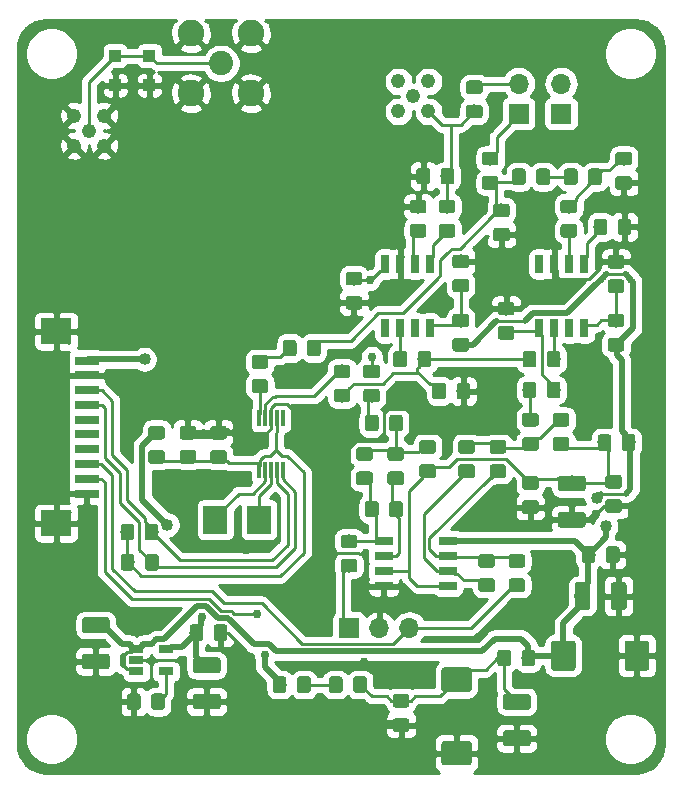
<source format=gbr>
G04 #@! TF.GenerationSoftware,KiCad,Pcbnew,5.0.1-33cea8e~66~ubuntu18.04.1*
G04 #@! TF.CreationDate,2018-10-14T22:27:10+03:00*
G04 #@! TF.ProjectId,AA-PI-Radio-Board,41412D50492D526164696F2D426F6172,rev?*
G04 #@! TF.SameCoordinates,Original*
G04 #@! TF.FileFunction,Copper,L1,Top,Signal*
G04 #@! TF.FilePolarity,Positive*
%FSLAX46Y46*%
G04 Gerber Fmt 4.6, Leading zero omitted, Abs format (unit mm)*
G04 Created by KiCad (PCBNEW 5.0.1-33cea8e~66~ubuntu18.04.1) date Sun 14 Oct 2018 22:27:10 MSK*
%MOMM*%
%LPD*%
G01*
G04 APERTURE LIST*
G04 #@! TA.AperFunction,SMDPad,CuDef*
%ADD10R,2.000000X0.800000*%
G04 #@! TD*
G04 #@! TA.AperFunction,SMDPad,CuDef*
%ADD11R,2.600000X2.200000*%
G04 #@! TD*
G04 #@! TA.AperFunction,SMDPad,CuDef*
%ADD12R,1.000000X1.000000*%
G04 #@! TD*
G04 #@! TA.AperFunction,Conductor*
%ADD13C,0.100000*%
G04 #@! TD*
G04 #@! TA.AperFunction,SMDPad,CuDef*
%ADD14C,1.150000*%
G04 #@! TD*
G04 #@! TA.AperFunction,SMDPad,CuDef*
%ADD15R,0.700000X1.525000*%
G04 #@! TD*
G04 #@! TA.AperFunction,SMDPad,CuDef*
%ADD16R,1.525000X0.700000*%
G04 #@! TD*
G04 #@! TA.AperFunction,SMDPad,CuDef*
%ADD17R,0.300000X1.400000*%
G04 #@! TD*
G04 #@! TA.AperFunction,SMDPad,CuDef*
%ADD18R,1.250000X0.650000*%
G04 #@! TD*
G04 #@! TA.AperFunction,ComponentPad*
%ADD19C,1.240000*%
G04 #@! TD*
G04 #@! TA.AperFunction,SMDPad,CuDef*
%ADD20C,1.325000*%
G04 #@! TD*
G04 #@! TA.AperFunction,SMDPad,CuDef*
%ADD21C,2.075000*%
G04 #@! TD*
G04 #@! TA.AperFunction,ComponentPad*
%ADD22C,2.050000*%
G04 #@! TD*
G04 #@! TA.AperFunction,ComponentPad*
%ADD23C,2.250000*%
G04 #@! TD*
G04 #@! TA.AperFunction,ComponentPad*
%ADD24R,1.700000X1.700000*%
G04 #@! TD*
G04 #@! TA.AperFunction,ComponentPad*
%ADD25O,1.700000X1.700000*%
G04 #@! TD*
G04 #@! TA.AperFunction,SMDPad,CuDef*
%ADD26R,2.000000X2.400000*%
G04 #@! TD*
G04 #@! TA.AperFunction,ViaPad*
%ADD27C,0.762000*%
G04 #@! TD*
G04 #@! TA.AperFunction,ViaPad*
%ADD28C,1.016000*%
G04 #@! TD*
G04 #@! TA.AperFunction,Conductor*
%ADD29C,0.254000*%
G04 #@! TD*
G04 #@! TA.AperFunction,Conductor*
%ADD30C,0.508000*%
G04 #@! TD*
G04 APERTURE END LIST*
D10*
G04 #@! TO.P,J2,1*
G04 #@! TO.N,/V_IN*
X106500000Y-104475000D03*
G04 #@! TO.P,J2,2*
G04 #@! TO.N,GND*
X106500000Y-105725000D03*
G04 #@! TO.P,J2,3*
G04 #@! TO.N,I2C_SCL*
X106500000Y-106975000D03*
G04 #@! TO.P,J2,4*
G04 #@! TO.N,I2C_SDA*
X106500000Y-108225000D03*
G04 #@! TO.P,J2,5*
G04 #@! TO.N,Net-(J2-Pad5)*
X106500000Y-109475000D03*
G04 #@! TO.P,J2,6*
G04 #@! TO.N,Net-(J2-Pad6)*
X106500000Y-110725000D03*
G04 #@! TO.P,J2,7*
G04 #@! TO.N,Net-(J2-Pad7)*
X106500000Y-111975000D03*
G04 #@! TO.P,J2,8*
G04 #@! TO.N,OUT_VV*
X106500000Y-113225000D03*
G04 #@! TO.P,J2,9*
G04 #@! TO.N,OUT_VI*
X106500000Y-114475000D03*
G04 #@! TO.P,J2,10*
G04 #@! TO.N,GND*
X106500000Y-115725000D03*
D11*
G04 #@! TO.P,J2,SH*
X103900000Y-101975000D03*
X103900000Y-118225000D03*
G04 #@! TD*
D12*
G04 #@! TO.P,D1,1*
G04 #@! TO.N,GND*
X108900000Y-81150000D03*
G04 #@! TO.P,D1,2*
G04 #@! TO.N,Net-(D1-Pad2)*
X108900000Y-78650000D03*
G04 #@! TD*
D13*
G04 #@! TO.N,GND*
G04 #@! TO.C,R16*
G36*
X151574505Y-116201204D02*
X151598773Y-116204804D01*
X151622572Y-116210765D01*
X151645671Y-116219030D01*
X151667850Y-116229520D01*
X151688893Y-116242132D01*
X151708599Y-116256747D01*
X151726777Y-116273223D01*
X151743253Y-116291401D01*
X151757868Y-116311107D01*
X151770480Y-116332150D01*
X151780970Y-116354329D01*
X151789235Y-116377428D01*
X151795196Y-116401227D01*
X151798796Y-116425495D01*
X151800000Y-116449999D01*
X151800000Y-117100001D01*
X151798796Y-117124505D01*
X151795196Y-117148773D01*
X151789235Y-117172572D01*
X151780970Y-117195671D01*
X151770480Y-117217850D01*
X151757868Y-117238893D01*
X151743253Y-117258599D01*
X151726777Y-117276777D01*
X151708599Y-117293253D01*
X151688893Y-117307868D01*
X151667850Y-117320480D01*
X151645671Y-117330970D01*
X151622572Y-117339235D01*
X151598773Y-117345196D01*
X151574505Y-117348796D01*
X151550001Y-117350000D01*
X150649999Y-117350000D01*
X150625495Y-117348796D01*
X150601227Y-117345196D01*
X150577428Y-117339235D01*
X150554329Y-117330970D01*
X150532150Y-117320480D01*
X150511107Y-117307868D01*
X150491401Y-117293253D01*
X150473223Y-117276777D01*
X150456747Y-117258599D01*
X150442132Y-117238893D01*
X150429520Y-117217850D01*
X150419030Y-117195671D01*
X150410765Y-117172572D01*
X150404804Y-117148773D01*
X150401204Y-117124505D01*
X150400000Y-117100001D01*
X150400000Y-116449999D01*
X150401204Y-116425495D01*
X150404804Y-116401227D01*
X150410765Y-116377428D01*
X150419030Y-116354329D01*
X150429520Y-116332150D01*
X150442132Y-116311107D01*
X150456747Y-116291401D01*
X150473223Y-116273223D01*
X150491401Y-116256747D01*
X150511107Y-116242132D01*
X150532150Y-116229520D01*
X150554329Y-116219030D01*
X150577428Y-116210765D01*
X150601227Y-116204804D01*
X150625495Y-116201204D01*
X150649999Y-116200000D01*
X151550001Y-116200000D01*
X151574505Y-116201204D01*
X151574505Y-116201204D01*
G37*
D14*
G04 #@! TD*
G04 #@! TO.P,R16,2*
G04 #@! TO.N,GND*
X151100000Y-116775000D03*
D13*
G04 #@! TO.N,+2V5*
G04 #@! TO.C,R16*
G36*
X151574505Y-114151204D02*
X151598773Y-114154804D01*
X151622572Y-114160765D01*
X151645671Y-114169030D01*
X151667850Y-114179520D01*
X151688893Y-114192132D01*
X151708599Y-114206747D01*
X151726777Y-114223223D01*
X151743253Y-114241401D01*
X151757868Y-114261107D01*
X151770480Y-114282150D01*
X151780970Y-114304329D01*
X151789235Y-114327428D01*
X151795196Y-114351227D01*
X151798796Y-114375495D01*
X151800000Y-114399999D01*
X151800000Y-115050001D01*
X151798796Y-115074505D01*
X151795196Y-115098773D01*
X151789235Y-115122572D01*
X151780970Y-115145671D01*
X151770480Y-115167850D01*
X151757868Y-115188893D01*
X151743253Y-115208599D01*
X151726777Y-115226777D01*
X151708599Y-115243253D01*
X151688893Y-115257868D01*
X151667850Y-115270480D01*
X151645671Y-115280970D01*
X151622572Y-115289235D01*
X151598773Y-115295196D01*
X151574505Y-115298796D01*
X151550001Y-115300000D01*
X150649999Y-115300000D01*
X150625495Y-115298796D01*
X150601227Y-115295196D01*
X150577428Y-115289235D01*
X150554329Y-115280970D01*
X150532150Y-115270480D01*
X150511107Y-115257868D01*
X150491401Y-115243253D01*
X150473223Y-115226777D01*
X150456747Y-115208599D01*
X150442132Y-115188893D01*
X150429520Y-115167850D01*
X150419030Y-115145671D01*
X150410765Y-115122572D01*
X150404804Y-115098773D01*
X150401204Y-115074505D01*
X150400000Y-115050001D01*
X150400000Y-114399999D01*
X150401204Y-114375495D01*
X150404804Y-114351227D01*
X150410765Y-114327428D01*
X150419030Y-114304329D01*
X150429520Y-114282150D01*
X150442132Y-114261107D01*
X150456747Y-114241401D01*
X150473223Y-114223223D01*
X150491401Y-114206747D01*
X150511107Y-114192132D01*
X150532150Y-114179520D01*
X150554329Y-114169030D01*
X150577428Y-114160765D01*
X150601227Y-114154804D01*
X150625495Y-114151204D01*
X150649999Y-114150000D01*
X151550001Y-114150000D01*
X151574505Y-114151204D01*
X151574505Y-114151204D01*
G37*
D14*
G04 #@! TD*
G04 #@! TO.P,R16,1*
G04 #@! TO.N,+2V5*
X151100000Y-114725000D03*
D13*
G04 #@! TO.N,+5V*
G04 #@! TO.C,C9*
G36*
X149324505Y-120201204D02*
X149348773Y-120204804D01*
X149372572Y-120210765D01*
X149395671Y-120219030D01*
X149417850Y-120229520D01*
X149438893Y-120242132D01*
X149458599Y-120256747D01*
X149476777Y-120273223D01*
X149493253Y-120291401D01*
X149507868Y-120311107D01*
X149520480Y-120332150D01*
X149530970Y-120354329D01*
X149539235Y-120377428D01*
X149545196Y-120401227D01*
X149548796Y-120425495D01*
X149550000Y-120449999D01*
X149550000Y-121350001D01*
X149548796Y-121374505D01*
X149545196Y-121398773D01*
X149539235Y-121422572D01*
X149530970Y-121445671D01*
X149520480Y-121467850D01*
X149507868Y-121488893D01*
X149493253Y-121508599D01*
X149476777Y-121526777D01*
X149458599Y-121543253D01*
X149438893Y-121557868D01*
X149417850Y-121570480D01*
X149395671Y-121580970D01*
X149372572Y-121589235D01*
X149348773Y-121595196D01*
X149324505Y-121598796D01*
X149300001Y-121600000D01*
X148649999Y-121600000D01*
X148625495Y-121598796D01*
X148601227Y-121595196D01*
X148577428Y-121589235D01*
X148554329Y-121580970D01*
X148532150Y-121570480D01*
X148511107Y-121557868D01*
X148491401Y-121543253D01*
X148473223Y-121526777D01*
X148456747Y-121508599D01*
X148442132Y-121488893D01*
X148429520Y-121467850D01*
X148419030Y-121445671D01*
X148410765Y-121422572D01*
X148404804Y-121398773D01*
X148401204Y-121374505D01*
X148400000Y-121350001D01*
X148400000Y-120449999D01*
X148401204Y-120425495D01*
X148404804Y-120401227D01*
X148410765Y-120377428D01*
X148419030Y-120354329D01*
X148429520Y-120332150D01*
X148442132Y-120311107D01*
X148456747Y-120291401D01*
X148473223Y-120273223D01*
X148491401Y-120256747D01*
X148511107Y-120242132D01*
X148532150Y-120229520D01*
X148554329Y-120219030D01*
X148577428Y-120210765D01*
X148601227Y-120204804D01*
X148625495Y-120201204D01*
X148649999Y-120200000D01*
X149300001Y-120200000D01*
X149324505Y-120201204D01*
X149324505Y-120201204D01*
G37*
D14*
G04 #@! TD*
G04 #@! TO.P,C9,1*
G04 #@! TO.N,+5V*
X148975000Y-120900000D03*
D13*
G04 #@! TO.N,GND*
G04 #@! TO.C,C9*
G36*
X151374505Y-120201204D02*
X151398773Y-120204804D01*
X151422572Y-120210765D01*
X151445671Y-120219030D01*
X151467850Y-120229520D01*
X151488893Y-120242132D01*
X151508599Y-120256747D01*
X151526777Y-120273223D01*
X151543253Y-120291401D01*
X151557868Y-120311107D01*
X151570480Y-120332150D01*
X151580970Y-120354329D01*
X151589235Y-120377428D01*
X151595196Y-120401227D01*
X151598796Y-120425495D01*
X151600000Y-120449999D01*
X151600000Y-121350001D01*
X151598796Y-121374505D01*
X151595196Y-121398773D01*
X151589235Y-121422572D01*
X151580970Y-121445671D01*
X151570480Y-121467850D01*
X151557868Y-121488893D01*
X151543253Y-121508599D01*
X151526777Y-121526777D01*
X151508599Y-121543253D01*
X151488893Y-121557868D01*
X151467850Y-121570480D01*
X151445671Y-121580970D01*
X151422572Y-121589235D01*
X151398773Y-121595196D01*
X151374505Y-121598796D01*
X151350001Y-121600000D01*
X150699999Y-121600000D01*
X150675495Y-121598796D01*
X150651227Y-121595196D01*
X150627428Y-121589235D01*
X150604329Y-121580970D01*
X150582150Y-121570480D01*
X150561107Y-121557868D01*
X150541401Y-121543253D01*
X150523223Y-121526777D01*
X150506747Y-121508599D01*
X150492132Y-121488893D01*
X150479520Y-121467850D01*
X150469030Y-121445671D01*
X150460765Y-121422572D01*
X150454804Y-121398773D01*
X150451204Y-121374505D01*
X150450000Y-121350001D01*
X150450000Y-120449999D01*
X150451204Y-120425495D01*
X150454804Y-120401227D01*
X150460765Y-120377428D01*
X150469030Y-120354329D01*
X150479520Y-120332150D01*
X150492132Y-120311107D01*
X150506747Y-120291401D01*
X150523223Y-120273223D01*
X150541401Y-120256747D01*
X150561107Y-120242132D01*
X150582150Y-120229520D01*
X150604329Y-120219030D01*
X150627428Y-120210765D01*
X150651227Y-120204804D01*
X150675495Y-120201204D01*
X150699999Y-120200000D01*
X151350001Y-120200000D01*
X151374505Y-120201204D01*
X151374505Y-120201204D01*
G37*
D14*
G04 #@! TD*
G04 #@! TO.P,C9,2*
G04 #@! TO.N,GND*
X151025000Y-120900000D03*
D15*
G04 #@! TO.P,U2,8*
G04 #@! TO.N,Net-(C20-Pad1)*
X135555000Y-101712000D03*
G04 #@! TO.P,U2,7*
G04 #@! TO.N,Net-(U2-Pad7)*
X134285000Y-101712000D03*
G04 #@! TO.P,U2,6*
G04 #@! TO.N,Net-(C17-Pad1)*
X133015000Y-101712000D03*
G04 #@! TO.P,U2,5*
G04 #@! TO.N,Net-(U2-Pad5)*
X131745000Y-101712000D03*
G04 #@! TO.P,U2,4*
G04 #@! TO.N,Net-(C24-Pad1)*
X131745000Y-96288000D03*
G04 #@! TO.P,U2,3*
G04 #@! TO.N,GND*
X133015000Y-96288000D03*
G04 #@! TO.P,U2,2*
G04 #@! TO.N,Net-(C15-Pad1)*
X134285000Y-96288000D03*
G04 #@! TO.P,U2,1*
G04 #@! TO.N,Net-(C12-Pad2)*
X135555000Y-96288000D03*
G04 #@! TD*
G04 #@! TO.P,U3,8*
G04 #@! TO.N,Net-(C21-Pad1)*
X148605000Y-101712000D03*
G04 #@! TO.P,U3,7*
G04 #@! TO.N,Net-(U3-Pad7)*
X147335000Y-101712000D03*
G04 #@! TO.P,U3,6*
G04 #@! TO.N,Net-(C18-Pad2)*
X146065000Y-101712000D03*
G04 #@! TO.P,U3,5*
G04 #@! TO.N,Net-(C25-Pad1)*
X144795000Y-101712000D03*
G04 #@! TO.P,U3,4*
G04 #@! TO.N,Net-(U3-Pad4)*
X144795000Y-96288000D03*
G04 #@! TO.P,U3,3*
G04 #@! TO.N,GND*
X146065000Y-96288000D03*
G04 #@! TO.P,U3,2*
G04 #@! TO.N,Net-(C13-Pad2)*
X147335000Y-96288000D03*
G04 #@! TO.P,U3,1*
G04 #@! TO.N,Net-(C14-Pad2)*
X148605000Y-96288000D03*
G04 #@! TD*
D16*
G04 #@! TO.P,U5,8*
G04 #@! TO.N,+5V*
X137062000Y-119745000D03*
G04 #@! TO.P,U5,7*
G04 #@! TO.N,Net-(C31-Pad2)*
X137062000Y-121015000D03*
G04 #@! TO.P,U5,6*
G04 #@! TO.N,Net-(C31-Pad1)*
X137062000Y-122285000D03*
G04 #@! TO.P,U5,5*
G04 #@! TO.N,+2V5*
X137062000Y-123555000D03*
G04 #@! TO.P,U5,4*
G04 #@! TO.N,GND*
X131638000Y-123555000D03*
G04 #@! TO.P,U5,3*
G04 #@! TO.N,+2V5*
X131638000Y-122285000D03*
G04 #@! TO.P,U5,2*
G04 #@! TO.N,Net-(C30-Pad1)*
X131638000Y-121015000D03*
G04 #@! TO.P,U5,1*
G04 #@! TO.N,Net-(C30-Pad2)*
X131638000Y-119745000D03*
G04 #@! TD*
D17*
G04 #@! TO.P,U1,10*
G04 #@! TO.N,Net-(C6-Pad1)*
X121100000Y-109350000D03*
G04 #@! TO.P,U1,9*
G04 #@! TO.N,Net-(R6-Pad1)*
X121600000Y-109350000D03*
G04 #@! TO.P,U1,8*
G04 #@! TO.N,GND*
X122100000Y-109350000D03*
G04 #@! TO.P,U1,7*
G04 #@! TO.N,Net-(C1-Pad1)*
X122600000Y-109350000D03*
G04 #@! TO.P,U1,6*
G04 #@! TO.N,Net-(U1-Pad6)*
X123100000Y-109350000D03*
G04 #@! TO.P,U1,5*
G04 #@! TO.N,I2C_SDA*
X123100000Y-113750000D03*
G04 #@! TO.P,U1,4*
G04 #@! TO.N,I2C_SCL*
X122600000Y-113750000D03*
G04 #@! TO.P,U1,3*
G04 #@! TO.N,Net-(U1-Pad3)*
X122100000Y-113750000D03*
G04 #@! TO.P,U1,2*
G04 #@! TO.N,Net-(U1-Pad2)*
X121600000Y-113750000D03*
G04 #@! TO.P,U1,1*
G04 #@! TO.N,Net-(C1-Pad1)*
X121100000Y-113750000D03*
G04 #@! TD*
D18*
G04 #@! TO.P,U4,5*
G04 #@! TO.N,+3V3*
X113200000Y-128910000D03*
G04 #@! TO.P,U4,4*
G04 #@! TO.N,Net-(C19-Pad1)*
X113200000Y-130790000D03*
G04 #@! TO.P,U4,3*
G04 #@! TO.N,+5V*
X110700000Y-130790000D03*
G04 #@! TO.P,U4,2*
G04 #@! TO.N,GND*
X110700000Y-129850000D03*
G04 #@! TO.P,U4,1*
G04 #@! TO.N,+5V*
X110700000Y-128910000D03*
G04 #@! TD*
D19*
G04 #@! TO.P,J4,2*
G04 #@! TO.N,VI*
X132880000Y-83370000D03*
X135420000Y-80830000D03*
X135420000Y-83370000D03*
X132880000Y-80830000D03*
G04 #@! TO.P,J4,1*
G04 #@! TO.N,Net-(J4-Pad1)*
X134150000Y-82100000D03*
G04 #@! TD*
G04 #@! TO.P,J3,1*
G04 #@! TO.N,Net-(D1-Pad2)*
X106700000Y-85000000D03*
G04 #@! TO.P,J3,2*
G04 #@! TO.N,GND*
X105430000Y-83730000D03*
X107970000Y-86270000D03*
X107970000Y-83730000D03*
X105430000Y-86270000D03*
G04 #@! TD*
D13*
G04 #@! TO.N,OUT_VV*
G04 #@! TO.C,C33*
G36*
X143374505Y-122901204D02*
X143398773Y-122904804D01*
X143422572Y-122910765D01*
X143445671Y-122919030D01*
X143467850Y-122929520D01*
X143488893Y-122942132D01*
X143508599Y-122956747D01*
X143526777Y-122973223D01*
X143543253Y-122991401D01*
X143557868Y-123011107D01*
X143570480Y-123032150D01*
X143580970Y-123054329D01*
X143589235Y-123077428D01*
X143595196Y-123101227D01*
X143598796Y-123125495D01*
X143600000Y-123149999D01*
X143600000Y-123800001D01*
X143598796Y-123824505D01*
X143595196Y-123848773D01*
X143589235Y-123872572D01*
X143580970Y-123895671D01*
X143570480Y-123917850D01*
X143557868Y-123938893D01*
X143543253Y-123958599D01*
X143526777Y-123976777D01*
X143508599Y-123993253D01*
X143488893Y-124007868D01*
X143467850Y-124020480D01*
X143445671Y-124030970D01*
X143422572Y-124039235D01*
X143398773Y-124045196D01*
X143374505Y-124048796D01*
X143350001Y-124050000D01*
X142449999Y-124050000D01*
X142425495Y-124048796D01*
X142401227Y-124045196D01*
X142377428Y-124039235D01*
X142354329Y-124030970D01*
X142332150Y-124020480D01*
X142311107Y-124007868D01*
X142291401Y-123993253D01*
X142273223Y-123976777D01*
X142256747Y-123958599D01*
X142242132Y-123938893D01*
X142229520Y-123917850D01*
X142219030Y-123895671D01*
X142210765Y-123872572D01*
X142204804Y-123848773D01*
X142201204Y-123824505D01*
X142200000Y-123800001D01*
X142200000Y-123149999D01*
X142201204Y-123125495D01*
X142204804Y-123101227D01*
X142210765Y-123077428D01*
X142219030Y-123054329D01*
X142229520Y-123032150D01*
X142242132Y-123011107D01*
X142256747Y-122991401D01*
X142273223Y-122973223D01*
X142291401Y-122956747D01*
X142311107Y-122942132D01*
X142332150Y-122929520D01*
X142354329Y-122919030D01*
X142377428Y-122910765D01*
X142401227Y-122904804D01*
X142425495Y-122901204D01*
X142449999Y-122900000D01*
X143350001Y-122900000D01*
X143374505Y-122901204D01*
X143374505Y-122901204D01*
G37*
D14*
G04 #@! TD*
G04 #@! TO.P,C33,2*
G04 #@! TO.N,OUT_VV*
X142900000Y-123475000D03*
D13*
G04 #@! TO.N,Net-(C31-Pad2)*
G04 #@! TO.C,C33*
G36*
X143374505Y-120851204D02*
X143398773Y-120854804D01*
X143422572Y-120860765D01*
X143445671Y-120869030D01*
X143467850Y-120879520D01*
X143488893Y-120892132D01*
X143508599Y-120906747D01*
X143526777Y-120923223D01*
X143543253Y-120941401D01*
X143557868Y-120961107D01*
X143570480Y-120982150D01*
X143580970Y-121004329D01*
X143589235Y-121027428D01*
X143595196Y-121051227D01*
X143598796Y-121075495D01*
X143600000Y-121099999D01*
X143600000Y-121750001D01*
X143598796Y-121774505D01*
X143595196Y-121798773D01*
X143589235Y-121822572D01*
X143580970Y-121845671D01*
X143570480Y-121867850D01*
X143557868Y-121888893D01*
X143543253Y-121908599D01*
X143526777Y-121926777D01*
X143508599Y-121943253D01*
X143488893Y-121957868D01*
X143467850Y-121970480D01*
X143445671Y-121980970D01*
X143422572Y-121989235D01*
X143398773Y-121995196D01*
X143374505Y-121998796D01*
X143350001Y-122000000D01*
X142449999Y-122000000D01*
X142425495Y-121998796D01*
X142401227Y-121995196D01*
X142377428Y-121989235D01*
X142354329Y-121980970D01*
X142332150Y-121970480D01*
X142311107Y-121957868D01*
X142291401Y-121943253D01*
X142273223Y-121926777D01*
X142256747Y-121908599D01*
X142242132Y-121888893D01*
X142229520Y-121867850D01*
X142219030Y-121845671D01*
X142210765Y-121822572D01*
X142204804Y-121798773D01*
X142201204Y-121774505D01*
X142200000Y-121750001D01*
X142200000Y-121099999D01*
X142201204Y-121075495D01*
X142204804Y-121051227D01*
X142210765Y-121027428D01*
X142219030Y-121004329D01*
X142229520Y-120982150D01*
X142242132Y-120961107D01*
X142256747Y-120941401D01*
X142273223Y-120923223D01*
X142291401Y-120906747D01*
X142311107Y-120892132D01*
X142332150Y-120879520D01*
X142354329Y-120869030D01*
X142377428Y-120860765D01*
X142401227Y-120854804D01*
X142425495Y-120851204D01*
X142449999Y-120850000D01*
X143350001Y-120850000D01*
X143374505Y-120851204D01*
X143374505Y-120851204D01*
G37*
D14*
G04 #@! TD*
G04 #@! TO.P,C33,1*
G04 #@! TO.N,Net-(C31-Pad2)*
X142900000Y-121425000D03*
D13*
G04 #@! TO.N,Net-(C30-Pad2)*
G04 #@! TO.C,C32*
G36*
X129174505Y-119201204D02*
X129198773Y-119204804D01*
X129222572Y-119210765D01*
X129245671Y-119219030D01*
X129267850Y-119229520D01*
X129288893Y-119242132D01*
X129308599Y-119256747D01*
X129326777Y-119273223D01*
X129343253Y-119291401D01*
X129357868Y-119311107D01*
X129370480Y-119332150D01*
X129380970Y-119354329D01*
X129389235Y-119377428D01*
X129395196Y-119401227D01*
X129398796Y-119425495D01*
X129400000Y-119449999D01*
X129400000Y-120100001D01*
X129398796Y-120124505D01*
X129395196Y-120148773D01*
X129389235Y-120172572D01*
X129380970Y-120195671D01*
X129370480Y-120217850D01*
X129357868Y-120238893D01*
X129343253Y-120258599D01*
X129326777Y-120276777D01*
X129308599Y-120293253D01*
X129288893Y-120307868D01*
X129267850Y-120320480D01*
X129245671Y-120330970D01*
X129222572Y-120339235D01*
X129198773Y-120345196D01*
X129174505Y-120348796D01*
X129150001Y-120350000D01*
X128249999Y-120350000D01*
X128225495Y-120348796D01*
X128201227Y-120345196D01*
X128177428Y-120339235D01*
X128154329Y-120330970D01*
X128132150Y-120320480D01*
X128111107Y-120307868D01*
X128091401Y-120293253D01*
X128073223Y-120276777D01*
X128056747Y-120258599D01*
X128042132Y-120238893D01*
X128029520Y-120217850D01*
X128019030Y-120195671D01*
X128010765Y-120172572D01*
X128004804Y-120148773D01*
X128001204Y-120124505D01*
X128000000Y-120100001D01*
X128000000Y-119449999D01*
X128001204Y-119425495D01*
X128004804Y-119401227D01*
X128010765Y-119377428D01*
X128019030Y-119354329D01*
X128029520Y-119332150D01*
X128042132Y-119311107D01*
X128056747Y-119291401D01*
X128073223Y-119273223D01*
X128091401Y-119256747D01*
X128111107Y-119242132D01*
X128132150Y-119229520D01*
X128154329Y-119219030D01*
X128177428Y-119210765D01*
X128201227Y-119204804D01*
X128225495Y-119201204D01*
X128249999Y-119200000D01*
X129150001Y-119200000D01*
X129174505Y-119201204D01*
X129174505Y-119201204D01*
G37*
D14*
G04 #@! TD*
G04 #@! TO.P,C32,1*
G04 #@! TO.N,Net-(C30-Pad2)*
X128700000Y-119775000D03*
D13*
G04 #@! TO.N,OUT_VI*
G04 #@! TO.C,C32*
G36*
X129174505Y-121251204D02*
X129198773Y-121254804D01*
X129222572Y-121260765D01*
X129245671Y-121269030D01*
X129267850Y-121279520D01*
X129288893Y-121292132D01*
X129308599Y-121306747D01*
X129326777Y-121323223D01*
X129343253Y-121341401D01*
X129357868Y-121361107D01*
X129370480Y-121382150D01*
X129380970Y-121404329D01*
X129389235Y-121427428D01*
X129395196Y-121451227D01*
X129398796Y-121475495D01*
X129400000Y-121499999D01*
X129400000Y-122150001D01*
X129398796Y-122174505D01*
X129395196Y-122198773D01*
X129389235Y-122222572D01*
X129380970Y-122245671D01*
X129370480Y-122267850D01*
X129357868Y-122288893D01*
X129343253Y-122308599D01*
X129326777Y-122326777D01*
X129308599Y-122343253D01*
X129288893Y-122357868D01*
X129267850Y-122370480D01*
X129245671Y-122380970D01*
X129222572Y-122389235D01*
X129198773Y-122395196D01*
X129174505Y-122398796D01*
X129150001Y-122400000D01*
X128249999Y-122400000D01*
X128225495Y-122398796D01*
X128201227Y-122395196D01*
X128177428Y-122389235D01*
X128154329Y-122380970D01*
X128132150Y-122370480D01*
X128111107Y-122357868D01*
X128091401Y-122343253D01*
X128073223Y-122326777D01*
X128056747Y-122308599D01*
X128042132Y-122288893D01*
X128029520Y-122267850D01*
X128019030Y-122245671D01*
X128010765Y-122222572D01*
X128004804Y-122198773D01*
X128001204Y-122174505D01*
X128000000Y-122150001D01*
X128000000Y-121499999D01*
X128001204Y-121475495D01*
X128004804Y-121451227D01*
X128010765Y-121427428D01*
X128019030Y-121404329D01*
X128029520Y-121382150D01*
X128042132Y-121361107D01*
X128056747Y-121341401D01*
X128073223Y-121323223D01*
X128091401Y-121306747D01*
X128111107Y-121292132D01*
X128132150Y-121279520D01*
X128154329Y-121269030D01*
X128177428Y-121260765D01*
X128201227Y-121254804D01*
X128225495Y-121251204D01*
X128249999Y-121250000D01*
X129150001Y-121250000D01*
X129174505Y-121251204D01*
X129174505Y-121251204D01*
G37*
D14*
G04 #@! TD*
G04 #@! TO.P,C32,2*
G04 #@! TO.N,OUT_VI*
X128700000Y-121825000D03*
D13*
G04 #@! TO.N,+3V3*
G04 #@! TO.C,C22*
G36*
X117599505Y-129601204D02*
X117623773Y-129604804D01*
X117647572Y-129610765D01*
X117670671Y-129619030D01*
X117692850Y-129629520D01*
X117713893Y-129642132D01*
X117733599Y-129656747D01*
X117751777Y-129673223D01*
X117768253Y-129691401D01*
X117782868Y-129711107D01*
X117795480Y-129732150D01*
X117805970Y-129754329D01*
X117814235Y-129777428D01*
X117820196Y-129801227D01*
X117823796Y-129825495D01*
X117825000Y-129849999D01*
X117825000Y-130675001D01*
X117823796Y-130699505D01*
X117820196Y-130723773D01*
X117814235Y-130747572D01*
X117805970Y-130770671D01*
X117795480Y-130792850D01*
X117782868Y-130813893D01*
X117768253Y-130833599D01*
X117751777Y-130851777D01*
X117733599Y-130868253D01*
X117713893Y-130882868D01*
X117692850Y-130895480D01*
X117670671Y-130905970D01*
X117647572Y-130914235D01*
X117623773Y-130920196D01*
X117599505Y-130923796D01*
X117575001Y-130925000D01*
X115724999Y-130925000D01*
X115700495Y-130923796D01*
X115676227Y-130920196D01*
X115652428Y-130914235D01*
X115629329Y-130905970D01*
X115607150Y-130895480D01*
X115586107Y-130882868D01*
X115566401Y-130868253D01*
X115548223Y-130851777D01*
X115531747Y-130833599D01*
X115517132Y-130813893D01*
X115504520Y-130792850D01*
X115494030Y-130770671D01*
X115485765Y-130747572D01*
X115479804Y-130723773D01*
X115476204Y-130699505D01*
X115475000Y-130675001D01*
X115475000Y-129849999D01*
X115476204Y-129825495D01*
X115479804Y-129801227D01*
X115485765Y-129777428D01*
X115494030Y-129754329D01*
X115504520Y-129732150D01*
X115517132Y-129711107D01*
X115531747Y-129691401D01*
X115548223Y-129673223D01*
X115566401Y-129656747D01*
X115586107Y-129642132D01*
X115607150Y-129629520D01*
X115629329Y-129619030D01*
X115652428Y-129610765D01*
X115676227Y-129604804D01*
X115700495Y-129601204D01*
X115724999Y-129600000D01*
X117575001Y-129600000D01*
X117599505Y-129601204D01*
X117599505Y-129601204D01*
G37*
D20*
G04 #@! TD*
G04 #@! TO.P,C22,1*
G04 #@! TO.N,+3V3*
X116650000Y-130262500D03*
D13*
G04 #@! TO.N,GND*
G04 #@! TO.C,C22*
G36*
X117599505Y-132676204D02*
X117623773Y-132679804D01*
X117647572Y-132685765D01*
X117670671Y-132694030D01*
X117692850Y-132704520D01*
X117713893Y-132717132D01*
X117733599Y-132731747D01*
X117751777Y-132748223D01*
X117768253Y-132766401D01*
X117782868Y-132786107D01*
X117795480Y-132807150D01*
X117805970Y-132829329D01*
X117814235Y-132852428D01*
X117820196Y-132876227D01*
X117823796Y-132900495D01*
X117825000Y-132924999D01*
X117825000Y-133750001D01*
X117823796Y-133774505D01*
X117820196Y-133798773D01*
X117814235Y-133822572D01*
X117805970Y-133845671D01*
X117795480Y-133867850D01*
X117782868Y-133888893D01*
X117768253Y-133908599D01*
X117751777Y-133926777D01*
X117733599Y-133943253D01*
X117713893Y-133957868D01*
X117692850Y-133970480D01*
X117670671Y-133980970D01*
X117647572Y-133989235D01*
X117623773Y-133995196D01*
X117599505Y-133998796D01*
X117575001Y-134000000D01*
X115724999Y-134000000D01*
X115700495Y-133998796D01*
X115676227Y-133995196D01*
X115652428Y-133989235D01*
X115629329Y-133980970D01*
X115607150Y-133970480D01*
X115586107Y-133957868D01*
X115566401Y-133943253D01*
X115548223Y-133926777D01*
X115531747Y-133908599D01*
X115517132Y-133888893D01*
X115504520Y-133867850D01*
X115494030Y-133845671D01*
X115485765Y-133822572D01*
X115479804Y-133798773D01*
X115476204Y-133774505D01*
X115475000Y-133750001D01*
X115475000Y-132924999D01*
X115476204Y-132900495D01*
X115479804Y-132876227D01*
X115485765Y-132852428D01*
X115494030Y-132829329D01*
X115504520Y-132807150D01*
X115517132Y-132786107D01*
X115531747Y-132766401D01*
X115548223Y-132748223D01*
X115566401Y-132731747D01*
X115586107Y-132717132D01*
X115607150Y-132704520D01*
X115629329Y-132694030D01*
X115652428Y-132685765D01*
X115676227Y-132679804D01*
X115700495Y-132676204D01*
X115724999Y-132675000D01*
X117575001Y-132675000D01*
X117599505Y-132676204D01*
X117599505Y-132676204D01*
G37*
D20*
G04 #@! TD*
G04 #@! TO.P,C22,2*
G04 #@! TO.N,GND*
X116650000Y-133337500D03*
D13*
G04 #@! TO.N,GND*
G04 #@! TO.C,C16*
G36*
X108199505Y-129276204D02*
X108223773Y-129279804D01*
X108247572Y-129285765D01*
X108270671Y-129294030D01*
X108292850Y-129304520D01*
X108313893Y-129317132D01*
X108333599Y-129331747D01*
X108351777Y-129348223D01*
X108368253Y-129366401D01*
X108382868Y-129386107D01*
X108395480Y-129407150D01*
X108405970Y-129429329D01*
X108414235Y-129452428D01*
X108420196Y-129476227D01*
X108423796Y-129500495D01*
X108425000Y-129524999D01*
X108425000Y-130350001D01*
X108423796Y-130374505D01*
X108420196Y-130398773D01*
X108414235Y-130422572D01*
X108405970Y-130445671D01*
X108395480Y-130467850D01*
X108382868Y-130488893D01*
X108368253Y-130508599D01*
X108351777Y-130526777D01*
X108333599Y-130543253D01*
X108313893Y-130557868D01*
X108292850Y-130570480D01*
X108270671Y-130580970D01*
X108247572Y-130589235D01*
X108223773Y-130595196D01*
X108199505Y-130598796D01*
X108175001Y-130600000D01*
X106324999Y-130600000D01*
X106300495Y-130598796D01*
X106276227Y-130595196D01*
X106252428Y-130589235D01*
X106229329Y-130580970D01*
X106207150Y-130570480D01*
X106186107Y-130557868D01*
X106166401Y-130543253D01*
X106148223Y-130526777D01*
X106131747Y-130508599D01*
X106117132Y-130488893D01*
X106104520Y-130467850D01*
X106094030Y-130445671D01*
X106085765Y-130422572D01*
X106079804Y-130398773D01*
X106076204Y-130374505D01*
X106075000Y-130350001D01*
X106075000Y-129524999D01*
X106076204Y-129500495D01*
X106079804Y-129476227D01*
X106085765Y-129452428D01*
X106094030Y-129429329D01*
X106104520Y-129407150D01*
X106117132Y-129386107D01*
X106131747Y-129366401D01*
X106148223Y-129348223D01*
X106166401Y-129331747D01*
X106186107Y-129317132D01*
X106207150Y-129304520D01*
X106229329Y-129294030D01*
X106252428Y-129285765D01*
X106276227Y-129279804D01*
X106300495Y-129276204D01*
X106324999Y-129275000D01*
X108175001Y-129275000D01*
X108199505Y-129276204D01*
X108199505Y-129276204D01*
G37*
D20*
G04 #@! TD*
G04 #@! TO.P,C16,2*
G04 #@! TO.N,GND*
X107250000Y-129937500D03*
D13*
G04 #@! TO.N,+5V*
G04 #@! TO.C,C16*
G36*
X108199505Y-126201204D02*
X108223773Y-126204804D01*
X108247572Y-126210765D01*
X108270671Y-126219030D01*
X108292850Y-126229520D01*
X108313893Y-126242132D01*
X108333599Y-126256747D01*
X108351777Y-126273223D01*
X108368253Y-126291401D01*
X108382868Y-126311107D01*
X108395480Y-126332150D01*
X108405970Y-126354329D01*
X108414235Y-126377428D01*
X108420196Y-126401227D01*
X108423796Y-126425495D01*
X108425000Y-126449999D01*
X108425000Y-127275001D01*
X108423796Y-127299505D01*
X108420196Y-127323773D01*
X108414235Y-127347572D01*
X108405970Y-127370671D01*
X108395480Y-127392850D01*
X108382868Y-127413893D01*
X108368253Y-127433599D01*
X108351777Y-127451777D01*
X108333599Y-127468253D01*
X108313893Y-127482868D01*
X108292850Y-127495480D01*
X108270671Y-127505970D01*
X108247572Y-127514235D01*
X108223773Y-127520196D01*
X108199505Y-127523796D01*
X108175001Y-127525000D01*
X106324999Y-127525000D01*
X106300495Y-127523796D01*
X106276227Y-127520196D01*
X106252428Y-127514235D01*
X106229329Y-127505970D01*
X106207150Y-127495480D01*
X106186107Y-127482868D01*
X106166401Y-127468253D01*
X106148223Y-127451777D01*
X106131747Y-127433599D01*
X106117132Y-127413893D01*
X106104520Y-127392850D01*
X106094030Y-127370671D01*
X106085765Y-127347572D01*
X106079804Y-127323773D01*
X106076204Y-127299505D01*
X106075000Y-127275001D01*
X106075000Y-126449999D01*
X106076204Y-126425495D01*
X106079804Y-126401227D01*
X106085765Y-126377428D01*
X106094030Y-126354329D01*
X106104520Y-126332150D01*
X106117132Y-126311107D01*
X106131747Y-126291401D01*
X106148223Y-126273223D01*
X106166401Y-126256747D01*
X106186107Y-126242132D01*
X106207150Y-126229520D01*
X106229329Y-126219030D01*
X106252428Y-126210765D01*
X106276227Y-126204804D01*
X106300495Y-126201204D01*
X106324999Y-126200000D01*
X108175001Y-126200000D01*
X108199505Y-126201204D01*
X108199505Y-126201204D01*
G37*
D20*
G04 #@! TD*
G04 #@! TO.P,C16,1*
G04 #@! TO.N,+5V*
X107250000Y-126862500D03*
D13*
G04 #@! TO.N,+5V*
G04 #@! TO.C,C8*
G36*
X148899505Y-123226204D02*
X148923773Y-123229804D01*
X148947572Y-123235765D01*
X148970671Y-123244030D01*
X148992850Y-123254520D01*
X149013893Y-123267132D01*
X149033599Y-123281747D01*
X149051777Y-123298223D01*
X149068253Y-123316401D01*
X149082868Y-123336107D01*
X149095480Y-123357150D01*
X149105970Y-123379329D01*
X149114235Y-123402428D01*
X149120196Y-123426227D01*
X149123796Y-123450495D01*
X149125000Y-123474999D01*
X149125000Y-125325001D01*
X149123796Y-125349505D01*
X149120196Y-125373773D01*
X149114235Y-125397572D01*
X149105970Y-125420671D01*
X149095480Y-125442850D01*
X149082868Y-125463893D01*
X149068253Y-125483599D01*
X149051777Y-125501777D01*
X149033599Y-125518253D01*
X149013893Y-125532868D01*
X148992850Y-125545480D01*
X148970671Y-125555970D01*
X148947572Y-125564235D01*
X148923773Y-125570196D01*
X148899505Y-125573796D01*
X148875001Y-125575000D01*
X148049999Y-125575000D01*
X148025495Y-125573796D01*
X148001227Y-125570196D01*
X147977428Y-125564235D01*
X147954329Y-125555970D01*
X147932150Y-125545480D01*
X147911107Y-125532868D01*
X147891401Y-125518253D01*
X147873223Y-125501777D01*
X147856747Y-125483599D01*
X147842132Y-125463893D01*
X147829520Y-125442850D01*
X147819030Y-125420671D01*
X147810765Y-125397572D01*
X147804804Y-125373773D01*
X147801204Y-125349505D01*
X147800000Y-125325001D01*
X147800000Y-123474999D01*
X147801204Y-123450495D01*
X147804804Y-123426227D01*
X147810765Y-123402428D01*
X147819030Y-123379329D01*
X147829520Y-123357150D01*
X147842132Y-123336107D01*
X147856747Y-123316401D01*
X147873223Y-123298223D01*
X147891401Y-123281747D01*
X147911107Y-123267132D01*
X147932150Y-123254520D01*
X147954329Y-123244030D01*
X147977428Y-123235765D01*
X148001227Y-123229804D01*
X148025495Y-123226204D01*
X148049999Y-123225000D01*
X148875001Y-123225000D01*
X148899505Y-123226204D01*
X148899505Y-123226204D01*
G37*
D20*
G04 #@! TD*
G04 #@! TO.P,C8,1*
G04 #@! TO.N,+5V*
X148462500Y-124400000D03*
D13*
G04 #@! TO.N,GND*
G04 #@! TO.C,C8*
G36*
X151974505Y-123226204D02*
X151998773Y-123229804D01*
X152022572Y-123235765D01*
X152045671Y-123244030D01*
X152067850Y-123254520D01*
X152088893Y-123267132D01*
X152108599Y-123281747D01*
X152126777Y-123298223D01*
X152143253Y-123316401D01*
X152157868Y-123336107D01*
X152170480Y-123357150D01*
X152180970Y-123379329D01*
X152189235Y-123402428D01*
X152195196Y-123426227D01*
X152198796Y-123450495D01*
X152200000Y-123474999D01*
X152200000Y-125325001D01*
X152198796Y-125349505D01*
X152195196Y-125373773D01*
X152189235Y-125397572D01*
X152180970Y-125420671D01*
X152170480Y-125442850D01*
X152157868Y-125463893D01*
X152143253Y-125483599D01*
X152126777Y-125501777D01*
X152108599Y-125518253D01*
X152088893Y-125532868D01*
X152067850Y-125545480D01*
X152045671Y-125555970D01*
X152022572Y-125564235D01*
X151998773Y-125570196D01*
X151974505Y-125573796D01*
X151950001Y-125575000D01*
X151124999Y-125575000D01*
X151100495Y-125573796D01*
X151076227Y-125570196D01*
X151052428Y-125564235D01*
X151029329Y-125555970D01*
X151007150Y-125545480D01*
X150986107Y-125532868D01*
X150966401Y-125518253D01*
X150948223Y-125501777D01*
X150931747Y-125483599D01*
X150917132Y-125463893D01*
X150904520Y-125442850D01*
X150894030Y-125420671D01*
X150885765Y-125397572D01*
X150879804Y-125373773D01*
X150876204Y-125349505D01*
X150875000Y-125325001D01*
X150875000Y-123474999D01*
X150876204Y-123450495D01*
X150879804Y-123426227D01*
X150885765Y-123402428D01*
X150894030Y-123379329D01*
X150904520Y-123357150D01*
X150917132Y-123336107D01*
X150931747Y-123316401D01*
X150948223Y-123298223D01*
X150966401Y-123281747D01*
X150986107Y-123267132D01*
X151007150Y-123254520D01*
X151029329Y-123244030D01*
X151052428Y-123235765D01*
X151076227Y-123229804D01*
X151100495Y-123226204D01*
X151124999Y-123225000D01*
X151950001Y-123225000D01*
X151974505Y-123226204D01*
X151974505Y-123226204D01*
G37*
D20*
G04 #@! TD*
G04 #@! TO.P,C8,2*
G04 #@! TO.N,GND*
X151537500Y-124400000D03*
D13*
G04 #@! TO.N,GND*
G04 #@! TO.C,C4*
G36*
X143849505Y-135776204D02*
X143873773Y-135779804D01*
X143897572Y-135785765D01*
X143920671Y-135794030D01*
X143942850Y-135804520D01*
X143963893Y-135817132D01*
X143983599Y-135831747D01*
X144001777Y-135848223D01*
X144018253Y-135866401D01*
X144032868Y-135886107D01*
X144045480Y-135907150D01*
X144055970Y-135929329D01*
X144064235Y-135952428D01*
X144070196Y-135976227D01*
X144073796Y-136000495D01*
X144075000Y-136024999D01*
X144075000Y-136850001D01*
X144073796Y-136874505D01*
X144070196Y-136898773D01*
X144064235Y-136922572D01*
X144055970Y-136945671D01*
X144045480Y-136967850D01*
X144032868Y-136988893D01*
X144018253Y-137008599D01*
X144001777Y-137026777D01*
X143983599Y-137043253D01*
X143963893Y-137057868D01*
X143942850Y-137070480D01*
X143920671Y-137080970D01*
X143897572Y-137089235D01*
X143873773Y-137095196D01*
X143849505Y-137098796D01*
X143825001Y-137100000D01*
X141974999Y-137100000D01*
X141950495Y-137098796D01*
X141926227Y-137095196D01*
X141902428Y-137089235D01*
X141879329Y-137080970D01*
X141857150Y-137070480D01*
X141836107Y-137057868D01*
X141816401Y-137043253D01*
X141798223Y-137026777D01*
X141781747Y-137008599D01*
X141767132Y-136988893D01*
X141754520Y-136967850D01*
X141744030Y-136945671D01*
X141735765Y-136922572D01*
X141729804Y-136898773D01*
X141726204Y-136874505D01*
X141725000Y-136850001D01*
X141725000Y-136024999D01*
X141726204Y-136000495D01*
X141729804Y-135976227D01*
X141735765Y-135952428D01*
X141744030Y-135929329D01*
X141754520Y-135907150D01*
X141767132Y-135886107D01*
X141781747Y-135866401D01*
X141798223Y-135848223D01*
X141816401Y-135831747D01*
X141836107Y-135817132D01*
X141857150Y-135804520D01*
X141879329Y-135794030D01*
X141902428Y-135785765D01*
X141926227Y-135779804D01*
X141950495Y-135776204D01*
X141974999Y-135775000D01*
X143825001Y-135775000D01*
X143849505Y-135776204D01*
X143849505Y-135776204D01*
G37*
D20*
G04 #@! TD*
G04 #@! TO.P,C4,2*
G04 #@! TO.N,GND*
X142900000Y-136437500D03*
D13*
G04 #@! TO.N,Net-(C3-Pad1)*
G04 #@! TO.C,C4*
G36*
X143849505Y-132701204D02*
X143873773Y-132704804D01*
X143897572Y-132710765D01*
X143920671Y-132719030D01*
X143942850Y-132729520D01*
X143963893Y-132742132D01*
X143983599Y-132756747D01*
X144001777Y-132773223D01*
X144018253Y-132791401D01*
X144032868Y-132811107D01*
X144045480Y-132832150D01*
X144055970Y-132854329D01*
X144064235Y-132877428D01*
X144070196Y-132901227D01*
X144073796Y-132925495D01*
X144075000Y-132949999D01*
X144075000Y-133775001D01*
X144073796Y-133799505D01*
X144070196Y-133823773D01*
X144064235Y-133847572D01*
X144055970Y-133870671D01*
X144045480Y-133892850D01*
X144032868Y-133913893D01*
X144018253Y-133933599D01*
X144001777Y-133951777D01*
X143983599Y-133968253D01*
X143963893Y-133982868D01*
X143942850Y-133995480D01*
X143920671Y-134005970D01*
X143897572Y-134014235D01*
X143873773Y-134020196D01*
X143849505Y-134023796D01*
X143825001Y-134025000D01*
X141974999Y-134025000D01*
X141950495Y-134023796D01*
X141926227Y-134020196D01*
X141902428Y-134014235D01*
X141879329Y-134005970D01*
X141857150Y-133995480D01*
X141836107Y-133982868D01*
X141816401Y-133968253D01*
X141798223Y-133951777D01*
X141781747Y-133933599D01*
X141767132Y-133913893D01*
X141754520Y-133892850D01*
X141744030Y-133870671D01*
X141735765Y-133847572D01*
X141729804Y-133823773D01*
X141726204Y-133799505D01*
X141725000Y-133775001D01*
X141725000Y-132949999D01*
X141726204Y-132925495D01*
X141729804Y-132901227D01*
X141735765Y-132877428D01*
X141744030Y-132854329D01*
X141754520Y-132832150D01*
X141767132Y-132811107D01*
X141781747Y-132791401D01*
X141798223Y-132773223D01*
X141816401Y-132756747D01*
X141836107Y-132742132D01*
X141857150Y-132729520D01*
X141879329Y-132719030D01*
X141902428Y-132710765D01*
X141926227Y-132704804D01*
X141950495Y-132701204D01*
X141974999Y-132700000D01*
X143825001Y-132700000D01*
X143849505Y-132701204D01*
X143849505Y-132701204D01*
G37*
D20*
G04 #@! TD*
G04 #@! TO.P,C4,1*
G04 #@! TO.N,Net-(C3-Pad1)*
X142900000Y-133362500D03*
D13*
G04 #@! TO.N,+2V5*
G04 #@! TO.C,C10*
G36*
X148499505Y-114201204D02*
X148523773Y-114204804D01*
X148547572Y-114210765D01*
X148570671Y-114219030D01*
X148592850Y-114229520D01*
X148613893Y-114242132D01*
X148633599Y-114256747D01*
X148651777Y-114273223D01*
X148668253Y-114291401D01*
X148682868Y-114311107D01*
X148695480Y-114332150D01*
X148705970Y-114354329D01*
X148714235Y-114377428D01*
X148720196Y-114401227D01*
X148723796Y-114425495D01*
X148725000Y-114449999D01*
X148725000Y-115275001D01*
X148723796Y-115299505D01*
X148720196Y-115323773D01*
X148714235Y-115347572D01*
X148705970Y-115370671D01*
X148695480Y-115392850D01*
X148682868Y-115413893D01*
X148668253Y-115433599D01*
X148651777Y-115451777D01*
X148633599Y-115468253D01*
X148613893Y-115482868D01*
X148592850Y-115495480D01*
X148570671Y-115505970D01*
X148547572Y-115514235D01*
X148523773Y-115520196D01*
X148499505Y-115523796D01*
X148475001Y-115525000D01*
X146624999Y-115525000D01*
X146600495Y-115523796D01*
X146576227Y-115520196D01*
X146552428Y-115514235D01*
X146529329Y-115505970D01*
X146507150Y-115495480D01*
X146486107Y-115482868D01*
X146466401Y-115468253D01*
X146448223Y-115451777D01*
X146431747Y-115433599D01*
X146417132Y-115413893D01*
X146404520Y-115392850D01*
X146394030Y-115370671D01*
X146385765Y-115347572D01*
X146379804Y-115323773D01*
X146376204Y-115299505D01*
X146375000Y-115275001D01*
X146375000Y-114449999D01*
X146376204Y-114425495D01*
X146379804Y-114401227D01*
X146385765Y-114377428D01*
X146394030Y-114354329D01*
X146404520Y-114332150D01*
X146417132Y-114311107D01*
X146431747Y-114291401D01*
X146448223Y-114273223D01*
X146466401Y-114256747D01*
X146486107Y-114242132D01*
X146507150Y-114229520D01*
X146529329Y-114219030D01*
X146552428Y-114210765D01*
X146576227Y-114204804D01*
X146600495Y-114201204D01*
X146624999Y-114200000D01*
X148475001Y-114200000D01*
X148499505Y-114201204D01*
X148499505Y-114201204D01*
G37*
D20*
G04 #@! TD*
G04 #@! TO.P,C10,1*
G04 #@! TO.N,+2V5*
X147550000Y-114862500D03*
D13*
G04 #@! TO.N,GND*
G04 #@! TO.C,C10*
G36*
X148499505Y-117276204D02*
X148523773Y-117279804D01*
X148547572Y-117285765D01*
X148570671Y-117294030D01*
X148592850Y-117304520D01*
X148613893Y-117317132D01*
X148633599Y-117331747D01*
X148651777Y-117348223D01*
X148668253Y-117366401D01*
X148682868Y-117386107D01*
X148695480Y-117407150D01*
X148705970Y-117429329D01*
X148714235Y-117452428D01*
X148720196Y-117476227D01*
X148723796Y-117500495D01*
X148725000Y-117524999D01*
X148725000Y-118350001D01*
X148723796Y-118374505D01*
X148720196Y-118398773D01*
X148714235Y-118422572D01*
X148705970Y-118445671D01*
X148695480Y-118467850D01*
X148682868Y-118488893D01*
X148668253Y-118508599D01*
X148651777Y-118526777D01*
X148633599Y-118543253D01*
X148613893Y-118557868D01*
X148592850Y-118570480D01*
X148570671Y-118580970D01*
X148547572Y-118589235D01*
X148523773Y-118595196D01*
X148499505Y-118598796D01*
X148475001Y-118600000D01*
X146624999Y-118600000D01*
X146600495Y-118598796D01*
X146576227Y-118595196D01*
X146552428Y-118589235D01*
X146529329Y-118580970D01*
X146507150Y-118570480D01*
X146486107Y-118557868D01*
X146466401Y-118543253D01*
X146448223Y-118526777D01*
X146431747Y-118508599D01*
X146417132Y-118488893D01*
X146404520Y-118467850D01*
X146394030Y-118445671D01*
X146385765Y-118422572D01*
X146379804Y-118398773D01*
X146376204Y-118374505D01*
X146375000Y-118350001D01*
X146375000Y-117524999D01*
X146376204Y-117500495D01*
X146379804Y-117476227D01*
X146385765Y-117452428D01*
X146394030Y-117429329D01*
X146404520Y-117407150D01*
X146417132Y-117386107D01*
X146431747Y-117366401D01*
X146448223Y-117348223D01*
X146466401Y-117331747D01*
X146486107Y-117317132D01*
X146507150Y-117304520D01*
X146529329Y-117294030D01*
X146552428Y-117285765D01*
X146576227Y-117279804D01*
X146600495Y-117276204D01*
X146624999Y-117275000D01*
X148475001Y-117275000D01*
X148499505Y-117276204D01*
X148499505Y-117276204D01*
G37*
D20*
G04 #@! TD*
G04 #@! TO.P,C10,2*
G04 #@! TO.N,GND*
X147550000Y-117937500D03*
D13*
G04 #@! TO.N,+5V*
G04 #@! TO.C,C7*
G36*
X147649504Y-128176204D02*
X147673773Y-128179804D01*
X147697571Y-128185765D01*
X147720671Y-128194030D01*
X147742849Y-128204520D01*
X147763893Y-128217133D01*
X147783598Y-128231747D01*
X147801777Y-128248223D01*
X147818253Y-128266402D01*
X147832867Y-128286107D01*
X147845480Y-128307151D01*
X147855970Y-128329329D01*
X147864235Y-128352429D01*
X147870196Y-128376227D01*
X147873796Y-128400496D01*
X147875000Y-128425000D01*
X147875000Y-130475000D01*
X147873796Y-130499504D01*
X147870196Y-130523773D01*
X147864235Y-130547571D01*
X147855970Y-130570671D01*
X147845480Y-130592849D01*
X147832867Y-130613893D01*
X147818253Y-130633598D01*
X147801777Y-130651777D01*
X147783598Y-130668253D01*
X147763893Y-130682867D01*
X147742849Y-130695480D01*
X147720671Y-130705970D01*
X147697571Y-130714235D01*
X147673773Y-130720196D01*
X147649504Y-130723796D01*
X147625000Y-130725000D01*
X146050000Y-130725000D01*
X146025496Y-130723796D01*
X146001227Y-130720196D01*
X145977429Y-130714235D01*
X145954329Y-130705970D01*
X145932151Y-130695480D01*
X145911107Y-130682867D01*
X145891402Y-130668253D01*
X145873223Y-130651777D01*
X145856747Y-130633598D01*
X145842133Y-130613893D01*
X145829520Y-130592849D01*
X145819030Y-130570671D01*
X145810765Y-130547571D01*
X145804804Y-130523773D01*
X145801204Y-130499504D01*
X145800000Y-130475000D01*
X145800000Y-128425000D01*
X145801204Y-128400496D01*
X145804804Y-128376227D01*
X145810765Y-128352429D01*
X145819030Y-128329329D01*
X145829520Y-128307151D01*
X145842133Y-128286107D01*
X145856747Y-128266402D01*
X145873223Y-128248223D01*
X145891402Y-128231747D01*
X145911107Y-128217133D01*
X145932151Y-128204520D01*
X145954329Y-128194030D01*
X145977429Y-128185765D01*
X146001227Y-128179804D01*
X146025496Y-128176204D01*
X146050000Y-128175000D01*
X147625000Y-128175000D01*
X147649504Y-128176204D01*
X147649504Y-128176204D01*
G37*
D21*
G04 #@! TD*
G04 #@! TO.P,C7,1*
G04 #@! TO.N,+5V*
X146837500Y-129450000D03*
D13*
G04 #@! TO.N,GND*
G04 #@! TO.C,C7*
G36*
X153874504Y-128176204D02*
X153898773Y-128179804D01*
X153922571Y-128185765D01*
X153945671Y-128194030D01*
X153967849Y-128204520D01*
X153988893Y-128217133D01*
X154008598Y-128231747D01*
X154026777Y-128248223D01*
X154043253Y-128266402D01*
X154057867Y-128286107D01*
X154070480Y-128307151D01*
X154080970Y-128329329D01*
X154089235Y-128352429D01*
X154095196Y-128376227D01*
X154098796Y-128400496D01*
X154100000Y-128425000D01*
X154100000Y-130475000D01*
X154098796Y-130499504D01*
X154095196Y-130523773D01*
X154089235Y-130547571D01*
X154080970Y-130570671D01*
X154070480Y-130592849D01*
X154057867Y-130613893D01*
X154043253Y-130633598D01*
X154026777Y-130651777D01*
X154008598Y-130668253D01*
X153988893Y-130682867D01*
X153967849Y-130695480D01*
X153945671Y-130705970D01*
X153922571Y-130714235D01*
X153898773Y-130720196D01*
X153874504Y-130723796D01*
X153850000Y-130725000D01*
X152275000Y-130725000D01*
X152250496Y-130723796D01*
X152226227Y-130720196D01*
X152202429Y-130714235D01*
X152179329Y-130705970D01*
X152157151Y-130695480D01*
X152136107Y-130682867D01*
X152116402Y-130668253D01*
X152098223Y-130651777D01*
X152081747Y-130633598D01*
X152067133Y-130613893D01*
X152054520Y-130592849D01*
X152044030Y-130570671D01*
X152035765Y-130547571D01*
X152029804Y-130523773D01*
X152026204Y-130499504D01*
X152025000Y-130475000D01*
X152025000Y-128425000D01*
X152026204Y-128400496D01*
X152029804Y-128376227D01*
X152035765Y-128352429D01*
X152044030Y-128329329D01*
X152054520Y-128307151D01*
X152067133Y-128286107D01*
X152081747Y-128266402D01*
X152098223Y-128248223D01*
X152116402Y-128231747D01*
X152136107Y-128217133D01*
X152157151Y-128204520D01*
X152179329Y-128194030D01*
X152202429Y-128185765D01*
X152226227Y-128179804D01*
X152250496Y-128176204D01*
X152275000Y-128175000D01*
X153850000Y-128175000D01*
X153874504Y-128176204D01*
X153874504Y-128176204D01*
G37*
D21*
G04 #@! TD*
G04 #@! TO.P,C7,2*
G04 #@! TO.N,GND*
X153062500Y-129450000D03*
D13*
G04 #@! TO.N,Net-(C13-Pad2)*
G04 #@! TO.C,C13*
G36*
X147774505Y-92901204D02*
X147798773Y-92904804D01*
X147822572Y-92910765D01*
X147845671Y-92919030D01*
X147867850Y-92929520D01*
X147888893Y-92942132D01*
X147908599Y-92956747D01*
X147926777Y-92973223D01*
X147943253Y-92991401D01*
X147957868Y-93011107D01*
X147970480Y-93032150D01*
X147980970Y-93054329D01*
X147989235Y-93077428D01*
X147995196Y-93101227D01*
X147998796Y-93125495D01*
X148000000Y-93149999D01*
X148000000Y-93800001D01*
X147998796Y-93824505D01*
X147995196Y-93848773D01*
X147989235Y-93872572D01*
X147980970Y-93895671D01*
X147970480Y-93917850D01*
X147957868Y-93938893D01*
X147943253Y-93958599D01*
X147926777Y-93976777D01*
X147908599Y-93993253D01*
X147888893Y-94007868D01*
X147867850Y-94020480D01*
X147845671Y-94030970D01*
X147822572Y-94039235D01*
X147798773Y-94045196D01*
X147774505Y-94048796D01*
X147750001Y-94050000D01*
X146849999Y-94050000D01*
X146825495Y-94048796D01*
X146801227Y-94045196D01*
X146777428Y-94039235D01*
X146754329Y-94030970D01*
X146732150Y-94020480D01*
X146711107Y-94007868D01*
X146691401Y-93993253D01*
X146673223Y-93976777D01*
X146656747Y-93958599D01*
X146642132Y-93938893D01*
X146629520Y-93917850D01*
X146619030Y-93895671D01*
X146610765Y-93872572D01*
X146604804Y-93848773D01*
X146601204Y-93824505D01*
X146600000Y-93800001D01*
X146600000Y-93149999D01*
X146601204Y-93125495D01*
X146604804Y-93101227D01*
X146610765Y-93077428D01*
X146619030Y-93054329D01*
X146629520Y-93032150D01*
X146642132Y-93011107D01*
X146656747Y-92991401D01*
X146673223Y-92973223D01*
X146691401Y-92956747D01*
X146711107Y-92942132D01*
X146732150Y-92929520D01*
X146754329Y-92919030D01*
X146777428Y-92910765D01*
X146801227Y-92904804D01*
X146825495Y-92901204D01*
X146849999Y-92900000D01*
X147750001Y-92900000D01*
X147774505Y-92901204D01*
X147774505Y-92901204D01*
G37*
D14*
G04 #@! TD*
G04 #@! TO.P,C13,2*
G04 #@! TO.N,Net-(C13-Pad2)*
X147300000Y-93475000D03*
D13*
G04 #@! TO.N,VV*
G04 #@! TO.C,C13*
G36*
X147774505Y-90851204D02*
X147798773Y-90854804D01*
X147822572Y-90860765D01*
X147845671Y-90869030D01*
X147867850Y-90879520D01*
X147888893Y-90892132D01*
X147908599Y-90906747D01*
X147926777Y-90923223D01*
X147943253Y-90941401D01*
X147957868Y-90961107D01*
X147970480Y-90982150D01*
X147980970Y-91004329D01*
X147989235Y-91027428D01*
X147995196Y-91051227D01*
X147998796Y-91075495D01*
X148000000Y-91099999D01*
X148000000Y-91750001D01*
X147998796Y-91774505D01*
X147995196Y-91798773D01*
X147989235Y-91822572D01*
X147980970Y-91845671D01*
X147970480Y-91867850D01*
X147957868Y-91888893D01*
X147943253Y-91908599D01*
X147926777Y-91926777D01*
X147908599Y-91943253D01*
X147888893Y-91957868D01*
X147867850Y-91970480D01*
X147845671Y-91980970D01*
X147822572Y-91989235D01*
X147798773Y-91995196D01*
X147774505Y-91998796D01*
X147750001Y-92000000D01*
X146849999Y-92000000D01*
X146825495Y-91998796D01*
X146801227Y-91995196D01*
X146777428Y-91989235D01*
X146754329Y-91980970D01*
X146732150Y-91970480D01*
X146711107Y-91957868D01*
X146691401Y-91943253D01*
X146673223Y-91926777D01*
X146656747Y-91908599D01*
X146642132Y-91888893D01*
X146629520Y-91867850D01*
X146619030Y-91845671D01*
X146610765Y-91822572D01*
X146604804Y-91798773D01*
X146601204Y-91774505D01*
X146600000Y-91750001D01*
X146600000Y-91099999D01*
X146601204Y-91075495D01*
X146604804Y-91051227D01*
X146610765Y-91027428D01*
X146619030Y-91004329D01*
X146629520Y-90982150D01*
X146642132Y-90961107D01*
X146656747Y-90941401D01*
X146673223Y-90923223D01*
X146691401Y-90906747D01*
X146711107Y-90892132D01*
X146732150Y-90879520D01*
X146754329Y-90869030D01*
X146777428Y-90860765D01*
X146801227Y-90854804D01*
X146825495Y-90851204D01*
X146849999Y-90850000D01*
X147750001Y-90850000D01*
X147774505Y-90851204D01*
X147774505Y-90851204D01*
G37*
D14*
G04 #@! TD*
G04 #@! TO.P,C13,1*
G04 #@! TO.N,VV*
X147300000Y-91425000D03*
D13*
G04 #@! TO.N,Net-(C3-Pad1)*
G04 #@! TO.C,C5*
G36*
X133574505Y-132701204D02*
X133598773Y-132704804D01*
X133622572Y-132710765D01*
X133645671Y-132719030D01*
X133667850Y-132729520D01*
X133688893Y-132742132D01*
X133708599Y-132756747D01*
X133726777Y-132773223D01*
X133743253Y-132791401D01*
X133757868Y-132811107D01*
X133770480Y-132832150D01*
X133780970Y-132854329D01*
X133789235Y-132877428D01*
X133795196Y-132901227D01*
X133798796Y-132925495D01*
X133800000Y-132949999D01*
X133800000Y-133600001D01*
X133798796Y-133624505D01*
X133795196Y-133648773D01*
X133789235Y-133672572D01*
X133780970Y-133695671D01*
X133770480Y-133717850D01*
X133757868Y-133738893D01*
X133743253Y-133758599D01*
X133726777Y-133776777D01*
X133708599Y-133793253D01*
X133688893Y-133807868D01*
X133667850Y-133820480D01*
X133645671Y-133830970D01*
X133622572Y-133839235D01*
X133598773Y-133845196D01*
X133574505Y-133848796D01*
X133550001Y-133850000D01*
X132649999Y-133850000D01*
X132625495Y-133848796D01*
X132601227Y-133845196D01*
X132577428Y-133839235D01*
X132554329Y-133830970D01*
X132532150Y-133820480D01*
X132511107Y-133807868D01*
X132491401Y-133793253D01*
X132473223Y-133776777D01*
X132456747Y-133758599D01*
X132442132Y-133738893D01*
X132429520Y-133717850D01*
X132419030Y-133695671D01*
X132410765Y-133672572D01*
X132404804Y-133648773D01*
X132401204Y-133624505D01*
X132400000Y-133600001D01*
X132400000Y-132949999D01*
X132401204Y-132925495D01*
X132404804Y-132901227D01*
X132410765Y-132877428D01*
X132419030Y-132854329D01*
X132429520Y-132832150D01*
X132442132Y-132811107D01*
X132456747Y-132791401D01*
X132473223Y-132773223D01*
X132491401Y-132756747D01*
X132511107Y-132742132D01*
X132532150Y-132729520D01*
X132554329Y-132719030D01*
X132577428Y-132710765D01*
X132601227Y-132704804D01*
X132625495Y-132701204D01*
X132649999Y-132700000D01*
X133550001Y-132700000D01*
X133574505Y-132701204D01*
X133574505Y-132701204D01*
G37*
D14*
G04 #@! TD*
G04 #@! TO.P,C5,1*
G04 #@! TO.N,Net-(C3-Pad1)*
X133100000Y-133275000D03*
D13*
G04 #@! TO.N,GND*
G04 #@! TO.C,C5*
G36*
X133574505Y-134751204D02*
X133598773Y-134754804D01*
X133622572Y-134760765D01*
X133645671Y-134769030D01*
X133667850Y-134779520D01*
X133688893Y-134792132D01*
X133708599Y-134806747D01*
X133726777Y-134823223D01*
X133743253Y-134841401D01*
X133757868Y-134861107D01*
X133770480Y-134882150D01*
X133780970Y-134904329D01*
X133789235Y-134927428D01*
X133795196Y-134951227D01*
X133798796Y-134975495D01*
X133800000Y-134999999D01*
X133800000Y-135650001D01*
X133798796Y-135674505D01*
X133795196Y-135698773D01*
X133789235Y-135722572D01*
X133780970Y-135745671D01*
X133770480Y-135767850D01*
X133757868Y-135788893D01*
X133743253Y-135808599D01*
X133726777Y-135826777D01*
X133708599Y-135843253D01*
X133688893Y-135857868D01*
X133667850Y-135870480D01*
X133645671Y-135880970D01*
X133622572Y-135889235D01*
X133598773Y-135895196D01*
X133574505Y-135898796D01*
X133550001Y-135900000D01*
X132649999Y-135900000D01*
X132625495Y-135898796D01*
X132601227Y-135895196D01*
X132577428Y-135889235D01*
X132554329Y-135880970D01*
X132532150Y-135870480D01*
X132511107Y-135857868D01*
X132491401Y-135843253D01*
X132473223Y-135826777D01*
X132456747Y-135808599D01*
X132442132Y-135788893D01*
X132429520Y-135767850D01*
X132419030Y-135745671D01*
X132410765Y-135722572D01*
X132404804Y-135698773D01*
X132401204Y-135674505D01*
X132400000Y-135650001D01*
X132400000Y-134999999D01*
X132401204Y-134975495D01*
X132404804Y-134951227D01*
X132410765Y-134927428D01*
X132419030Y-134904329D01*
X132429520Y-134882150D01*
X132442132Y-134861107D01*
X132456747Y-134841401D01*
X132473223Y-134823223D01*
X132491401Y-134806747D01*
X132511107Y-134792132D01*
X132532150Y-134779520D01*
X132554329Y-134769030D01*
X132577428Y-134760765D01*
X132601227Y-134754804D01*
X132625495Y-134751204D01*
X132649999Y-134750000D01*
X133550001Y-134750000D01*
X133574505Y-134751204D01*
X133574505Y-134751204D01*
G37*
D14*
G04 #@! TD*
G04 #@! TO.P,C5,2*
G04 #@! TO.N,GND*
X133100000Y-135325000D03*
D13*
G04 #@! TO.N,GND*
G04 #@! TO.C,C19*
G36*
X110824505Y-132651204D02*
X110848773Y-132654804D01*
X110872572Y-132660765D01*
X110895671Y-132669030D01*
X110917850Y-132679520D01*
X110938893Y-132692132D01*
X110958599Y-132706747D01*
X110976777Y-132723223D01*
X110993253Y-132741401D01*
X111007868Y-132761107D01*
X111020480Y-132782150D01*
X111030970Y-132804329D01*
X111039235Y-132827428D01*
X111045196Y-132851227D01*
X111048796Y-132875495D01*
X111050000Y-132899999D01*
X111050000Y-133800001D01*
X111048796Y-133824505D01*
X111045196Y-133848773D01*
X111039235Y-133872572D01*
X111030970Y-133895671D01*
X111020480Y-133917850D01*
X111007868Y-133938893D01*
X110993253Y-133958599D01*
X110976777Y-133976777D01*
X110958599Y-133993253D01*
X110938893Y-134007868D01*
X110917850Y-134020480D01*
X110895671Y-134030970D01*
X110872572Y-134039235D01*
X110848773Y-134045196D01*
X110824505Y-134048796D01*
X110800001Y-134050000D01*
X110149999Y-134050000D01*
X110125495Y-134048796D01*
X110101227Y-134045196D01*
X110077428Y-134039235D01*
X110054329Y-134030970D01*
X110032150Y-134020480D01*
X110011107Y-134007868D01*
X109991401Y-133993253D01*
X109973223Y-133976777D01*
X109956747Y-133958599D01*
X109942132Y-133938893D01*
X109929520Y-133917850D01*
X109919030Y-133895671D01*
X109910765Y-133872572D01*
X109904804Y-133848773D01*
X109901204Y-133824505D01*
X109900000Y-133800001D01*
X109900000Y-132899999D01*
X109901204Y-132875495D01*
X109904804Y-132851227D01*
X109910765Y-132827428D01*
X109919030Y-132804329D01*
X109929520Y-132782150D01*
X109942132Y-132761107D01*
X109956747Y-132741401D01*
X109973223Y-132723223D01*
X109991401Y-132706747D01*
X110011107Y-132692132D01*
X110032150Y-132679520D01*
X110054329Y-132669030D01*
X110077428Y-132660765D01*
X110101227Y-132654804D01*
X110125495Y-132651204D01*
X110149999Y-132650000D01*
X110800001Y-132650000D01*
X110824505Y-132651204D01*
X110824505Y-132651204D01*
G37*
D14*
G04 #@! TD*
G04 #@! TO.P,C19,2*
G04 #@! TO.N,GND*
X110475000Y-133350000D03*
D13*
G04 #@! TO.N,Net-(C19-Pad1)*
G04 #@! TO.C,C19*
G36*
X112874505Y-132651204D02*
X112898773Y-132654804D01*
X112922572Y-132660765D01*
X112945671Y-132669030D01*
X112967850Y-132679520D01*
X112988893Y-132692132D01*
X113008599Y-132706747D01*
X113026777Y-132723223D01*
X113043253Y-132741401D01*
X113057868Y-132761107D01*
X113070480Y-132782150D01*
X113080970Y-132804329D01*
X113089235Y-132827428D01*
X113095196Y-132851227D01*
X113098796Y-132875495D01*
X113100000Y-132899999D01*
X113100000Y-133800001D01*
X113098796Y-133824505D01*
X113095196Y-133848773D01*
X113089235Y-133872572D01*
X113080970Y-133895671D01*
X113070480Y-133917850D01*
X113057868Y-133938893D01*
X113043253Y-133958599D01*
X113026777Y-133976777D01*
X113008599Y-133993253D01*
X112988893Y-134007868D01*
X112967850Y-134020480D01*
X112945671Y-134030970D01*
X112922572Y-134039235D01*
X112898773Y-134045196D01*
X112874505Y-134048796D01*
X112850001Y-134050000D01*
X112199999Y-134050000D01*
X112175495Y-134048796D01*
X112151227Y-134045196D01*
X112127428Y-134039235D01*
X112104329Y-134030970D01*
X112082150Y-134020480D01*
X112061107Y-134007868D01*
X112041401Y-133993253D01*
X112023223Y-133976777D01*
X112006747Y-133958599D01*
X111992132Y-133938893D01*
X111979520Y-133917850D01*
X111969030Y-133895671D01*
X111960765Y-133872572D01*
X111954804Y-133848773D01*
X111951204Y-133824505D01*
X111950000Y-133800001D01*
X111950000Y-132899999D01*
X111951204Y-132875495D01*
X111954804Y-132851227D01*
X111960765Y-132827428D01*
X111969030Y-132804329D01*
X111979520Y-132782150D01*
X111992132Y-132761107D01*
X112006747Y-132741401D01*
X112023223Y-132723223D01*
X112041401Y-132706747D01*
X112061107Y-132692132D01*
X112082150Y-132679520D01*
X112104329Y-132669030D01*
X112127428Y-132660765D01*
X112151227Y-132654804D01*
X112175495Y-132651204D01*
X112199999Y-132650000D01*
X112850001Y-132650000D01*
X112874505Y-132651204D01*
X112874505Y-132651204D01*
G37*
D14*
G04 #@! TD*
G04 #@! TO.P,C19,1*
G04 #@! TO.N,Net-(C19-Pad1)*
X112525000Y-133350000D03*
D13*
G04 #@! TO.N,Net-(C29-Pad1)*
G04 #@! TO.C,C29*
G36*
X147124505Y-108901204D02*
X147148773Y-108904804D01*
X147172572Y-108910765D01*
X147195671Y-108919030D01*
X147217850Y-108929520D01*
X147238893Y-108942132D01*
X147258599Y-108956747D01*
X147276777Y-108973223D01*
X147293253Y-108991401D01*
X147307868Y-109011107D01*
X147320480Y-109032150D01*
X147330970Y-109054329D01*
X147339235Y-109077428D01*
X147345196Y-109101227D01*
X147348796Y-109125495D01*
X147350000Y-109149999D01*
X147350000Y-109800001D01*
X147348796Y-109824505D01*
X147345196Y-109848773D01*
X147339235Y-109872572D01*
X147330970Y-109895671D01*
X147320480Y-109917850D01*
X147307868Y-109938893D01*
X147293253Y-109958599D01*
X147276777Y-109976777D01*
X147258599Y-109993253D01*
X147238893Y-110007868D01*
X147217850Y-110020480D01*
X147195671Y-110030970D01*
X147172572Y-110039235D01*
X147148773Y-110045196D01*
X147124505Y-110048796D01*
X147100001Y-110050000D01*
X146199999Y-110050000D01*
X146175495Y-110048796D01*
X146151227Y-110045196D01*
X146127428Y-110039235D01*
X146104329Y-110030970D01*
X146082150Y-110020480D01*
X146061107Y-110007868D01*
X146041401Y-109993253D01*
X146023223Y-109976777D01*
X146006747Y-109958599D01*
X145992132Y-109938893D01*
X145979520Y-109917850D01*
X145969030Y-109895671D01*
X145960765Y-109872572D01*
X145954804Y-109848773D01*
X145951204Y-109824505D01*
X145950000Y-109800001D01*
X145950000Y-109149999D01*
X145951204Y-109125495D01*
X145954804Y-109101227D01*
X145960765Y-109077428D01*
X145969030Y-109054329D01*
X145979520Y-109032150D01*
X145992132Y-109011107D01*
X146006747Y-108991401D01*
X146023223Y-108973223D01*
X146041401Y-108956747D01*
X146061107Y-108942132D01*
X146082150Y-108929520D01*
X146104329Y-108919030D01*
X146127428Y-108910765D01*
X146151227Y-108904804D01*
X146175495Y-108901204D01*
X146199999Y-108900000D01*
X147100001Y-108900000D01*
X147124505Y-108901204D01*
X147124505Y-108901204D01*
G37*
D14*
G04 #@! TD*
G04 #@! TO.P,C29,1*
G04 #@! TO.N,Net-(C29-Pad1)*
X146650000Y-109475000D03*
D13*
G04 #@! TO.N,+2V5*
G04 #@! TO.C,C29*
G36*
X147124505Y-110951204D02*
X147148773Y-110954804D01*
X147172572Y-110960765D01*
X147195671Y-110969030D01*
X147217850Y-110979520D01*
X147238893Y-110992132D01*
X147258599Y-111006747D01*
X147276777Y-111023223D01*
X147293253Y-111041401D01*
X147307868Y-111061107D01*
X147320480Y-111082150D01*
X147330970Y-111104329D01*
X147339235Y-111127428D01*
X147345196Y-111151227D01*
X147348796Y-111175495D01*
X147350000Y-111199999D01*
X147350000Y-111850001D01*
X147348796Y-111874505D01*
X147345196Y-111898773D01*
X147339235Y-111922572D01*
X147330970Y-111945671D01*
X147320480Y-111967850D01*
X147307868Y-111988893D01*
X147293253Y-112008599D01*
X147276777Y-112026777D01*
X147258599Y-112043253D01*
X147238893Y-112057868D01*
X147217850Y-112070480D01*
X147195671Y-112080970D01*
X147172572Y-112089235D01*
X147148773Y-112095196D01*
X147124505Y-112098796D01*
X147100001Y-112100000D01*
X146199999Y-112100000D01*
X146175495Y-112098796D01*
X146151227Y-112095196D01*
X146127428Y-112089235D01*
X146104329Y-112080970D01*
X146082150Y-112070480D01*
X146061107Y-112057868D01*
X146041401Y-112043253D01*
X146023223Y-112026777D01*
X146006747Y-112008599D01*
X145992132Y-111988893D01*
X145979520Y-111967850D01*
X145969030Y-111945671D01*
X145960765Y-111922572D01*
X145954804Y-111898773D01*
X145951204Y-111874505D01*
X145950000Y-111850001D01*
X145950000Y-111199999D01*
X145951204Y-111175495D01*
X145954804Y-111151227D01*
X145960765Y-111127428D01*
X145969030Y-111104329D01*
X145979520Y-111082150D01*
X145992132Y-111061107D01*
X146006747Y-111041401D01*
X146023223Y-111023223D01*
X146041401Y-111006747D01*
X146061107Y-110992132D01*
X146082150Y-110979520D01*
X146104329Y-110969030D01*
X146127428Y-110960765D01*
X146151227Y-110954804D01*
X146175495Y-110951204D01*
X146199999Y-110950000D01*
X147100001Y-110950000D01*
X147124505Y-110951204D01*
X147124505Y-110951204D01*
G37*
D14*
G04 #@! TD*
G04 #@! TO.P,C29,2*
G04 #@! TO.N,+2V5*
X146650000Y-111525000D03*
D13*
G04 #@! TO.N,Net-(C30-Pad2)*
G04 #@! TO.C,C30*
G36*
X130974505Y-116351204D02*
X130998773Y-116354804D01*
X131022572Y-116360765D01*
X131045671Y-116369030D01*
X131067850Y-116379520D01*
X131088893Y-116392132D01*
X131108599Y-116406747D01*
X131126777Y-116423223D01*
X131143253Y-116441401D01*
X131157868Y-116461107D01*
X131170480Y-116482150D01*
X131180970Y-116504329D01*
X131189235Y-116527428D01*
X131195196Y-116551227D01*
X131198796Y-116575495D01*
X131200000Y-116599999D01*
X131200000Y-117500001D01*
X131198796Y-117524505D01*
X131195196Y-117548773D01*
X131189235Y-117572572D01*
X131180970Y-117595671D01*
X131170480Y-117617850D01*
X131157868Y-117638893D01*
X131143253Y-117658599D01*
X131126777Y-117676777D01*
X131108599Y-117693253D01*
X131088893Y-117707868D01*
X131067850Y-117720480D01*
X131045671Y-117730970D01*
X131022572Y-117739235D01*
X130998773Y-117745196D01*
X130974505Y-117748796D01*
X130950001Y-117750000D01*
X130299999Y-117750000D01*
X130275495Y-117748796D01*
X130251227Y-117745196D01*
X130227428Y-117739235D01*
X130204329Y-117730970D01*
X130182150Y-117720480D01*
X130161107Y-117707868D01*
X130141401Y-117693253D01*
X130123223Y-117676777D01*
X130106747Y-117658599D01*
X130092132Y-117638893D01*
X130079520Y-117617850D01*
X130069030Y-117595671D01*
X130060765Y-117572572D01*
X130054804Y-117548773D01*
X130051204Y-117524505D01*
X130050000Y-117500001D01*
X130050000Y-116599999D01*
X130051204Y-116575495D01*
X130054804Y-116551227D01*
X130060765Y-116527428D01*
X130069030Y-116504329D01*
X130079520Y-116482150D01*
X130092132Y-116461107D01*
X130106747Y-116441401D01*
X130123223Y-116423223D01*
X130141401Y-116406747D01*
X130161107Y-116392132D01*
X130182150Y-116379520D01*
X130204329Y-116369030D01*
X130227428Y-116360765D01*
X130251227Y-116354804D01*
X130275495Y-116351204D01*
X130299999Y-116350000D01*
X130950001Y-116350000D01*
X130974505Y-116351204D01*
X130974505Y-116351204D01*
G37*
D14*
G04 #@! TD*
G04 #@! TO.P,C30,2*
G04 #@! TO.N,Net-(C30-Pad2)*
X130625000Y-117050000D03*
D13*
G04 #@! TO.N,Net-(C30-Pad1)*
G04 #@! TO.C,C30*
G36*
X133024505Y-116351204D02*
X133048773Y-116354804D01*
X133072572Y-116360765D01*
X133095671Y-116369030D01*
X133117850Y-116379520D01*
X133138893Y-116392132D01*
X133158599Y-116406747D01*
X133176777Y-116423223D01*
X133193253Y-116441401D01*
X133207868Y-116461107D01*
X133220480Y-116482150D01*
X133230970Y-116504329D01*
X133239235Y-116527428D01*
X133245196Y-116551227D01*
X133248796Y-116575495D01*
X133250000Y-116599999D01*
X133250000Y-117500001D01*
X133248796Y-117524505D01*
X133245196Y-117548773D01*
X133239235Y-117572572D01*
X133230970Y-117595671D01*
X133220480Y-117617850D01*
X133207868Y-117638893D01*
X133193253Y-117658599D01*
X133176777Y-117676777D01*
X133158599Y-117693253D01*
X133138893Y-117707868D01*
X133117850Y-117720480D01*
X133095671Y-117730970D01*
X133072572Y-117739235D01*
X133048773Y-117745196D01*
X133024505Y-117748796D01*
X133000001Y-117750000D01*
X132349999Y-117750000D01*
X132325495Y-117748796D01*
X132301227Y-117745196D01*
X132277428Y-117739235D01*
X132254329Y-117730970D01*
X132232150Y-117720480D01*
X132211107Y-117707868D01*
X132191401Y-117693253D01*
X132173223Y-117676777D01*
X132156747Y-117658599D01*
X132142132Y-117638893D01*
X132129520Y-117617850D01*
X132119030Y-117595671D01*
X132110765Y-117572572D01*
X132104804Y-117548773D01*
X132101204Y-117524505D01*
X132100000Y-117500001D01*
X132100000Y-116599999D01*
X132101204Y-116575495D01*
X132104804Y-116551227D01*
X132110765Y-116527428D01*
X132119030Y-116504329D01*
X132129520Y-116482150D01*
X132142132Y-116461107D01*
X132156747Y-116441401D01*
X132173223Y-116423223D01*
X132191401Y-116406747D01*
X132211107Y-116392132D01*
X132232150Y-116379520D01*
X132254329Y-116369030D01*
X132277428Y-116360765D01*
X132301227Y-116354804D01*
X132325495Y-116351204D01*
X132349999Y-116350000D01*
X133000001Y-116350000D01*
X133024505Y-116351204D01*
X133024505Y-116351204D01*
G37*
D14*
G04 #@! TD*
G04 #@! TO.P,C30,1*
G04 #@! TO.N,Net-(C30-Pad1)*
X132675000Y-117050000D03*
D13*
G04 #@! TO.N,Net-(C31-Pad1)*
G04 #@! TO.C,C31*
G36*
X140824505Y-122901204D02*
X140848773Y-122904804D01*
X140872572Y-122910765D01*
X140895671Y-122919030D01*
X140917850Y-122929520D01*
X140938893Y-122942132D01*
X140958599Y-122956747D01*
X140976777Y-122973223D01*
X140993253Y-122991401D01*
X141007868Y-123011107D01*
X141020480Y-123032150D01*
X141030970Y-123054329D01*
X141039235Y-123077428D01*
X141045196Y-123101227D01*
X141048796Y-123125495D01*
X141050000Y-123149999D01*
X141050000Y-123800001D01*
X141048796Y-123824505D01*
X141045196Y-123848773D01*
X141039235Y-123872572D01*
X141030970Y-123895671D01*
X141020480Y-123917850D01*
X141007868Y-123938893D01*
X140993253Y-123958599D01*
X140976777Y-123976777D01*
X140958599Y-123993253D01*
X140938893Y-124007868D01*
X140917850Y-124020480D01*
X140895671Y-124030970D01*
X140872572Y-124039235D01*
X140848773Y-124045196D01*
X140824505Y-124048796D01*
X140800001Y-124050000D01*
X139899999Y-124050000D01*
X139875495Y-124048796D01*
X139851227Y-124045196D01*
X139827428Y-124039235D01*
X139804329Y-124030970D01*
X139782150Y-124020480D01*
X139761107Y-124007868D01*
X139741401Y-123993253D01*
X139723223Y-123976777D01*
X139706747Y-123958599D01*
X139692132Y-123938893D01*
X139679520Y-123917850D01*
X139669030Y-123895671D01*
X139660765Y-123872572D01*
X139654804Y-123848773D01*
X139651204Y-123824505D01*
X139650000Y-123800001D01*
X139650000Y-123149999D01*
X139651204Y-123125495D01*
X139654804Y-123101227D01*
X139660765Y-123077428D01*
X139669030Y-123054329D01*
X139679520Y-123032150D01*
X139692132Y-123011107D01*
X139706747Y-122991401D01*
X139723223Y-122973223D01*
X139741401Y-122956747D01*
X139761107Y-122942132D01*
X139782150Y-122929520D01*
X139804329Y-122919030D01*
X139827428Y-122910765D01*
X139851227Y-122904804D01*
X139875495Y-122901204D01*
X139899999Y-122900000D01*
X140800001Y-122900000D01*
X140824505Y-122901204D01*
X140824505Y-122901204D01*
G37*
D14*
G04 #@! TD*
G04 #@! TO.P,C31,1*
G04 #@! TO.N,Net-(C31-Pad1)*
X140350000Y-123475000D03*
D13*
G04 #@! TO.N,Net-(C31-Pad2)*
G04 #@! TO.C,C31*
G36*
X140824505Y-120851204D02*
X140848773Y-120854804D01*
X140872572Y-120860765D01*
X140895671Y-120869030D01*
X140917850Y-120879520D01*
X140938893Y-120892132D01*
X140958599Y-120906747D01*
X140976777Y-120923223D01*
X140993253Y-120941401D01*
X141007868Y-120961107D01*
X141020480Y-120982150D01*
X141030970Y-121004329D01*
X141039235Y-121027428D01*
X141045196Y-121051227D01*
X141048796Y-121075495D01*
X141050000Y-121099999D01*
X141050000Y-121750001D01*
X141048796Y-121774505D01*
X141045196Y-121798773D01*
X141039235Y-121822572D01*
X141030970Y-121845671D01*
X141020480Y-121867850D01*
X141007868Y-121888893D01*
X140993253Y-121908599D01*
X140976777Y-121926777D01*
X140958599Y-121943253D01*
X140938893Y-121957868D01*
X140917850Y-121970480D01*
X140895671Y-121980970D01*
X140872572Y-121989235D01*
X140848773Y-121995196D01*
X140824505Y-121998796D01*
X140800001Y-122000000D01*
X139899999Y-122000000D01*
X139875495Y-121998796D01*
X139851227Y-121995196D01*
X139827428Y-121989235D01*
X139804329Y-121980970D01*
X139782150Y-121970480D01*
X139761107Y-121957868D01*
X139741401Y-121943253D01*
X139723223Y-121926777D01*
X139706747Y-121908599D01*
X139692132Y-121888893D01*
X139679520Y-121867850D01*
X139669030Y-121845671D01*
X139660765Y-121822572D01*
X139654804Y-121798773D01*
X139651204Y-121774505D01*
X139650000Y-121750001D01*
X139650000Y-121099999D01*
X139651204Y-121075495D01*
X139654804Y-121051227D01*
X139660765Y-121027428D01*
X139669030Y-121004329D01*
X139679520Y-120982150D01*
X139692132Y-120961107D01*
X139706747Y-120941401D01*
X139723223Y-120923223D01*
X139741401Y-120906747D01*
X139761107Y-120892132D01*
X139782150Y-120879520D01*
X139804329Y-120869030D01*
X139827428Y-120860765D01*
X139851227Y-120854804D01*
X139875495Y-120851204D01*
X139899999Y-120850000D01*
X140800001Y-120850000D01*
X140824505Y-120851204D01*
X140824505Y-120851204D01*
G37*
D14*
G04 #@! TD*
G04 #@! TO.P,C31,2*
G04 #@! TO.N,Net-(C31-Pad2)*
X140350000Y-121425000D03*
D13*
G04 #@! TO.N,+5V*
G04 #@! TO.C,L4*
G36*
X151774505Y-102551204D02*
X151798773Y-102554804D01*
X151822572Y-102560765D01*
X151845671Y-102569030D01*
X151867850Y-102579520D01*
X151888893Y-102592132D01*
X151908599Y-102606747D01*
X151926777Y-102623223D01*
X151943253Y-102641401D01*
X151957868Y-102661107D01*
X151970480Y-102682150D01*
X151980970Y-102704329D01*
X151989235Y-102727428D01*
X151995196Y-102751227D01*
X151998796Y-102775495D01*
X152000000Y-102799999D01*
X152000000Y-103450001D01*
X151998796Y-103474505D01*
X151995196Y-103498773D01*
X151989235Y-103522572D01*
X151980970Y-103545671D01*
X151970480Y-103567850D01*
X151957868Y-103588893D01*
X151943253Y-103608599D01*
X151926777Y-103626777D01*
X151908599Y-103643253D01*
X151888893Y-103657868D01*
X151867850Y-103670480D01*
X151845671Y-103680970D01*
X151822572Y-103689235D01*
X151798773Y-103695196D01*
X151774505Y-103698796D01*
X151750001Y-103700000D01*
X150849999Y-103700000D01*
X150825495Y-103698796D01*
X150801227Y-103695196D01*
X150777428Y-103689235D01*
X150754329Y-103680970D01*
X150732150Y-103670480D01*
X150711107Y-103657868D01*
X150691401Y-103643253D01*
X150673223Y-103626777D01*
X150656747Y-103608599D01*
X150642132Y-103588893D01*
X150629520Y-103567850D01*
X150619030Y-103545671D01*
X150610765Y-103522572D01*
X150604804Y-103498773D01*
X150601204Y-103474505D01*
X150600000Y-103450001D01*
X150600000Y-102799999D01*
X150601204Y-102775495D01*
X150604804Y-102751227D01*
X150610765Y-102727428D01*
X150619030Y-102704329D01*
X150629520Y-102682150D01*
X150642132Y-102661107D01*
X150656747Y-102641401D01*
X150673223Y-102623223D01*
X150691401Y-102606747D01*
X150711107Y-102592132D01*
X150732150Y-102579520D01*
X150754329Y-102569030D01*
X150777428Y-102560765D01*
X150801227Y-102554804D01*
X150825495Y-102551204D01*
X150849999Y-102550000D01*
X151750001Y-102550000D01*
X151774505Y-102551204D01*
X151774505Y-102551204D01*
G37*
D14*
G04 #@! TD*
G04 #@! TO.P,L4,1*
G04 #@! TO.N,+5V*
X151300000Y-103125000D03*
D13*
G04 #@! TO.N,Net-(C21-Pad1)*
G04 #@! TO.C,L4*
G36*
X151774505Y-100501204D02*
X151798773Y-100504804D01*
X151822572Y-100510765D01*
X151845671Y-100519030D01*
X151867850Y-100529520D01*
X151888893Y-100542132D01*
X151908599Y-100556747D01*
X151926777Y-100573223D01*
X151943253Y-100591401D01*
X151957868Y-100611107D01*
X151970480Y-100632150D01*
X151980970Y-100654329D01*
X151989235Y-100677428D01*
X151995196Y-100701227D01*
X151998796Y-100725495D01*
X152000000Y-100749999D01*
X152000000Y-101400001D01*
X151998796Y-101424505D01*
X151995196Y-101448773D01*
X151989235Y-101472572D01*
X151980970Y-101495671D01*
X151970480Y-101517850D01*
X151957868Y-101538893D01*
X151943253Y-101558599D01*
X151926777Y-101576777D01*
X151908599Y-101593253D01*
X151888893Y-101607868D01*
X151867850Y-101620480D01*
X151845671Y-101630970D01*
X151822572Y-101639235D01*
X151798773Y-101645196D01*
X151774505Y-101648796D01*
X151750001Y-101650000D01*
X150849999Y-101650000D01*
X150825495Y-101648796D01*
X150801227Y-101645196D01*
X150777428Y-101639235D01*
X150754329Y-101630970D01*
X150732150Y-101620480D01*
X150711107Y-101607868D01*
X150691401Y-101593253D01*
X150673223Y-101576777D01*
X150656747Y-101558599D01*
X150642132Y-101538893D01*
X150629520Y-101517850D01*
X150619030Y-101495671D01*
X150610765Y-101472572D01*
X150604804Y-101448773D01*
X150601204Y-101424505D01*
X150600000Y-101400001D01*
X150600000Y-100749999D01*
X150601204Y-100725495D01*
X150604804Y-100701227D01*
X150610765Y-100677428D01*
X150619030Y-100654329D01*
X150629520Y-100632150D01*
X150642132Y-100611107D01*
X150656747Y-100591401D01*
X150673223Y-100573223D01*
X150691401Y-100556747D01*
X150711107Y-100542132D01*
X150732150Y-100529520D01*
X150754329Y-100519030D01*
X150777428Y-100510765D01*
X150801227Y-100504804D01*
X150825495Y-100501204D01*
X150849999Y-100500000D01*
X151750001Y-100500000D01*
X151774505Y-100501204D01*
X151774505Y-100501204D01*
G37*
D14*
G04 #@! TD*
G04 #@! TO.P,L4,2*
G04 #@! TO.N,Net-(C21-Pad1)*
X151300000Y-101075000D03*
D13*
G04 #@! TO.N,Net-(C31-Pad1)*
G04 #@! TO.C,R21*
G36*
X139124505Y-113251204D02*
X139148773Y-113254804D01*
X139172572Y-113260765D01*
X139195671Y-113269030D01*
X139217850Y-113279520D01*
X139238893Y-113292132D01*
X139258599Y-113306747D01*
X139276777Y-113323223D01*
X139293253Y-113341401D01*
X139307868Y-113361107D01*
X139320480Y-113382150D01*
X139330970Y-113404329D01*
X139339235Y-113427428D01*
X139345196Y-113451227D01*
X139348796Y-113475495D01*
X139350000Y-113499999D01*
X139350000Y-114150001D01*
X139348796Y-114174505D01*
X139345196Y-114198773D01*
X139339235Y-114222572D01*
X139330970Y-114245671D01*
X139320480Y-114267850D01*
X139307868Y-114288893D01*
X139293253Y-114308599D01*
X139276777Y-114326777D01*
X139258599Y-114343253D01*
X139238893Y-114357868D01*
X139217850Y-114370480D01*
X139195671Y-114380970D01*
X139172572Y-114389235D01*
X139148773Y-114395196D01*
X139124505Y-114398796D01*
X139100001Y-114400000D01*
X138199999Y-114400000D01*
X138175495Y-114398796D01*
X138151227Y-114395196D01*
X138127428Y-114389235D01*
X138104329Y-114380970D01*
X138082150Y-114370480D01*
X138061107Y-114357868D01*
X138041401Y-114343253D01*
X138023223Y-114326777D01*
X138006747Y-114308599D01*
X137992132Y-114288893D01*
X137979520Y-114267850D01*
X137969030Y-114245671D01*
X137960765Y-114222572D01*
X137954804Y-114198773D01*
X137951204Y-114174505D01*
X137950000Y-114150001D01*
X137950000Y-113499999D01*
X137951204Y-113475495D01*
X137954804Y-113451227D01*
X137960765Y-113427428D01*
X137969030Y-113404329D01*
X137979520Y-113382150D01*
X137992132Y-113361107D01*
X138006747Y-113341401D01*
X138023223Y-113323223D01*
X138041401Y-113306747D01*
X138061107Y-113292132D01*
X138082150Y-113279520D01*
X138104329Y-113269030D01*
X138127428Y-113260765D01*
X138151227Y-113254804D01*
X138175495Y-113251204D01*
X138199999Y-113250000D01*
X139100001Y-113250000D01*
X139124505Y-113251204D01*
X139124505Y-113251204D01*
G37*
D14*
G04 #@! TD*
G04 #@! TO.P,R21,2*
G04 #@! TO.N,Net-(C31-Pad1)*
X138650000Y-113825000D03*
D13*
G04 #@! TO.N,Net-(C29-Pad1)*
G04 #@! TO.C,R21*
G36*
X139124505Y-111201204D02*
X139148773Y-111204804D01*
X139172572Y-111210765D01*
X139195671Y-111219030D01*
X139217850Y-111229520D01*
X139238893Y-111242132D01*
X139258599Y-111256747D01*
X139276777Y-111273223D01*
X139293253Y-111291401D01*
X139307868Y-111311107D01*
X139320480Y-111332150D01*
X139330970Y-111354329D01*
X139339235Y-111377428D01*
X139345196Y-111401227D01*
X139348796Y-111425495D01*
X139350000Y-111449999D01*
X139350000Y-112100001D01*
X139348796Y-112124505D01*
X139345196Y-112148773D01*
X139339235Y-112172572D01*
X139330970Y-112195671D01*
X139320480Y-112217850D01*
X139307868Y-112238893D01*
X139293253Y-112258599D01*
X139276777Y-112276777D01*
X139258599Y-112293253D01*
X139238893Y-112307868D01*
X139217850Y-112320480D01*
X139195671Y-112330970D01*
X139172572Y-112339235D01*
X139148773Y-112345196D01*
X139124505Y-112348796D01*
X139100001Y-112350000D01*
X138199999Y-112350000D01*
X138175495Y-112348796D01*
X138151227Y-112345196D01*
X138127428Y-112339235D01*
X138104329Y-112330970D01*
X138082150Y-112320480D01*
X138061107Y-112307868D01*
X138041401Y-112293253D01*
X138023223Y-112276777D01*
X138006747Y-112258599D01*
X137992132Y-112238893D01*
X137979520Y-112217850D01*
X137969030Y-112195671D01*
X137960765Y-112172572D01*
X137954804Y-112148773D01*
X137951204Y-112124505D01*
X137950000Y-112100001D01*
X137950000Y-111449999D01*
X137951204Y-111425495D01*
X137954804Y-111401227D01*
X137960765Y-111377428D01*
X137969030Y-111354329D01*
X137979520Y-111332150D01*
X137992132Y-111311107D01*
X138006747Y-111291401D01*
X138023223Y-111273223D01*
X138041401Y-111256747D01*
X138061107Y-111242132D01*
X138082150Y-111229520D01*
X138104329Y-111219030D01*
X138127428Y-111210765D01*
X138151227Y-111204804D01*
X138175495Y-111201204D01*
X138199999Y-111200000D01*
X139100001Y-111200000D01*
X139124505Y-111201204D01*
X139124505Y-111201204D01*
G37*
D14*
G04 #@! TD*
G04 #@! TO.P,R21,1*
G04 #@! TO.N,Net-(C29-Pad1)*
X138650000Y-111775000D03*
D13*
G04 #@! TO.N,Net-(C29-Pad1)*
G04 #@! TO.C,R22*
G36*
X141774505Y-111201204D02*
X141798773Y-111204804D01*
X141822572Y-111210765D01*
X141845671Y-111219030D01*
X141867850Y-111229520D01*
X141888893Y-111242132D01*
X141908599Y-111256747D01*
X141926777Y-111273223D01*
X141943253Y-111291401D01*
X141957868Y-111311107D01*
X141970480Y-111332150D01*
X141980970Y-111354329D01*
X141989235Y-111377428D01*
X141995196Y-111401227D01*
X141998796Y-111425495D01*
X142000000Y-111449999D01*
X142000000Y-112100001D01*
X141998796Y-112124505D01*
X141995196Y-112148773D01*
X141989235Y-112172572D01*
X141980970Y-112195671D01*
X141970480Y-112217850D01*
X141957868Y-112238893D01*
X141943253Y-112258599D01*
X141926777Y-112276777D01*
X141908599Y-112293253D01*
X141888893Y-112307868D01*
X141867850Y-112320480D01*
X141845671Y-112330970D01*
X141822572Y-112339235D01*
X141798773Y-112345196D01*
X141774505Y-112348796D01*
X141750001Y-112350000D01*
X140849999Y-112350000D01*
X140825495Y-112348796D01*
X140801227Y-112345196D01*
X140777428Y-112339235D01*
X140754329Y-112330970D01*
X140732150Y-112320480D01*
X140711107Y-112307868D01*
X140691401Y-112293253D01*
X140673223Y-112276777D01*
X140656747Y-112258599D01*
X140642132Y-112238893D01*
X140629520Y-112217850D01*
X140619030Y-112195671D01*
X140610765Y-112172572D01*
X140604804Y-112148773D01*
X140601204Y-112124505D01*
X140600000Y-112100001D01*
X140600000Y-111449999D01*
X140601204Y-111425495D01*
X140604804Y-111401227D01*
X140610765Y-111377428D01*
X140619030Y-111354329D01*
X140629520Y-111332150D01*
X140642132Y-111311107D01*
X140656747Y-111291401D01*
X140673223Y-111273223D01*
X140691401Y-111256747D01*
X140711107Y-111242132D01*
X140732150Y-111229520D01*
X140754329Y-111219030D01*
X140777428Y-111210765D01*
X140801227Y-111204804D01*
X140825495Y-111201204D01*
X140849999Y-111200000D01*
X141750001Y-111200000D01*
X141774505Y-111201204D01*
X141774505Y-111201204D01*
G37*
D14*
G04 #@! TD*
G04 #@! TO.P,R22,1*
G04 #@! TO.N,Net-(C29-Pad1)*
X141300000Y-111775000D03*
D13*
G04 #@! TO.N,Net-(C31-Pad2)*
G04 #@! TO.C,R22*
G36*
X141774505Y-113251204D02*
X141798773Y-113254804D01*
X141822572Y-113260765D01*
X141845671Y-113269030D01*
X141867850Y-113279520D01*
X141888893Y-113292132D01*
X141908599Y-113306747D01*
X141926777Y-113323223D01*
X141943253Y-113341401D01*
X141957868Y-113361107D01*
X141970480Y-113382150D01*
X141980970Y-113404329D01*
X141989235Y-113427428D01*
X141995196Y-113451227D01*
X141998796Y-113475495D01*
X142000000Y-113499999D01*
X142000000Y-114150001D01*
X141998796Y-114174505D01*
X141995196Y-114198773D01*
X141989235Y-114222572D01*
X141980970Y-114245671D01*
X141970480Y-114267850D01*
X141957868Y-114288893D01*
X141943253Y-114308599D01*
X141926777Y-114326777D01*
X141908599Y-114343253D01*
X141888893Y-114357868D01*
X141867850Y-114370480D01*
X141845671Y-114380970D01*
X141822572Y-114389235D01*
X141798773Y-114395196D01*
X141774505Y-114398796D01*
X141750001Y-114400000D01*
X140849999Y-114400000D01*
X140825495Y-114398796D01*
X140801227Y-114395196D01*
X140777428Y-114389235D01*
X140754329Y-114380970D01*
X140732150Y-114370480D01*
X140711107Y-114357868D01*
X140691401Y-114343253D01*
X140673223Y-114326777D01*
X140656747Y-114308599D01*
X140642132Y-114288893D01*
X140629520Y-114267850D01*
X140619030Y-114245671D01*
X140610765Y-114222572D01*
X140604804Y-114198773D01*
X140601204Y-114174505D01*
X140600000Y-114150001D01*
X140600000Y-113499999D01*
X140601204Y-113475495D01*
X140604804Y-113451227D01*
X140610765Y-113427428D01*
X140619030Y-113404329D01*
X140629520Y-113382150D01*
X140642132Y-113361107D01*
X140656747Y-113341401D01*
X140673223Y-113323223D01*
X140691401Y-113306747D01*
X140711107Y-113292132D01*
X140732150Y-113279520D01*
X140754329Y-113269030D01*
X140777428Y-113260765D01*
X140801227Y-113254804D01*
X140825495Y-113251204D01*
X140849999Y-113250000D01*
X141750001Y-113250000D01*
X141774505Y-113251204D01*
X141774505Y-113251204D01*
G37*
D14*
G04 #@! TD*
G04 #@! TO.P,R22,2*
G04 #@! TO.N,Net-(C31-Pad2)*
X141300000Y-113825000D03*
D13*
G04 #@! TO.N,GND*
G04 #@! TO.C,C1*
G36*
X115524505Y-110001204D02*
X115548773Y-110004804D01*
X115572572Y-110010765D01*
X115595671Y-110019030D01*
X115617850Y-110029520D01*
X115638893Y-110042132D01*
X115658599Y-110056747D01*
X115676777Y-110073223D01*
X115693253Y-110091401D01*
X115707868Y-110111107D01*
X115720480Y-110132150D01*
X115730970Y-110154329D01*
X115739235Y-110177428D01*
X115745196Y-110201227D01*
X115748796Y-110225495D01*
X115750000Y-110249999D01*
X115750000Y-110900001D01*
X115748796Y-110924505D01*
X115745196Y-110948773D01*
X115739235Y-110972572D01*
X115730970Y-110995671D01*
X115720480Y-111017850D01*
X115707868Y-111038893D01*
X115693253Y-111058599D01*
X115676777Y-111076777D01*
X115658599Y-111093253D01*
X115638893Y-111107868D01*
X115617850Y-111120480D01*
X115595671Y-111130970D01*
X115572572Y-111139235D01*
X115548773Y-111145196D01*
X115524505Y-111148796D01*
X115500001Y-111150000D01*
X114599999Y-111150000D01*
X114575495Y-111148796D01*
X114551227Y-111145196D01*
X114527428Y-111139235D01*
X114504329Y-111130970D01*
X114482150Y-111120480D01*
X114461107Y-111107868D01*
X114441401Y-111093253D01*
X114423223Y-111076777D01*
X114406747Y-111058599D01*
X114392132Y-111038893D01*
X114379520Y-111017850D01*
X114369030Y-110995671D01*
X114360765Y-110972572D01*
X114354804Y-110948773D01*
X114351204Y-110924505D01*
X114350000Y-110900001D01*
X114350000Y-110249999D01*
X114351204Y-110225495D01*
X114354804Y-110201227D01*
X114360765Y-110177428D01*
X114369030Y-110154329D01*
X114379520Y-110132150D01*
X114392132Y-110111107D01*
X114406747Y-110091401D01*
X114423223Y-110073223D01*
X114441401Y-110056747D01*
X114461107Y-110042132D01*
X114482150Y-110029520D01*
X114504329Y-110019030D01*
X114527428Y-110010765D01*
X114551227Y-110004804D01*
X114575495Y-110001204D01*
X114599999Y-110000000D01*
X115500001Y-110000000D01*
X115524505Y-110001204D01*
X115524505Y-110001204D01*
G37*
D14*
G04 #@! TD*
G04 #@! TO.P,C1,2*
G04 #@! TO.N,GND*
X115050000Y-110575000D03*
D13*
G04 #@! TO.N,Net-(C1-Pad1)*
G04 #@! TO.C,C1*
G36*
X115524505Y-112051204D02*
X115548773Y-112054804D01*
X115572572Y-112060765D01*
X115595671Y-112069030D01*
X115617850Y-112079520D01*
X115638893Y-112092132D01*
X115658599Y-112106747D01*
X115676777Y-112123223D01*
X115693253Y-112141401D01*
X115707868Y-112161107D01*
X115720480Y-112182150D01*
X115730970Y-112204329D01*
X115739235Y-112227428D01*
X115745196Y-112251227D01*
X115748796Y-112275495D01*
X115750000Y-112299999D01*
X115750000Y-112950001D01*
X115748796Y-112974505D01*
X115745196Y-112998773D01*
X115739235Y-113022572D01*
X115730970Y-113045671D01*
X115720480Y-113067850D01*
X115707868Y-113088893D01*
X115693253Y-113108599D01*
X115676777Y-113126777D01*
X115658599Y-113143253D01*
X115638893Y-113157868D01*
X115617850Y-113170480D01*
X115595671Y-113180970D01*
X115572572Y-113189235D01*
X115548773Y-113195196D01*
X115524505Y-113198796D01*
X115500001Y-113200000D01*
X114599999Y-113200000D01*
X114575495Y-113198796D01*
X114551227Y-113195196D01*
X114527428Y-113189235D01*
X114504329Y-113180970D01*
X114482150Y-113170480D01*
X114461107Y-113157868D01*
X114441401Y-113143253D01*
X114423223Y-113126777D01*
X114406747Y-113108599D01*
X114392132Y-113088893D01*
X114379520Y-113067850D01*
X114369030Y-113045671D01*
X114360765Y-113022572D01*
X114354804Y-112998773D01*
X114351204Y-112974505D01*
X114350000Y-112950001D01*
X114350000Y-112299999D01*
X114351204Y-112275495D01*
X114354804Y-112251227D01*
X114360765Y-112227428D01*
X114369030Y-112204329D01*
X114379520Y-112182150D01*
X114392132Y-112161107D01*
X114406747Y-112141401D01*
X114423223Y-112123223D01*
X114441401Y-112106747D01*
X114461107Y-112092132D01*
X114482150Y-112079520D01*
X114504329Y-112069030D01*
X114527428Y-112060765D01*
X114551227Y-112054804D01*
X114575495Y-112051204D01*
X114599999Y-112050000D01*
X115500001Y-112050000D01*
X115524505Y-112051204D01*
X115524505Y-112051204D01*
G37*
D14*
G04 #@! TD*
G04 #@! TO.P,C1,1*
G04 #@! TO.N,Net-(C1-Pad1)*
X115050000Y-112625000D03*
D13*
G04 #@! TO.N,GND*
G04 #@! TO.C,C2*
G36*
X118124505Y-110001204D02*
X118148773Y-110004804D01*
X118172572Y-110010765D01*
X118195671Y-110019030D01*
X118217850Y-110029520D01*
X118238893Y-110042132D01*
X118258599Y-110056747D01*
X118276777Y-110073223D01*
X118293253Y-110091401D01*
X118307868Y-110111107D01*
X118320480Y-110132150D01*
X118330970Y-110154329D01*
X118339235Y-110177428D01*
X118345196Y-110201227D01*
X118348796Y-110225495D01*
X118350000Y-110249999D01*
X118350000Y-110900001D01*
X118348796Y-110924505D01*
X118345196Y-110948773D01*
X118339235Y-110972572D01*
X118330970Y-110995671D01*
X118320480Y-111017850D01*
X118307868Y-111038893D01*
X118293253Y-111058599D01*
X118276777Y-111076777D01*
X118258599Y-111093253D01*
X118238893Y-111107868D01*
X118217850Y-111120480D01*
X118195671Y-111130970D01*
X118172572Y-111139235D01*
X118148773Y-111145196D01*
X118124505Y-111148796D01*
X118100001Y-111150000D01*
X117199999Y-111150000D01*
X117175495Y-111148796D01*
X117151227Y-111145196D01*
X117127428Y-111139235D01*
X117104329Y-111130970D01*
X117082150Y-111120480D01*
X117061107Y-111107868D01*
X117041401Y-111093253D01*
X117023223Y-111076777D01*
X117006747Y-111058599D01*
X116992132Y-111038893D01*
X116979520Y-111017850D01*
X116969030Y-110995671D01*
X116960765Y-110972572D01*
X116954804Y-110948773D01*
X116951204Y-110924505D01*
X116950000Y-110900001D01*
X116950000Y-110249999D01*
X116951204Y-110225495D01*
X116954804Y-110201227D01*
X116960765Y-110177428D01*
X116969030Y-110154329D01*
X116979520Y-110132150D01*
X116992132Y-110111107D01*
X117006747Y-110091401D01*
X117023223Y-110073223D01*
X117041401Y-110056747D01*
X117061107Y-110042132D01*
X117082150Y-110029520D01*
X117104329Y-110019030D01*
X117127428Y-110010765D01*
X117151227Y-110004804D01*
X117175495Y-110001204D01*
X117199999Y-110000000D01*
X118100001Y-110000000D01*
X118124505Y-110001204D01*
X118124505Y-110001204D01*
G37*
D14*
G04 #@! TD*
G04 #@! TO.P,C2,2*
G04 #@! TO.N,GND*
X117650000Y-110575000D03*
D13*
G04 #@! TO.N,Net-(C1-Pad1)*
G04 #@! TO.C,C2*
G36*
X118124505Y-112051204D02*
X118148773Y-112054804D01*
X118172572Y-112060765D01*
X118195671Y-112069030D01*
X118217850Y-112079520D01*
X118238893Y-112092132D01*
X118258599Y-112106747D01*
X118276777Y-112123223D01*
X118293253Y-112141401D01*
X118307868Y-112161107D01*
X118320480Y-112182150D01*
X118330970Y-112204329D01*
X118339235Y-112227428D01*
X118345196Y-112251227D01*
X118348796Y-112275495D01*
X118350000Y-112299999D01*
X118350000Y-112950001D01*
X118348796Y-112974505D01*
X118345196Y-112998773D01*
X118339235Y-113022572D01*
X118330970Y-113045671D01*
X118320480Y-113067850D01*
X118307868Y-113088893D01*
X118293253Y-113108599D01*
X118276777Y-113126777D01*
X118258599Y-113143253D01*
X118238893Y-113157868D01*
X118217850Y-113170480D01*
X118195671Y-113180970D01*
X118172572Y-113189235D01*
X118148773Y-113195196D01*
X118124505Y-113198796D01*
X118100001Y-113200000D01*
X117199999Y-113200000D01*
X117175495Y-113198796D01*
X117151227Y-113195196D01*
X117127428Y-113189235D01*
X117104329Y-113180970D01*
X117082150Y-113170480D01*
X117061107Y-113157868D01*
X117041401Y-113143253D01*
X117023223Y-113126777D01*
X117006747Y-113108599D01*
X116992132Y-113088893D01*
X116979520Y-113067850D01*
X116969030Y-113045671D01*
X116960765Y-113022572D01*
X116954804Y-112998773D01*
X116951204Y-112974505D01*
X116950000Y-112950001D01*
X116950000Y-112299999D01*
X116951204Y-112275495D01*
X116954804Y-112251227D01*
X116960765Y-112227428D01*
X116969030Y-112204329D01*
X116979520Y-112182150D01*
X116992132Y-112161107D01*
X117006747Y-112141401D01*
X117023223Y-112123223D01*
X117041401Y-112106747D01*
X117061107Y-112092132D01*
X117082150Y-112079520D01*
X117104329Y-112069030D01*
X117127428Y-112060765D01*
X117151227Y-112054804D01*
X117175495Y-112051204D01*
X117199999Y-112050000D01*
X118100001Y-112050000D01*
X118124505Y-112051204D01*
X118124505Y-112051204D01*
G37*
D14*
G04 #@! TD*
G04 #@! TO.P,C2,1*
G04 #@! TO.N,Net-(C1-Pad1)*
X117650000Y-112625000D03*
D13*
G04 #@! TO.N,Net-(C3-Pad1)*
G04 #@! TO.C,C3*
G36*
X138849504Y-130451204D02*
X138873773Y-130454804D01*
X138897571Y-130460765D01*
X138920671Y-130469030D01*
X138942849Y-130479520D01*
X138963893Y-130492133D01*
X138983598Y-130506747D01*
X139001777Y-130523223D01*
X139018253Y-130541402D01*
X139032867Y-130561107D01*
X139045480Y-130582151D01*
X139055970Y-130604329D01*
X139064235Y-130627429D01*
X139070196Y-130651227D01*
X139073796Y-130675496D01*
X139075000Y-130700000D01*
X139075000Y-132275000D01*
X139073796Y-132299504D01*
X139070196Y-132323773D01*
X139064235Y-132347571D01*
X139055970Y-132370671D01*
X139045480Y-132392849D01*
X139032867Y-132413893D01*
X139018253Y-132433598D01*
X139001777Y-132451777D01*
X138983598Y-132468253D01*
X138963893Y-132482867D01*
X138942849Y-132495480D01*
X138920671Y-132505970D01*
X138897571Y-132514235D01*
X138873773Y-132520196D01*
X138849504Y-132523796D01*
X138825000Y-132525000D01*
X136775000Y-132525000D01*
X136750496Y-132523796D01*
X136726227Y-132520196D01*
X136702429Y-132514235D01*
X136679329Y-132505970D01*
X136657151Y-132495480D01*
X136636107Y-132482867D01*
X136616402Y-132468253D01*
X136598223Y-132451777D01*
X136581747Y-132433598D01*
X136567133Y-132413893D01*
X136554520Y-132392849D01*
X136544030Y-132370671D01*
X136535765Y-132347571D01*
X136529804Y-132323773D01*
X136526204Y-132299504D01*
X136525000Y-132275000D01*
X136525000Y-130700000D01*
X136526204Y-130675496D01*
X136529804Y-130651227D01*
X136535765Y-130627429D01*
X136544030Y-130604329D01*
X136554520Y-130582151D01*
X136567133Y-130561107D01*
X136581747Y-130541402D01*
X136598223Y-130523223D01*
X136616402Y-130506747D01*
X136636107Y-130492133D01*
X136657151Y-130479520D01*
X136679329Y-130469030D01*
X136702429Y-130460765D01*
X136726227Y-130454804D01*
X136750496Y-130451204D01*
X136775000Y-130450000D01*
X138825000Y-130450000D01*
X138849504Y-130451204D01*
X138849504Y-130451204D01*
G37*
D21*
G04 #@! TD*
G04 #@! TO.P,C3,1*
G04 #@! TO.N,Net-(C3-Pad1)*
X137800000Y-131487500D03*
D13*
G04 #@! TO.N,GND*
G04 #@! TO.C,C3*
G36*
X138849504Y-136676204D02*
X138873773Y-136679804D01*
X138897571Y-136685765D01*
X138920671Y-136694030D01*
X138942849Y-136704520D01*
X138963893Y-136717133D01*
X138983598Y-136731747D01*
X139001777Y-136748223D01*
X139018253Y-136766402D01*
X139032867Y-136786107D01*
X139045480Y-136807151D01*
X139055970Y-136829329D01*
X139064235Y-136852429D01*
X139070196Y-136876227D01*
X139073796Y-136900496D01*
X139075000Y-136925000D01*
X139075000Y-138500000D01*
X139073796Y-138524504D01*
X139070196Y-138548773D01*
X139064235Y-138572571D01*
X139055970Y-138595671D01*
X139045480Y-138617849D01*
X139032867Y-138638893D01*
X139018253Y-138658598D01*
X139001777Y-138676777D01*
X138983598Y-138693253D01*
X138963893Y-138707867D01*
X138942849Y-138720480D01*
X138920671Y-138730970D01*
X138897571Y-138739235D01*
X138873773Y-138745196D01*
X138849504Y-138748796D01*
X138825000Y-138750000D01*
X136775000Y-138750000D01*
X136750496Y-138748796D01*
X136726227Y-138745196D01*
X136702429Y-138739235D01*
X136679329Y-138730970D01*
X136657151Y-138720480D01*
X136636107Y-138707867D01*
X136616402Y-138693253D01*
X136598223Y-138676777D01*
X136581747Y-138658598D01*
X136567133Y-138638893D01*
X136554520Y-138617849D01*
X136544030Y-138595671D01*
X136535765Y-138572571D01*
X136529804Y-138548773D01*
X136526204Y-138524504D01*
X136525000Y-138500000D01*
X136525000Y-136925000D01*
X136526204Y-136900496D01*
X136529804Y-136876227D01*
X136535765Y-136852429D01*
X136544030Y-136829329D01*
X136554520Y-136807151D01*
X136567133Y-136786107D01*
X136581747Y-136766402D01*
X136598223Y-136748223D01*
X136616402Y-136731747D01*
X136636107Y-136717133D01*
X136657151Y-136704520D01*
X136679329Y-136694030D01*
X136702429Y-136685765D01*
X136726227Y-136679804D01*
X136750496Y-136676204D01*
X136775000Y-136675000D01*
X138825000Y-136675000D01*
X138849504Y-136676204D01*
X138849504Y-136676204D01*
G37*
D21*
G04 #@! TD*
G04 #@! TO.P,C3,2*
G04 #@! TO.N,GND*
X137800000Y-137712500D03*
D13*
G04 #@! TO.N,Net-(C6-Pad2)*
G04 #@! TO.C,C6*
G36*
X121624505Y-104001204D02*
X121648773Y-104004804D01*
X121672572Y-104010765D01*
X121695671Y-104019030D01*
X121717850Y-104029520D01*
X121738893Y-104042132D01*
X121758599Y-104056747D01*
X121776777Y-104073223D01*
X121793253Y-104091401D01*
X121807868Y-104111107D01*
X121820480Y-104132150D01*
X121830970Y-104154329D01*
X121839235Y-104177428D01*
X121845196Y-104201227D01*
X121848796Y-104225495D01*
X121850000Y-104249999D01*
X121850000Y-104900001D01*
X121848796Y-104924505D01*
X121845196Y-104948773D01*
X121839235Y-104972572D01*
X121830970Y-104995671D01*
X121820480Y-105017850D01*
X121807868Y-105038893D01*
X121793253Y-105058599D01*
X121776777Y-105076777D01*
X121758599Y-105093253D01*
X121738893Y-105107868D01*
X121717850Y-105120480D01*
X121695671Y-105130970D01*
X121672572Y-105139235D01*
X121648773Y-105145196D01*
X121624505Y-105148796D01*
X121600001Y-105150000D01*
X120699999Y-105150000D01*
X120675495Y-105148796D01*
X120651227Y-105145196D01*
X120627428Y-105139235D01*
X120604329Y-105130970D01*
X120582150Y-105120480D01*
X120561107Y-105107868D01*
X120541401Y-105093253D01*
X120523223Y-105076777D01*
X120506747Y-105058599D01*
X120492132Y-105038893D01*
X120479520Y-105017850D01*
X120469030Y-104995671D01*
X120460765Y-104972572D01*
X120454804Y-104948773D01*
X120451204Y-104924505D01*
X120450000Y-104900001D01*
X120450000Y-104249999D01*
X120451204Y-104225495D01*
X120454804Y-104201227D01*
X120460765Y-104177428D01*
X120469030Y-104154329D01*
X120479520Y-104132150D01*
X120492132Y-104111107D01*
X120506747Y-104091401D01*
X120523223Y-104073223D01*
X120541401Y-104056747D01*
X120561107Y-104042132D01*
X120582150Y-104029520D01*
X120604329Y-104019030D01*
X120627428Y-104010765D01*
X120651227Y-104004804D01*
X120675495Y-104001204D01*
X120699999Y-104000000D01*
X121600001Y-104000000D01*
X121624505Y-104001204D01*
X121624505Y-104001204D01*
G37*
D14*
G04 #@! TD*
G04 #@! TO.P,C6,2*
G04 #@! TO.N,Net-(C6-Pad2)*
X121150000Y-104575000D03*
D13*
G04 #@! TO.N,Net-(C6-Pad1)*
G04 #@! TO.C,C6*
G36*
X121624505Y-106051204D02*
X121648773Y-106054804D01*
X121672572Y-106060765D01*
X121695671Y-106069030D01*
X121717850Y-106079520D01*
X121738893Y-106092132D01*
X121758599Y-106106747D01*
X121776777Y-106123223D01*
X121793253Y-106141401D01*
X121807868Y-106161107D01*
X121820480Y-106182150D01*
X121830970Y-106204329D01*
X121839235Y-106227428D01*
X121845196Y-106251227D01*
X121848796Y-106275495D01*
X121850000Y-106299999D01*
X121850000Y-106950001D01*
X121848796Y-106974505D01*
X121845196Y-106998773D01*
X121839235Y-107022572D01*
X121830970Y-107045671D01*
X121820480Y-107067850D01*
X121807868Y-107088893D01*
X121793253Y-107108599D01*
X121776777Y-107126777D01*
X121758599Y-107143253D01*
X121738893Y-107157868D01*
X121717850Y-107170480D01*
X121695671Y-107180970D01*
X121672572Y-107189235D01*
X121648773Y-107195196D01*
X121624505Y-107198796D01*
X121600001Y-107200000D01*
X120699999Y-107200000D01*
X120675495Y-107198796D01*
X120651227Y-107195196D01*
X120627428Y-107189235D01*
X120604329Y-107180970D01*
X120582150Y-107170480D01*
X120561107Y-107157868D01*
X120541401Y-107143253D01*
X120523223Y-107126777D01*
X120506747Y-107108599D01*
X120492132Y-107088893D01*
X120479520Y-107067850D01*
X120469030Y-107045671D01*
X120460765Y-107022572D01*
X120454804Y-106998773D01*
X120451204Y-106974505D01*
X120450000Y-106950001D01*
X120450000Y-106299999D01*
X120451204Y-106275495D01*
X120454804Y-106251227D01*
X120460765Y-106227428D01*
X120469030Y-106204329D01*
X120479520Y-106182150D01*
X120492132Y-106161107D01*
X120506747Y-106141401D01*
X120523223Y-106123223D01*
X120541401Y-106106747D01*
X120561107Y-106092132D01*
X120582150Y-106079520D01*
X120604329Y-106069030D01*
X120627428Y-106060765D01*
X120651227Y-106054804D01*
X120675495Y-106051204D01*
X120699999Y-106050000D01*
X121600001Y-106050000D01*
X121624505Y-106051204D01*
X121624505Y-106051204D01*
G37*
D14*
G04 #@! TD*
G04 #@! TO.P,C6,1*
G04 #@! TO.N,Net-(C6-Pad1)*
X121150000Y-106625000D03*
D13*
G04 #@! TO.N,+2V5*
G04 #@! TO.C,C11*
G36*
X144524505Y-114251204D02*
X144548773Y-114254804D01*
X144572572Y-114260765D01*
X144595671Y-114269030D01*
X144617850Y-114279520D01*
X144638893Y-114292132D01*
X144658599Y-114306747D01*
X144676777Y-114323223D01*
X144693253Y-114341401D01*
X144707868Y-114361107D01*
X144720480Y-114382150D01*
X144730970Y-114404329D01*
X144739235Y-114427428D01*
X144745196Y-114451227D01*
X144748796Y-114475495D01*
X144750000Y-114499999D01*
X144750000Y-115150001D01*
X144748796Y-115174505D01*
X144745196Y-115198773D01*
X144739235Y-115222572D01*
X144730970Y-115245671D01*
X144720480Y-115267850D01*
X144707868Y-115288893D01*
X144693253Y-115308599D01*
X144676777Y-115326777D01*
X144658599Y-115343253D01*
X144638893Y-115357868D01*
X144617850Y-115370480D01*
X144595671Y-115380970D01*
X144572572Y-115389235D01*
X144548773Y-115395196D01*
X144524505Y-115398796D01*
X144500001Y-115400000D01*
X143599999Y-115400000D01*
X143575495Y-115398796D01*
X143551227Y-115395196D01*
X143527428Y-115389235D01*
X143504329Y-115380970D01*
X143482150Y-115370480D01*
X143461107Y-115357868D01*
X143441401Y-115343253D01*
X143423223Y-115326777D01*
X143406747Y-115308599D01*
X143392132Y-115288893D01*
X143379520Y-115267850D01*
X143369030Y-115245671D01*
X143360765Y-115222572D01*
X143354804Y-115198773D01*
X143351204Y-115174505D01*
X143350000Y-115150001D01*
X143350000Y-114499999D01*
X143351204Y-114475495D01*
X143354804Y-114451227D01*
X143360765Y-114427428D01*
X143369030Y-114404329D01*
X143379520Y-114382150D01*
X143392132Y-114361107D01*
X143406747Y-114341401D01*
X143423223Y-114323223D01*
X143441401Y-114306747D01*
X143461107Y-114292132D01*
X143482150Y-114279520D01*
X143504329Y-114269030D01*
X143527428Y-114260765D01*
X143551227Y-114254804D01*
X143575495Y-114251204D01*
X143599999Y-114250000D01*
X144500001Y-114250000D01*
X144524505Y-114251204D01*
X144524505Y-114251204D01*
G37*
D14*
G04 #@! TD*
G04 #@! TO.P,C11,1*
G04 #@! TO.N,+2V5*
X144050000Y-114825000D03*
D13*
G04 #@! TO.N,GND*
G04 #@! TO.C,C11*
G36*
X144524505Y-116301204D02*
X144548773Y-116304804D01*
X144572572Y-116310765D01*
X144595671Y-116319030D01*
X144617850Y-116329520D01*
X144638893Y-116342132D01*
X144658599Y-116356747D01*
X144676777Y-116373223D01*
X144693253Y-116391401D01*
X144707868Y-116411107D01*
X144720480Y-116432150D01*
X144730970Y-116454329D01*
X144739235Y-116477428D01*
X144745196Y-116501227D01*
X144748796Y-116525495D01*
X144750000Y-116549999D01*
X144750000Y-117200001D01*
X144748796Y-117224505D01*
X144745196Y-117248773D01*
X144739235Y-117272572D01*
X144730970Y-117295671D01*
X144720480Y-117317850D01*
X144707868Y-117338893D01*
X144693253Y-117358599D01*
X144676777Y-117376777D01*
X144658599Y-117393253D01*
X144638893Y-117407868D01*
X144617850Y-117420480D01*
X144595671Y-117430970D01*
X144572572Y-117439235D01*
X144548773Y-117445196D01*
X144524505Y-117448796D01*
X144500001Y-117450000D01*
X143599999Y-117450000D01*
X143575495Y-117448796D01*
X143551227Y-117445196D01*
X143527428Y-117439235D01*
X143504329Y-117430970D01*
X143482150Y-117420480D01*
X143461107Y-117407868D01*
X143441401Y-117393253D01*
X143423223Y-117376777D01*
X143406747Y-117358599D01*
X143392132Y-117338893D01*
X143379520Y-117317850D01*
X143369030Y-117295671D01*
X143360765Y-117272572D01*
X143354804Y-117248773D01*
X143351204Y-117224505D01*
X143350000Y-117200001D01*
X143350000Y-116549999D01*
X143351204Y-116525495D01*
X143354804Y-116501227D01*
X143360765Y-116477428D01*
X143369030Y-116454329D01*
X143379520Y-116432150D01*
X143392132Y-116411107D01*
X143406747Y-116391401D01*
X143423223Y-116373223D01*
X143441401Y-116356747D01*
X143461107Y-116342132D01*
X143482150Y-116329520D01*
X143504329Y-116319030D01*
X143527428Y-116310765D01*
X143551227Y-116304804D01*
X143575495Y-116301204D01*
X143599999Y-116300000D01*
X144500001Y-116300000D01*
X144524505Y-116301204D01*
X144524505Y-116301204D01*
G37*
D14*
G04 #@! TD*
G04 #@! TO.P,C11,2*
G04 #@! TO.N,GND*
X144050000Y-116875000D03*
D13*
G04 #@! TO.N,Net-(C12-Pad2)*
G04 #@! TO.C,C12*
G36*
X137474505Y-92901204D02*
X137498773Y-92904804D01*
X137522572Y-92910765D01*
X137545671Y-92919030D01*
X137567850Y-92929520D01*
X137588893Y-92942132D01*
X137608599Y-92956747D01*
X137626777Y-92973223D01*
X137643253Y-92991401D01*
X137657868Y-93011107D01*
X137670480Y-93032150D01*
X137680970Y-93054329D01*
X137689235Y-93077428D01*
X137695196Y-93101227D01*
X137698796Y-93125495D01*
X137700000Y-93149999D01*
X137700000Y-93800001D01*
X137698796Y-93824505D01*
X137695196Y-93848773D01*
X137689235Y-93872572D01*
X137680970Y-93895671D01*
X137670480Y-93917850D01*
X137657868Y-93938893D01*
X137643253Y-93958599D01*
X137626777Y-93976777D01*
X137608599Y-93993253D01*
X137588893Y-94007868D01*
X137567850Y-94020480D01*
X137545671Y-94030970D01*
X137522572Y-94039235D01*
X137498773Y-94045196D01*
X137474505Y-94048796D01*
X137450001Y-94050000D01*
X136549999Y-94050000D01*
X136525495Y-94048796D01*
X136501227Y-94045196D01*
X136477428Y-94039235D01*
X136454329Y-94030970D01*
X136432150Y-94020480D01*
X136411107Y-94007868D01*
X136391401Y-93993253D01*
X136373223Y-93976777D01*
X136356747Y-93958599D01*
X136342132Y-93938893D01*
X136329520Y-93917850D01*
X136319030Y-93895671D01*
X136310765Y-93872572D01*
X136304804Y-93848773D01*
X136301204Y-93824505D01*
X136300000Y-93800001D01*
X136300000Y-93149999D01*
X136301204Y-93125495D01*
X136304804Y-93101227D01*
X136310765Y-93077428D01*
X136319030Y-93054329D01*
X136329520Y-93032150D01*
X136342132Y-93011107D01*
X136356747Y-92991401D01*
X136373223Y-92973223D01*
X136391401Y-92956747D01*
X136411107Y-92942132D01*
X136432150Y-92929520D01*
X136454329Y-92919030D01*
X136477428Y-92910765D01*
X136501227Y-92904804D01*
X136525495Y-92901204D01*
X136549999Y-92900000D01*
X137450001Y-92900000D01*
X137474505Y-92901204D01*
X137474505Y-92901204D01*
G37*
D14*
G04 #@! TD*
G04 #@! TO.P,C12,2*
G04 #@! TO.N,Net-(C12-Pad2)*
X137000000Y-93475000D03*
D13*
G04 #@! TO.N,VI*
G04 #@! TO.C,C12*
G36*
X137474505Y-90851204D02*
X137498773Y-90854804D01*
X137522572Y-90860765D01*
X137545671Y-90869030D01*
X137567850Y-90879520D01*
X137588893Y-90892132D01*
X137608599Y-90906747D01*
X137626777Y-90923223D01*
X137643253Y-90941401D01*
X137657868Y-90961107D01*
X137670480Y-90982150D01*
X137680970Y-91004329D01*
X137689235Y-91027428D01*
X137695196Y-91051227D01*
X137698796Y-91075495D01*
X137700000Y-91099999D01*
X137700000Y-91750001D01*
X137698796Y-91774505D01*
X137695196Y-91798773D01*
X137689235Y-91822572D01*
X137680970Y-91845671D01*
X137670480Y-91867850D01*
X137657868Y-91888893D01*
X137643253Y-91908599D01*
X137626777Y-91926777D01*
X137608599Y-91943253D01*
X137588893Y-91957868D01*
X137567850Y-91970480D01*
X137545671Y-91980970D01*
X137522572Y-91989235D01*
X137498773Y-91995196D01*
X137474505Y-91998796D01*
X137450001Y-92000000D01*
X136549999Y-92000000D01*
X136525495Y-91998796D01*
X136501227Y-91995196D01*
X136477428Y-91989235D01*
X136454329Y-91980970D01*
X136432150Y-91970480D01*
X136411107Y-91957868D01*
X136391401Y-91943253D01*
X136373223Y-91926777D01*
X136356747Y-91908599D01*
X136342132Y-91888893D01*
X136329520Y-91867850D01*
X136319030Y-91845671D01*
X136310765Y-91822572D01*
X136304804Y-91798773D01*
X136301204Y-91774505D01*
X136300000Y-91750001D01*
X136300000Y-91099999D01*
X136301204Y-91075495D01*
X136304804Y-91051227D01*
X136310765Y-91027428D01*
X136319030Y-91004329D01*
X136329520Y-90982150D01*
X136342132Y-90961107D01*
X136356747Y-90941401D01*
X136373223Y-90923223D01*
X136391401Y-90906747D01*
X136411107Y-90892132D01*
X136432150Y-90879520D01*
X136454329Y-90869030D01*
X136477428Y-90860765D01*
X136501227Y-90854804D01*
X136525495Y-90851204D01*
X136549999Y-90850000D01*
X137450001Y-90850000D01*
X137474505Y-90851204D01*
X137474505Y-90851204D01*
G37*
D14*
G04 #@! TD*
G04 #@! TO.P,C12,1*
G04 #@! TO.N,VI*
X137000000Y-91425000D03*
D13*
G04 #@! TO.N,Net-(C14-Pad2)*
G04 #@! TO.C,C14*
G36*
X150324505Y-92451204D02*
X150348773Y-92454804D01*
X150372572Y-92460765D01*
X150395671Y-92469030D01*
X150417850Y-92479520D01*
X150438893Y-92492132D01*
X150458599Y-92506747D01*
X150476777Y-92523223D01*
X150493253Y-92541401D01*
X150507868Y-92561107D01*
X150520480Y-92582150D01*
X150530970Y-92604329D01*
X150539235Y-92627428D01*
X150545196Y-92651227D01*
X150548796Y-92675495D01*
X150550000Y-92699999D01*
X150550000Y-93600001D01*
X150548796Y-93624505D01*
X150545196Y-93648773D01*
X150539235Y-93672572D01*
X150530970Y-93695671D01*
X150520480Y-93717850D01*
X150507868Y-93738893D01*
X150493253Y-93758599D01*
X150476777Y-93776777D01*
X150458599Y-93793253D01*
X150438893Y-93807868D01*
X150417850Y-93820480D01*
X150395671Y-93830970D01*
X150372572Y-93839235D01*
X150348773Y-93845196D01*
X150324505Y-93848796D01*
X150300001Y-93850000D01*
X149649999Y-93850000D01*
X149625495Y-93848796D01*
X149601227Y-93845196D01*
X149577428Y-93839235D01*
X149554329Y-93830970D01*
X149532150Y-93820480D01*
X149511107Y-93807868D01*
X149491401Y-93793253D01*
X149473223Y-93776777D01*
X149456747Y-93758599D01*
X149442132Y-93738893D01*
X149429520Y-93717850D01*
X149419030Y-93695671D01*
X149410765Y-93672572D01*
X149404804Y-93648773D01*
X149401204Y-93624505D01*
X149400000Y-93600001D01*
X149400000Y-92699999D01*
X149401204Y-92675495D01*
X149404804Y-92651227D01*
X149410765Y-92627428D01*
X149419030Y-92604329D01*
X149429520Y-92582150D01*
X149442132Y-92561107D01*
X149456747Y-92541401D01*
X149473223Y-92523223D01*
X149491401Y-92506747D01*
X149511107Y-92492132D01*
X149532150Y-92479520D01*
X149554329Y-92469030D01*
X149577428Y-92460765D01*
X149601227Y-92454804D01*
X149625495Y-92451204D01*
X149649999Y-92450000D01*
X150300001Y-92450000D01*
X150324505Y-92451204D01*
X150324505Y-92451204D01*
G37*
D14*
G04 #@! TD*
G04 #@! TO.P,C14,2*
G04 #@! TO.N,Net-(C14-Pad2)*
X149975000Y-93150000D03*
D13*
G04 #@! TO.N,GND*
G04 #@! TO.C,C14*
G36*
X152374505Y-92451204D02*
X152398773Y-92454804D01*
X152422572Y-92460765D01*
X152445671Y-92469030D01*
X152467850Y-92479520D01*
X152488893Y-92492132D01*
X152508599Y-92506747D01*
X152526777Y-92523223D01*
X152543253Y-92541401D01*
X152557868Y-92561107D01*
X152570480Y-92582150D01*
X152580970Y-92604329D01*
X152589235Y-92627428D01*
X152595196Y-92651227D01*
X152598796Y-92675495D01*
X152600000Y-92699999D01*
X152600000Y-93600001D01*
X152598796Y-93624505D01*
X152595196Y-93648773D01*
X152589235Y-93672572D01*
X152580970Y-93695671D01*
X152570480Y-93717850D01*
X152557868Y-93738893D01*
X152543253Y-93758599D01*
X152526777Y-93776777D01*
X152508599Y-93793253D01*
X152488893Y-93807868D01*
X152467850Y-93820480D01*
X152445671Y-93830970D01*
X152422572Y-93839235D01*
X152398773Y-93845196D01*
X152374505Y-93848796D01*
X152350001Y-93850000D01*
X151699999Y-93850000D01*
X151675495Y-93848796D01*
X151651227Y-93845196D01*
X151627428Y-93839235D01*
X151604329Y-93830970D01*
X151582150Y-93820480D01*
X151561107Y-93807868D01*
X151541401Y-93793253D01*
X151523223Y-93776777D01*
X151506747Y-93758599D01*
X151492132Y-93738893D01*
X151479520Y-93717850D01*
X151469030Y-93695671D01*
X151460765Y-93672572D01*
X151454804Y-93648773D01*
X151451204Y-93624505D01*
X151450000Y-93600001D01*
X151450000Y-92699999D01*
X151451204Y-92675495D01*
X151454804Y-92651227D01*
X151460765Y-92627428D01*
X151469030Y-92604329D01*
X151479520Y-92582150D01*
X151492132Y-92561107D01*
X151506747Y-92541401D01*
X151523223Y-92523223D01*
X151541401Y-92506747D01*
X151561107Y-92492132D01*
X151582150Y-92479520D01*
X151604329Y-92469030D01*
X151627428Y-92460765D01*
X151651227Y-92454804D01*
X151675495Y-92451204D01*
X151699999Y-92450000D01*
X152350001Y-92450000D01*
X152374505Y-92451204D01*
X152374505Y-92451204D01*
G37*
D14*
G04 #@! TD*
G04 #@! TO.P,C14,1*
G04 #@! TO.N,GND*
X152025000Y-93150000D03*
D13*
G04 #@! TO.N,Net-(C15-Pad1)*
G04 #@! TO.C,C15*
G36*
X135024505Y-92901204D02*
X135048773Y-92904804D01*
X135072572Y-92910765D01*
X135095671Y-92919030D01*
X135117850Y-92929520D01*
X135138893Y-92942132D01*
X135158599Y-92956747D01*
X135176777Y-92973223D01*
X135193253Y-92991401D01*
X135207868Y-93011107D01*
X135220480Y-93032150D01*
X135230970Y-93054329D01*
X135239235Y-93077428D01*
X135245196Y-93101227D01*
X135248796Y-93125495D01*
X135250000Y-93149999D01*
X135250000Y-93800001D01*
X135248796Y-93824505D01*
X135245196Y-93848773D01*
X135239235Y-93872572D01*
X135230970Y-93895671D01*
X135220480Y-93917850D01*
X135207868Y-93938893D01*
X135193253Y-93958599D01*
X135176777Y-93976777D01*
X135158599Y-93993253D01*
X135138893Y-94007868D01*
X135117850Y-94020480D01*
X135095671Y-94030970D01*
X135072572Y-94039235D01*
X135048773Y-94045196D01*
X135024505Y-94048796D01*
X135000001Y-94050000D01*
X134099999Y-94050000D01*
X134075495Y-94048796D01*
X134051227Y-94045196D01*
X134027428Y-94039235D01*
X134004329Y-94030970D01*
X133982150Y-94020480D01*
X133961107Y-94007868D01*
X133941401Y-93993253D01*
X133923223Y-93976777D01*
X133906747Y-93958599D01*
X133892132Y-93938893D01*
X133879520Y-93917850D01*
X133869030Y-93895671D01*
X133860765Y-93872572D01*
X133854804Y-93848773D01*
X133851204Y-93824505D01*
X133850000Y-93800001D01*
X133850000Y-93149999D01*
X133851204Y-93125495D01*
X133854804Y-93101227D01*
X133860765Y-93077428D01*
X133869030Y-93054329D01*
X133879520Y-93032150D01*
X133892132Y-93011107D01*
X133906747Y-92991401D01*
X133923223Y-92973223D01*
X133941401Y-92956747D01*
X133961107Y-92942132D01*
X133982150Y-92929520D01*
X134004329Y-92919030D01*
X134027428Y-92910765D01*
X134051227Y-92904804D01*
X134075495Y-92901204D01*
X134099999Y-92900000D01*
X135000001Y-92900000D01*
X135024505Y-92901204D01*
X135024505Y-92901204D01*
G37*
D14*
G04 #@! TD*
G04 #@! TO.P,C15,1*
G04 #@! TO.N,Net-(C15-Pad1)*
X134550000Y-93475000D03*
D13*
G04 #@! TO.N,GND*
G04 #@! TO.C,C15*
G36*
X135024505Y-90851204D02*
X135048773Y-90854804D01*
X135072572Y-90860765D01*
X135095671Y-90869030D01*
X135117850Y-90879520D01*
X135138893Y-90892132D01*
X135158599Y-90906747D01*
X135176777Y-90923223D01*
X135193253Y-90941401D01*
X135207868Y-90961107D01*
X135220480Y-90982150D01*
X135230970Y-91004329D01*
X135239235Y-91027428D01*
X135245196Y-91051227D01*
X135248796Y-91075495D01*
X135250000Y-91099999D01*
X135250000Y-91750001D01*
X135248796Y-91774505D01*
X135245196Y-91798773D01*
X135239235Y-91822572D01*
X135230970Y-91845671D01*
X135220480Y-91867850D01*
X135207868Y-91888893D01*
X135193253Y-91908599D01*
X135176777Y-91926777D01*
X135158599Y-91943253D01*
X135138893Y-91957868D01*
X135117850Y-91970480D01*
X135095671Y-91980970D01*
X135072572Y-91989235D01*
X135048773Y-91995196D01*
X135024505Y-91998796D01*
X135000001Y-92000000D01*
X134099999Y-92000000D01*
X134075495Y-91998796D01*
X134051227Y-91995196D01*
X134027428Y-91989235D01*
X134004329Y-91980970D01*
X133982150Y-91970480D01*
X133961107Y-91957868D01*
X133941401Y-91943253D01*
X133923223Y-91926777D01*
X133906747Y-91908599D01*
X133892132Y-91888893D01*
X133879520Y-91867850D01*
X133869030Y-91845671D01*
X133860765Y-91822572D01*
X133854804Y-91798773D01*
X133851204Y-91774505D01*
X133850000Y-91750001D01*
X133850000Y-91099999D01*
X133851204Y-91075495D01*
X133854804Y-91051227D01*
X133860765Y-91027428D01*
X133869030Y-91004329D01*
X133879520Y-90982150D01*
X133892132Y-90961107D01*
X133906747Y-90941401D01*
X133923223Y-90923223D01*
X133941401Y-90906747D01*
X133961107Y-90892132D01*
X133982150Y-90879520D01*
X134004329Y-90869030D01*
X134027428Y-90860765D01*
X134051227Y-90854804D01*
X134075495Y-90851204D01*
X134099999Y-90850000D01*
X135000001Y-90850000D01*
X135024505Y-90851204D01*
X135024505Y-90851204D01*
G37*
D14*
G04 #@! TD*
G04 #@! TO.P,C15,2*
G04 #@! TO.N,GND*
X134550000Y-91425000D03*
D13*
G04 #@! TO.N,Net-(C17-Pad2)*
G04 #@! TO.C,C17*
G36*
X135424505Y-103651204D02*
X135448773Y-103654804D01*
X135472572Y-103660765D01*
X135495671Y-103669030D01*
X135517850Y-103679520D01*
X135538893Y-103692132D01*
X135558599Y-103706747D01*
X135576777Y-103723223D01*
X135593253Y-103741401D01*
X135607868Y-103761107D01*
X135620480Y-103782150D01*
X135630970Y-103804329D01*
X135639235Y-103827428D01*
X135645196Y-103851227D01*
X135648796Y-103875495D01*
X135650000Y-103899999D01*
X135650000Y-104800001D01*
X135648796Y-104824505D01*
X135645196Y-104848773D01*
X135639235Y-104872572D01*
X135630970Y-104895671D01*
X135620480Y-104917850D01*
X135607868Y-104938893D01*
X135593253Y-104958599D01*
X135576777Y-104976777D01*
X135558599Y-104993253D01*
X135538893Y-105007868D01*
X135517850Y-105020480D01*
X135495671Y-105030970D01*
X135472572Y-105039235D01*
X135448773Y-105045196D01*
X135424505Y-105048796D01*
X135400001Y-105050000D01*
X134749999Y-105050000D01*
X134725495Y-105048796D01*
X134701227Y-105045196D01*
X134677428Y-105039235D01*
X134654329Y-105030970D01*
X134632150Y-105020480D01*
X134611107Y-105007868D01*
X134591401Y-104993253D01*
X134573223Y-104976777D01*
X134556747Y-104958599D01*
X134542132Y-104938893D01*
X134529520Y-104917850D01*
X134519030Y-104895671D01*
X134510765Y-104872572D01*
X134504804Y-104848773D01*
X134501204Y-104824505D01*
X134500000Y-104800001D01*
X134500000Y-103899999D01*
X134501204Y-103875495D01*
X134504804Y-103851227D01*
X134510765Y-103827428D01*
X134519030Y-103804329D01*
X134529520Y-103782150D01*
X134542132Y-103761107D01*
X134556747Y-103741401D01*
X134573223Y-103723223D01*
X134591401Y-103706747D01*
X134611107Y-103692132D01*
X134632150Y-103679520D01*
X134654329Y-103669030D01*
X134677428Y-103660765D01*
X134701227Y-103654804D01*
X134725495Y-103651204D01*
X134749999Y-103650000D01*
X135400001Y-103650000D01*
X135424505Y-103651204D01*
X135424505Y-103651204D01*
G37*
D14*
G04 #@! TD*
G04 #@! TO.P,C17,2*
G04 #@! TO.N,Net-(C17-Pad2)*
X135075000Y-104350000D03*
D13*
G04 #@! TO.N,Net-(C17-Pad1)*
G04 #@! TO.C,C17*
G36*
X133374505Y-103651204D02*
X133398773Y-103654804D01*
X133422572Y-103660765D01*
X133445671Y-103669030D01*
X133467850Y-103679520D01*
X133488893Y-103692132D01*
X133508599Y-103706747D01*
X133526777Y-103723223D01*
X133543253Y-103741401D01*
X133557868Y-103761107D01*
X133570480Y-103782150D01*
X133580970Y-103804329D01*
X133589235Y-103827428D01*
X133595196Y-103851227D01*
X133598796Y-103875495D01*
X133600000Y-103899999D01*
X133600000Y-104800001D01*
X133598796Y-104824505D01*
X133595196Y-104848773D01*
X133589235Y-104872572D01*
X133580970Y-104895671D01*
X133570480Y-104917850D01*
X133557868Y-104938893D01*
X133543253Y-104958599D01*
X133526777Y-104976777D01*
X133508599Y-104993253D01*
X133488893Y-105007868D01*
X133467850Y-105020480D01*
X133445671Y-105030970D01*
X133422572Y-105039235D01*
X133398773Y-105045196D01*
X133374505Y-105048796D01*
X133350001Y-105050000D01*
X132699999Y-105050000D01*
X132675495Y-105048796D01*
X132651227Y-105045196D01*
X132627428Y-105039235D01*
X132604329Y-105030970D01*
X132582150Y-105020480D01*
X132561107Y-105007868D01*
X132541401Y-104993253D01*
X132523223Y-104976777D01*
X132506747Y-104958599D01*
X132492132Y-104938893D01*
X132479520Y-104917850D01*
X132469030Y-104895671D01*
X132460765Y-104872572D01*
X132454804Y-104848773D01*
X132451204Y-104824505D01*
X132450000Y-104800001D01*
X132450000Y-103899999D01*
X132451204Y-103875495D01*
X132454804Y-103851227D01*
X132460765Y-103827428D01*
X132469030Y-103804329D01*
X132479520Y-103782150D01*
X132492132Y-103761107D01*
X132506747Y-103741401D01*
X132523223Y-103723223D01*
X132541401Y-103706747D01*
X132561107Y-103692132D01*
X132582150Y-103679520D01*
X132604329Y-103669030D01*
X132627428Y-103660765D01*
X132651227Y-103654804D01*
X132675495Y-103651204D01*
X132699999Y-103650000D01*
X133350001Y-103650000D01*
X133374505Y-103651204D01*
X133374505Y-103651204D01*
G37*
D14*
G04 #@! TD*
G04 #@! TO.P,C17,1*
G04 #@! TO.N,Net-(C17-Pad1)*
X133025000Y-104350000D03*
D13*
G04 #@! TO.N,Net-(C18-Pad2)*
G04 #@! TO.C,C18*
G36*
X146374505Y-103651204D02*
X146398773Y-103654804D01*
X146422572Y-103660765D01*
X146445671Y-103669030D01*
X146467850Y-103679520D01*
X146488893Y-103692132D01*
X146508599Y-103706747D01*
X146526777Y-103723223D01*
X146543253Y-103741401D01*
X146557868Y-103761107D01*
X146570480Y-103782150D01*
X146580970Y-103804329D01*
X146589235Y-103827428D01*
X146595196Y-103851227D01*
X146598796Y-103875495D01*
X146600000Y-103899999D01*
X146600000Y-104800001D01*
X146598796Y-104824505D01*
X146595196Y-104848773D01*
X146589235Y-104872572D01*
X146580970Y-104895671D01*
X146570480Y-104917850D01*
X146557868Y-104938893D01*
X146543253Y-104958599D01*
X146526777Y-104976777D01*
X146508599Y-104993253D01*
X146488893Y-105007868D01*
X146467850Y-105020480D01*
X146445671Y-105030970D01*
X146422572Y-105039235D01*
X146398773Y-105045196D01*
X146374505Y-105048796D01*
X146350001Y-105050000D01*
X145699999Y-105050000D01*
X145675495Y-105048796D01*
X145651227Y-105045196D01*
X145627428Y-105039235D01*
X145604329Y-105030970D01*
X145582150Y-105020480D01*
X145561107Y-105007868D01*
X145541401Y-104993253D01*
X145523223Y-104976777D01*
X145506747Y-104958599D01*
X145492132Y-104938893D01*
X145479520Y-104917850D01*
X145469030Y-104895671D01*
X145460765Y-104872572D01*
X145454804Y-104848773D01*
X145451204Y-104824505D01*
X145450000Y-104800001D01*
X145450000Y-103899999D01*
X145451204Y-103875495D01*
X145454804Y-103851227D01*
X145460765Y-103827428D01*
X145469030Y-103804329D01*
X145479520Y-103782150D01*
X145492132Y-103761107D01*
X145506747Y-103741401D01*
X145523223Y-103723223D01*
X145541401Y-103706747D01*
X145561107Y-103692132D01*
X145582150Y-103679520D01*
X145604329Y-103669030D01*
X145627428Y-103660765D01*
X145651227Y-103654804D01*
X145675495Y-103651204D01*
X145699999Y-103650000D01*
X146350001Y-103650000D01*
X146374505Y-103651204D01*
X146374505Y-103651204D01*
G37*
D14*
G04 #@! TD*
G04 #@! TO.P,C18,2*
G04 #@! TO.N,Net-(C18-Pad2)*
X146025000Y-104350000D03*
D13*
G04 #@! TO.N,Net-(C17-Pad2)*
G04 #@! TO.C,C18*
G36*
X144324505Y-103651204D02*
X144348773Y-103654804D01*
X144372572Y-103660765D01*
X144395671Y-103669030D01*
X144417850Y-103679520D01*
X144438893Y-103692132D01*
X144458599Y-103706747D01*
X144476777Y-103723223D01*
X144493253Y-103741401D01*
X144507868Y-103761107D01*
X144520480Y-103782150D01*
X144530970Y-103804329D01*
X144539235Y-103827428D01*
X144545196Y-103851227D01*
X144548796Y-103875495D01*
X144550000Y-103899999D01*
X144550000Y-104800001D01*
X144548796Y-104824505D01*
X144545196Y-104848773D01*
X144539235Y-104872572D01*
X144530970Y-104895671D01*
X144520480Y-104917850D01*
X144507868Y-104938893D01*
X144493253Y-104958599D01*
X144476777Y-104976777D01*
X144458599Y-104993253D01*
X144438893Y-105007868D01*
X144417850Y-105020480D01*
X144395671Y-105030970D01*
X144372572Y-105039235D01*
X144348773Y-105045196D01*
X144324505Y-105048796D01*
X144300001Y-105050000D01*
X143649999Y-105050000D01*
X143625495Y-105048796D01*
X143601227Y-105045196D01*
X143577428Y-105039235D01*
X143554329Y-105030970D01*
X143532150Y-105020480D01*
X143511107Y-105007868D01*
X143491401Y-104993253D01*
X143473223Y-104976777D01*
X143456747Y-104958599D01*
X143442132Y-104938893D01*
X143429520Y-104917850D01*
X143419030Y-104895671D01*
X143410765Y-104872572D01*
X143404804Y-104848773D01*
X143401204Y-104824505D01*
X143400000Y-104800001D01*
X143400000Y-103899999D01*
X143401204Y-103875495D01*
X143404804Y-103851227D01*
X143410765Y-103827428D01*
X143419030Y-103804329D01*
X143429520Y-103782150D01*
X143442132Y-103761107D01*
X143456747Y-103741401D01*
X143473223Y-103723223D01*
X143491401Y-103706747D01*
X143511107Y-103692132D01*
X143532150Y-103679520D01*
X143554329Y-103669030D01*
X143577428Y-103660765D01*
X143601227Y-103654804D01*
X143625495Y-103651204D01*
X143649999Y-103650000D01*
X144300001Y-103650000D01*
X144324505Y-103651204D01*
X144324505Y-103651204D01*
G37*
D14*
G04 #@! TD*
G04 #@! TO.P,C18,1*
G04 #@! TO.N,Net-(C17-Pad2)*
X143975000Y-104350000D03*
D13*
G04 #@! TO.N,Net-(C20-Pad1)*
G04 #@! TO.C,C20*
G36*
X138624505Y-97551204D02*
X138648773Y-97554804D01*
X138672572Y-97560765D01*
X138695671Y-97569030D01*
X138717850Y-97579520D01*
X138738893Y-97592132D01*
X138758599Y-97606747D01*
X138776777Y-97623223D01*
X138793253Y-97641401D01*
X138807868Y-97661107D01*
X138820480Y-97682150D01*
X138830970Y-97704329D01*
X138839235Y-97727428D01*
X138845196Y-97751227D01*
X138848796Y-97775495D01*
X138850000Y-97799999D01*
X138850000Y-98450001D01*
X138848796Y-98474505D01*
X138845196Y-98498773D01*
X138839235Y-98522572D01*
X138830970Y-98545671D01*
X138820480Y-98567850D01*
X138807868Y-98588893D01*
X138793253Y-98608599D01*
X138776777Y-98626777D01*
X138758599Y-98643253D01*
X138738893Y-98657868D01*
X138717850Y-98670480D01*
X138695671Y-98680970D01*
X138672572Y-98689235D01*
X138648773Y-98695196D01*
X138624505Y-98698796D01*
X138600001Y-98700000D01*
X137699999Y-98700000D01*
X137675495Y-98698796D01*
X137651227Y-98695196D01*
X137627428Y-98689235D01*
X137604329Y-98680970D01*
X137582150Y-98670480D01*
X137561107Y-98657868D01*
X137541401Y-98643253D01*
X137523223Y-98626777D01*
X137506747Y-98608599D01*
X137492132Y-98588893D01*
X137479520Y-98567850D01*
X137469030Y-98545671D01*
X137460765Y-98522572D01*
X137454804Y-98498773D01*
X137451204Y-98474505D01*
X137450000Y-98450001D01*
X137450000Y-97799999D01*
X137451204Y-97775495D01*
X137454804Y-97751227D01*
X137460765Y-97727428D01*
X137469030Y-97704329D01*
X137479520Y-97682150D01*
X137492132Y-97661107D01*
X137506747Y-97641401D01*
X137523223Y-97623223D01*
X137541401Y-97606747D01*
X137561107Y-97592132D01*
X137582150Y-97579520D01*
X137604329Y-97569030D01*
X137627428Y-97560765D01*
X137651227Y-97554804D01*
X137675495Y-97551204D01*
X137699999Y-97550000D01*
X138600001Y-97550000D01*
X138624505Y-97551204D01*
X138624505Y-97551204D01*
G37*
D14*
G04 #@! TD*
G04 #@! TO.P,C20,1*
G04 #@! TO.N,Net-(C20-Pad1)*
X138150000Y-98125000D03*
D13*
G04 #@! TO.N,GND*
G04 #@! TO.C,C20*
G36*
X138624505Y-95501204D02*
X138648773Y-95504804D01*
X138672572Y-95510765D01*
X138695671Y-95519030D01*
X138717850Y-95529520D01*
X138738893Y-95542132D01*
X138758599Y-95556747D01*
X138776777Y-95573223D01*
X138793253Y-95591401D01*
X138807868Y-95611107D01*
X138820480Y-95632150D01*
X138830970Y-95654329D01*
X138839235Y-95677428D01*
X138845196Y-95701227D01*
X138848796Y-95725495D01*
X138850000Y-95749999D01*
X138850000Y-96400001D01*
X138848796Y-96424505D01*
X138845196Y-96448773D01*
X138839235Y-96472572D01*
X138830970Y-96495671D01*
X138820480Y-96517850D01*
X138807868Y-96538893D01*
X138793253Y-96558599D01*
X138776777Y-96576777D01*
X138758599Y-96593253D01*
X138738893Y-96607868D01*
X138717850Y-96620480D01*
X138695671Y-96630970D01*
X138672572Y-96639235D01*
X138648773Y-96645196D01*
X138624505Y-96648796D01*
X138600001Y-96650000D01*
X137699999Y-96650000D01*
X137675495Y-96648796D01*
X137651227Y-96645196D01*
X137627428Y-96639235D01*
X137604329Y-96630970D01*
X137582150Y-96620480D01*
X137561107Y-96607868D01*
X137541401Y-96593253D01*
X137523223Y-96576777D01*
X137506747Y-96558599D01*
X137492132Y-96538893D01*
X137479520Y-96517850D01*
X137469030Y-96495671D01*
X137460765Y-96472572D01*
X137454804Y-96448773D01*
X137451204Y-96424505D01*
X137450000Y-96400001D01*
X137450000Y-95749999D01*
X137451204Y-95725495D01*
X137454804Y-95701227D01*
X137460765Y-95677428D01*
X137469030Y-95654329D01*
X137479520Y-95632150D01*
X137492132Y-95611107D01*
X137506747Y-95591401D01*
X137523223Y-95573223D01*
X137541401Y-95556747D01*
X137561107Y-95542132D01*
X137582150Y-95529520D01*
X137604329Y-95519030D01*
X137627428Y-95510765D01*
X137651227Y-95504804D01*
X137675495Y-95501204D01*
X137699999Y-95500000D01*
X138600001Y-95500000D01*
X138624505Y-95501204D01*
X138624505Y-95501204D01*
G37*
D14*
G04 #@! TD*
G04 #@! TO.P,C20,2*
G04 #@! TO.N,GND*
X138150000Y-96075000D03*
D13*
G04 #@! TO.N,GND*
G04 #@! TO.C,C21*
G36*
X151774505Y-95526204D02*
X151798773Y-95529804D01*
X151822572Y-95535765D01*
X151845671Y-95544030D01*
X151867850Y-95554520D01*
X151888893Y-95567132D01*
X151908599Y-95581747D01*
X151926777Y-95598223D01*
X151943253Y-95616401D01*
X151957868Y-95636107D01*
X151970480Y-95657150D01*
X151980970Y-95679329D01*
X151989235Y-95702428D01*
X151995196Y-95726227D01*
X151998796Y-95750495D01*
X152000000Y-95774999D01*
X152000000Y-96425001D01*
X151998796Y-96449505D01*
X151995196Y-96473773D01*
X151989235Y-96497572D01*
X151980970Y-96520671D01*
X151970480Y-96542850D01*
X151957868Y-96563893D01*
X151943253Y-96583599D01*
X151926777Y-96601777D01*
X151908599Y-96618253D01*
X151888893Y-96632868D01*
X151867850Y-96645480D01*
X151845671Y-96655970D01*
X151822572Y-96664235D01*
X151798773Y-96670196D01*
X151774505Y-96673796D01*
X151750001Y-96675000D01*
X150849999Y-96675000D01*
X150825495Y-96673796D01*
X150801227Y-96670196D01*
X150777428Y-96664235D01*
X150754329Y-96655970D01*
X150732150Y-96645480D01*
X150711107Y-96632868D01*
X150691401Y-96618253D01*
X150673223Y-96601777D01*
X150656747Y-96583599D01*
X150642132Y-96563893D01*
X150629520Y-96542850D01*
X150619030Y-96520671D01*
X150610765Y-96497572D01*
X150604804Y-96473773D01*
X150601204Y-96449505D01*
X150600000Y-96425001D01*
X150600000Y-95774999D01*
X150601204Y-95750495D01*
X150604804Y-95726227D01*
X150610765Y-95702428D01*
X150619030Y-95679329D01*
X150629520Y-95657150D01*
X150642132Y-95636107D01*
X150656747Y-95616401D01*
X150673223Y-95598223D01*
X150691401Y-95581747D01*
X150711107Y-95567132D01*
X150732150Y-95554520D01*
X150754329Y-95544030D01*
X150777428Y-95535765D01*
X150801227Y-95529804D01*
X150825495Y-95526204D01*
X150849999Y-95525000D01*
X151750001Y-95525000D01*
X151774505Y-95526204D01*
X151774505Y-95526204D01*
G37*
D14*
G04 #@! TD*
G04 #@! TO.P,C21,2*
G04 #@! TO.N,GND*
X151300000Y-96100000D03*
D13*
G04 #@! TO.N,Net-(C21-Pad1)*
G04 #@! TO.C,C21*
G36*
X151774505Y-97576204D02*
X151798773Y-97579804D01*
X151822572Y-97585765D01*
X151845671Y-97594030D01*
X151867850Y-97604520D01*
X151888893Y-97617132D01*
X151908599Y-97631747D01*
X151926777Y-97648223D01*
X151943253Y-97666401D01*
X151957868Y-97686107D01*
X151970480Y-97707150D01*
X151980970Y-97729329D01*
X151989235Y-97752428D01*
X151995196Y-97776227D01*
X151998796Y-97800495D01*
X152000000Y-97824999D01*
X152000000Y-98475001D01*
X151998796Y-98499505D01*
X151995196Y-98523773D01*
X151989235Y-98547572D01*
X151980970Y-98570671D01*
X151970480Y-98592850D01*
X151957868Y-98613893D01*
X151943253Y-98633599D01*
X151926777Y-98651777D01*
X151908599Y-98668253D01*
X151888893Y-98682868D01*
X151867850Y-98695480D01*
X151845671Y-98705970D01*
X151822572Y-98714235D01*
X151798773Y-98720196D01*
X151774505Y-98723796D01*
X151750001Y-98725000D01*
X150849999Y-98725000D01*
X150825495Y-98723796D01*
X150801227Y-98720196D01*
X150777428Y-98714235D01*
X150754329Y-98705970D01*
X150732150Y-98695480D01*
X150711107Y-98682868D01*
X150691401Y-98668253D01*
X150673223Y-98651777D01*
X150656747Y-98633599D01*
X150642132Y-98613893D01*
X150629520Y-98592850D01*
X150619030Y-98570671D01*
X150610765Y-98547572D01*
X150604804Y-98523773D01*
X150601204Y-98499505D01*
X150600000Y-98475001D01*
X150600000Y-97824999D01*
X150601204Y-97800495D01*
X150604804Y-97776227D01*
X150610765Y-97752428D01*
X150619030Y-97729329D01*
X150629520Y-97707150D01*
X150642132Y-97686107D01*
X150656747Y-97666401D01*
X150673223Y-97648223D01*
X150691401Y-97631747D01*
X150711107Y-97617132D01*
X150732150Y-97604520D01*
X150754329Y-97594030D01*
X150777428Y-97585765D01*
X150801227Y-97579804D01*
X150825495Y-97576204D01*
X150849999Y-97575000D01*
X151750001Y-97575000D01*
X151774505Y-97576204D01*
X151774505Y-97576204D01*
G37*
D14*
G04 #@! TD*
G04 #@! TO.P,C21,1*
G04 #@! TO.N,Net-(C21-Pad1)*
X151300000Y-98150000D03*
D13*
G04 #@! TO.N,+3V3*
G04 #@! TO.C,C23*
G36*
X116124505Y-126801204D02*
X116148773Y-126804804D01*
X116172572Y-126810765D01*
X116195671Y-126819030D01*
X116217850Y-126829520D01*
X116238893Y-126842132D01*
X116258599Y-126856747D01*
X116276777Y-126873223D01*
X116293253Y-126891401D01*
X116307868Y-126911107D01*
X116320480Y-126932150D01*
X116330970Y-126954329D01*
X116339235Y-126977428D01*
X116345196Y-127001227D01*
X116348796Y-127025495D01*
X116350000Y-127049999D01*
X116350000Y-127950001D01*
X116348796Y-127974505D01*
X116345196Y-127998773D01*
X116339235Y-128022572D01*
X116330970Y-128045671D01*
X116320480Y-128067850D01*
X116307868Y-128088893D01*
X116293253Y-128108599D01*
X116276777Y-128126777D01*
X116258599Y-128143253D01*
X116238893Y-128157868D01*
X116217850Y-128170480D01*
X116195671Y-128180970D01*
X116172572Y-128189235D01*
X116148773Y-128195196D01*
X116124505Y-128198796D01*
X116100001Y-128200000D01*
X115449999Y-128200000D01*
X115425495Y-128198796D01*
X115401227Y-128195196D01*
X115377428Y-128189235D01*
X115354329Y-128180970D01*
X115332150Y-128170480D01*
X115311107Y-128157868D01*
X115291401Y-128143253D01*
X115273223Y-128126777D01*
X115256747Y-128108599D01*
X115242132Y-128088893D01*
X115229520Y-128067850D01*
X115219030Y-128045671D01*
X115210765Y-128022572D01*
X115204804Y-127998773D01*
X115201204Y-127974505D01*
X115200000Y-127950001D01*
X115200000Y-127049999D01*
X115201204Y-127025495D01*
X115204804Y-127001227D01*
X115210765Y-126977428D01*
X115219030Y-126954329D01*
X115229520Y-126932150D01*
X115242132Y-126911107D01*
X115256747Y-126891401D01*
X115273223Y-126873223D01*
X115291401Y-126856747D01*
X115311107Y-126842132D01*
X115332150Y-126829520D01*
X115354329Y-126819030D01*
X115377428Y-126810765D01*
X115401227Y-126804804D01*
X115425495Y-126801204D01*
X115449999Y-126800000D01*
X116100001Y-126800000D01*
X116124505Y-126801204D01*
X116124505Y-126801204D01*
G37*
D14*
G04 #@! TD*
G04 #@! TO.P,C23,1*
G04 #@! TO.N,+3V3*
X115775000Y-127500000D03*
D13*
G04 #@! TO.N,GND*
G04 #@! TO.C,C23*
G36*
X118174505Y-126801204D02*
X118198773Y-126804804D01*
X118222572Y-126810765D01*
X118245671Y-126819030D01*
X118267850Y-126829520D01*
X118288893Y-126842132D01*
X118308599Y-126856747D01*
X118326777Y-126873223D01*
X118343253Y-126891401D01*
X118357868Y-126911107D01*
X118370480Y-126932150D01*
X118380970Y-126954329D01*
X118389235Y-126977428D01*
X118395196Y-127001227D01*
X118398796Y-127025495D01*
X118400000Y-127049999D01*
X118400000Y-127950001D01*
X118398796Y-127974505D01*
X118395196Y-127998773D01*
X118389235Y-128022572D01*
X118380970Y-128045671D01*
X118370480Y-128067850D01*
X118357868Y-128088893D01*
X118343253Y-128108599D01*
X118326777Y-128126777D01*
X118308599Y-128143253D01*
X118288893Y-128157868D01*
X118267850Y-128170480D01*
X118245671Y-128180970D01*
X118222572Y-128189235D01*
X118198773Y-128195196D01*
X118174505Y-128198796D01*
X118150001Y-128200000D01*
X117499999Y-128200000D01*
X117475495Y-128198796D01*
X117451227Y-128195196D01*
X117427428Y-128189235D01*
X117404329Y-128180970D01*
X117382150Y-128170480D01*
X117361107Y-128157868D01*
X117341401Y-128143253D01*
X117323223Y-128126777D01*
X117306747Y-128108599D01*
X117292132Y-128088893D01*
X117279520Y-128067850D01*
X117269030Y-128045671D01*
X117260765Y-128022572D01*
X117254804Y-127998773D01*
X117251204Y-127974505D01*
X117250000Y-127950001D01*
X117250000Y-127049999D01*
X117251204Y-127025495D01*
X117254804Y-127001227D01*
X117260765Y-126977428D01*
X117269030Y-126954329D01*
X117279520Y-126932150D01*
X117292132Y-126911107D01*
X117306747Y-126891401D01*
X117323223Y-126873223D01*
X117341401Y-126856747D01*
X117361107Y-126842132D01*
X117382150Y-126829520D01*
X117404329Y-126819030D01*
X117427428Y-126810765D01*
X117451227Y-126804804D01*
X117475495Y-126801204D01*
X117499999Y-126800000D01*
X118150001Y-126800000D01*
X118174505Y-126801204D01*
X118174505Y-126801204D01*
G37*
D14*
G04 #@! TD*
G04 #@! TO.P,C23,2*
G04 #@! TO.N,GND*
X117825000Y-127500000D03*
D13*
G04 #@! TO.N,Net-(C24-Pad1)*
G04 #@! TO.C,C24*
G36*
X129574505Y-96951204D02*
X129598773Y-96954804D01*
X129622572Y-96960765D01*
X129645671Y-96969030D01*
X129667850Y-96979520D01*
X129688893Y-96992132D01*
X129708599Y-97006747D01*
X129726777Y-97023223D01*
X129743253Y-97041401D01*
X129757868Y-97061107D01*
X129770480Y-97082150D01*
X129780970Y-97104329D01*
X129789235Y-97127428D01*
X129795196Y-97151227D01*
X129798796Y-97175495D01*
X129800000Y-97199999D01*
X129800000Y-97850001D01*
X129798796Y-97874505D01*
X129795196Y-97898773D01*
X129789235Y-97922572D01*
X129780970Y-97945671D01*
X129770480Y-97967850D01*
X129757868Y-97988893D01*
X129743253Y-98008599D01*
X129726777Y-98026777D01*
X129708599Y-98043253D01*
X129688893Y-98057868D01*
X129667850Y-98070480D01*
X129645671Y-98080970D01*
X129622572Y-98089235D01*
X129598773Y-98095196D01*
X129574505Y-98098796D01*
X129550001Y-98100000D01*
X128649999Y-98100000D01*
X128625495Y-98098796D01*
X128601227Y-98095196D01*
X128577428Y-98089235D01*
X128554329Y-98080970D01*
X128532150Y-98070480D01*
X128511107Y-98057868D01*
X128491401Y-98043253D01*
X128473223Y-98026777D01*
X128456747Y-98008599D01*
X128442132Y-97988893D01*
X128429520Y-97967850D01*
X128419030Y-97945671D01*
X128410765Y-97922572D01*
X128404804Y-97898773D01*
X128401204Y-97874505D01*
X128400000Y-97850001D01*
X128400000Y-97199999D01*
X128401204Y-97175495D01*
X128404804Y-97151227D01*
X128410765Y-97127428D01*
X128419030Y-97104329D01*
X128429520Y-97082150D01*
X128442132Y-97061107D01*
X128456747Y-97041401D01*
X128473223Y-97023223D01*
X128491401Y-97006747D01*
X128511107Y-96992132D01*
X128532150Y-96979520D01*
X128554329Y-96969030D01*
X128577428Y-96960765D01*
X128601227Y-96954804D01*
X128625495Y-96951204D01*
X128649999Y-96950000D01*
X129550001Y-96950000D01*
X129574505Y-96951204D01*
X129574505Y-96951204D01*
G37*
D14*
G04 #@! TD*
G04 #@! TO.P,C24,1*
G04 #@! TO.N,Net-(C24-Pad1)*
X129100000Y-97525000D03*
D13*
G04 #@! TO.N,GND*
G04 #@! TO.C,C24*
G36*
X129574505Y-99001204D02*
X129598773Y-99004804D01*
X129622572Y-99010765D01*
X129645671Y-99019030D01*
X129667850Y-99029520D01*
X129688893Y-99042132D01*
X129708599Y-99056747D01*
X129726777Y-99073223D01*
X129743253Y-99091401D01*
X129757868Y-99111107D01*
X129770480Y-99132150D01*
X129780970Y-99154329D01*
X129789235Y-99177428D01*
X129795196Y-99201227D01*
X129798796Y-99225495D01*
X129800000Y-99249999D01*
X129800000Y-99900001D01*
X129798796Y-99924505D01*
X129795196Y-99948773D01*
X129789235Y-99972572D01*
X129780970Y-99995671D01*
X129770480Y-100017850D01*
X129757868Y-100038893D01*
X129743253Y-100058599D01*
X129726777Y-100076777D01*
X129708599Y-100093253D01*
X129688893Y-100107868D01*
X129667850Y-100120480D01*
X129645671Y-100130970D01*
X129622572Y-100139235D01*
X129598773Y-100145196D01*
X129574505Y-100148796D01*
X129550001Y-100150000D01*
X128649999Y-100150000D01*
X128625495Y-100148796D01*
X128601227Y-100145196D01*
X128577428Y-100139235D01*
X128554329Y-100130970D01*
X128532150Y-100120480D01*
X128511107Y-100107868D01*
X128491401Y-100093253D01*
X128473223Y-100076777D01*
X128456747Y-100058599D01*
X128442132Y-100038893D01*
X128429520Y-100017850D01*
X128419030Y-99995671D01*
X128410765Y-99972572D01*
X128404804Y-99948773D01*
X128401204Y-99924505D01*
X128400000Y-99900001D01*
X128400000Y-99249999D01*
X128401204Y-99225495D01*
X128404804Y-99201227D01*
X128410765Y-99177428D01*
X128419030Y-99154329D01*
X128429520Y-99132150D01*
X128442132Y-99111107D01*
X128456747Y-99091401D01*
X128473223Y-99073223D01*
X128491401Y-99056747D01*
X128511107Y-99042132D01*
X128532150Y-99029520D01*
X128554329Y-99019030D01*
X128577428Y-99010765D01*
X128601227Y-99004804D01*
X128625495Y-99001204D01*
X128649999Y-99000000D01*
X129550001Y-99000000D01*
X129574505Y-99001204D01*
X129574505Y-99001204D01*
G37*
D14*
G04 #@! TD*
G04 #@! TO.P,C24,2*
G04 #@! TO.N,GND*
X129100000Y-99575000D03*
D13*
G04 #@! TO.N,GND*
G04 #@! TO.C,C25*
G36*
X142474505Y-99501204D02*
X142498773Y-99504804D01*
X142522572Y-99510765D01*
X142545671Y-99519030D01*
X142567850Y-99529520D01*
X142588893Y-99542132D01*
X142608599Y-99556747D01*
X142626777Y-99573223D01*
X142643253Y-99591401D01*
X142657868Y-99611107D01*
X142670480Y-99632150D01*
X142680970Y-99654329D01*
X142689235Y-99677428D01*
X142695196Y-99701227D01*
X142698796Y-99725495D01*
X142700000Y-99749999D01*
X142700000Y-100400001D01*
X142698796Y-100424505D01*
X142695196Y-100448773D01*
X142689235Y-100472572D01*
X142680970Y-100495671D01*
X142670480Y-100517850D01*
X142657868Y-100538893D01*
X142643253Y-100558599D01*
X142626777Y-100576777D01*
X142608599Y-100593253D01*
X142588893Y-100607868D01*
X142567850Y-100620480D01*
X142545671Y-100630970D01*
X142522572Y-100639235D01*
X142498773Y-100645196D01*
X142474505Y-100648796D01*
X142450001Y-100650000D01*
X141549999Y-100650000D01*
X141525495Y-100648796D01*
X141501227Y-100645196D01*
X141477428Y-100639235D01*
X141454329Y-100630970D01*
X141432150Y-100620480D01*
X141411107Y-100607868D01*
X141391401Y-100593253D01*
X141373223Y-100576777D01*
X141356747Y-100558599D01*
X141342132Y-100538893D01*
X141329520Y-100517850D01*
X141319030Y-100495671D01*
X141310765Y-100472572D01*
X141304804Y-100448773D01*
X141301204Y-100424505D01*
X141300000Y-100400001D01*
X141300000Y-99749999D01*
X141301204Y-99725495D01*
X141304804Y-99701227D01*
X141310765Y-99677428D01*
X141319030Y-99654329D01*
X141329520Y-99632150D01*
X141342132Y-99611107D01*
X141356747Y-99591401D01*
X141373223Y-99573223D01*
X141391401Y-99556747D01*
X141411107Y-99542132D01*
X141432150Y-99529520D01*
X141454329Y-99519030D01*
X141477428Y-99510765D01*
X141501227Y-99504804D01*
X141525495Y-99501204D01*
X141549999Y-99500000D01*
X142450001Y-99500000D01*
X142474505Y-99501204D01*
X142474505Y-99501204D01*
G37*
D14*
G04 #@! TD*
G04 #@! TO.P,C25,2*
G04 #@! TO.N,GND*
X142000000Y-100075000D03*
D13*
G04 #@! TO.N,Net-(C25-Pad1)*
G04 #@! TO.C,C25*
G36*
X142474505Y-101551204D02*
X142498773Y-101554804D01*
X142522572Y-101560765D01*
X142545671Y-101569030D01*
X142567850Y-101579520D01*
X142588893Y-101592132D01*
X142608599Y-101606747D01*
X142626777Y-101623223D01*
X142643253Y-101641401D01*
X142657868Y-101661107D01*
X142670480Y-101682150D01*
X142680970Y-101704329D01*
X142689235Y-101727428D01*
X142695196Y-101751227D01*
X142698796Y-101775495D01*
X142700000Y-101799999D01*
X142700000Y-102450001D01*
X142698796Y-102474505D01*
X142695196Y-102498773D01*
X142689235Y-102522572D01*
X142680970Y-102545671D01*
X142670480Y-102567850D01*
X142657868Y-102588893D01*
X142643253Y-102608599D01*
X142626777Y-102626777D01*
X142608599Y-102643253D01*
X142588893Y-102657868D01*
X142567850Y-102670480D01*
X142545671Y-102680970D01*
X142522572Y-102689235D01*
X142498773Y-102695196D01*
X142474505Y-102698796D01*
X142450001Y-102700000D01*
X141549999Y-102700000D01*
X141525495Y-102698796D01*
X141501227Y-102695196D01*
X141477428Y-102689235D01*
X141454329Y-102680970D01*
X141432150Y-102670480D01*
X141411107Y-102657868D01*
X141391401Y-102643253D01*
X141373223Y-102626777D01*
X141356747Y-102608599D01*
X141342132Y-102588893D01*
X141329520Y-102567850D01*
X141319030Y-102545671D01*
X141310765Y-102522572D01*
X141304804Y-102498773D01*
X141301204Y-102474505D01*
X141300000Y-102450001D01*
X141300000Y-101799999D01*
X141301204Y-101775495D01*
X141304804Y-101751227D01*
X141310765Y-101727428D01*
X141319030Y-101704329D01*
X141329520Y-101682150D01*
X141342132Y-101661107D01*
X141356747Y-101641401D01*
X141373223Y-101623223D01*
X141391401Y-101606747D01*
X141411107Y-101592132D01*
X141432150Y-101579520D01*
X141454329Y-101569030D01*
X141477428Y-101560765D01*
X141501227Y-101554804D01*
X141525495Y-101551204D01*
X141549999Y-101550000D01*
X142450001Y-101550000D01*
X142474505Y-101551204D01*
X142474505Y-101551204D01*
G37*
D14*
G04 #@! TD*
G04 #@! TO.P,C25,1*
G04 #@! TO.N,Net-(C25-Pad1)*
X142000000Y-102125000D03*
D13*
G04 #@! TO.N,Net-(C26-Pad2)*
G04 #@! TO.C,C26*
G36*
X131074505Y-106851204D02*
X131098773Y-106854804D01*
X131122572Y-106860765D01*
X131145671Y-106869030D01*
X131167850Y-106879520D01*
X131188893Y-106892132D01*
X131208599Y-106906747D01*
X131226777Y-106923223D01*
X131243253Y-106941401D01*
X131257868Y-106961107D01*
X131270480Y-106982150D01*
X131280970Y-107004329D01*
X131289235Y-107027428D01*
X131295196Y-107051227D01*
X131298796Y-107075495D01*
X131300000Y-107099999D01*
X131300000Y-107750001D01*
X131298796Y-107774505D01*
X131295196Y-107798773D01*
X131289235Y-107822572D01*
X131280970Y-107845671D01*
X131270480Y-107867850D01*
X131257868Y-107888893D01*
X131243253Y-107908599D01*
X131226777Y-107926777D01*
X131208599Y-107943253D01*
X131188893Y-107957868D01*
X131167850Y-107970480D01*
X131145671Y-107980970D01*
X131122572Y-107989235D01*
X131098773Y-107995196D01*
X131074505Y-107998796D01*
X131050001Y-108000000D01*
X130149999Y-108000000D01*
X130125495Y-107998796D01*
X130101227Y-107995196D01*
X130077428Y-107989235D01*
X130054329Y-107980970D01*
X130032150Y-107970480D01*
X130011107Y-107957868D01*
X129991401Y-107943253D01*
X129973223Y-107926777D01*
X129956747Y-107908599D01*
X129942132Y-107888893D01*
X129929520Y-107867850D01*
X129919030Y-107845671D01*
X129910765Y-107822572D01*
X129904804Y-107798773D01*
X129901204Y-107774505D01*
X129900000Y-107750001D01*
X129900000Y-107099999D01*
X129901204Y-107075495D01*
X129904804Y-107051227D01*
X129910765Y-107027428D01*
X129919030Y-107004329D01*
X129929520Y-106982150D01*
X129942132Y-106961107D01*
X129956747Y-106941401D01*
X129973223Y-106923223D01*
X129991401Y-106906747D01*
X130011107Y-106892132D01*
X130032150Y-106879520D01*
X130054329Y-106869030D01*
X130077428Y-106860765D01*
X130101227Y-106854804D01*
X130125495Y-106851204D01*
X130149999Y-106850000D01*
X131050001Y-106850000D01*
X131074505Y-106851204D01*
X131074505Y-106851204D01*
G37*
D14*
G04 #@! TD*
G04 #@! TO.P,C26,2*
G04 #@! TO.N,Net-(C26-Pad2)*
X130600000Y-107425000D03*
D13*
G04 #@! TO.N,Net-(C24-Pad1)*
G04 #@! TO.C,C26*
G36*
X131074505Y-104801204D02*
X131098773Y-104804804D01*
X131122572Y-104810765D01*
X131145671Y-104819030D01*
X131167850Y-104829520D01*
X131188893Y-104842132D01*
X131208599Y-104856747D01*
X131226777Y-104873223D01*
X131243253Y-104891401D01*
X131257868Y-104911107D01*
X131270480Y-104932150D01*
X131280970Y-104954329D01*
X131289235Y-104977428D01*
X131295196Y-105001227D01*
X131298796Y-105025495D01*
X131300000Y-105049999D01*
X131300000Y-105700001D01*
X131298796Y-105724505D01*
X131295196Y-105748773D01*
X131289235Y-105772572D01*
X131280970Y-105795671D01*
X131270480Y-105817850D01*
X131257868Y-105838893D01*
X131243253Y-105858599D01*
X131226777Y-105876777D01*
X131208599Y-105893253D01*
X131188893Y-105907868D01*
X131167850Y-105920480D01*
X131145671Y-105930970D01*
X131122572Y-105939235D01*
X131098773Y-105945196D01*
X131074505Y-105948796D01*
X131050001Y-105950000D01*
X130149999Y-105950000D01*
X130125495Y-105948796D01*
X130101227Y-105945196D01*
X130077428Y-105939235D01*
X130054329Y-105930970D01*
X130032150Y-105920480D01*
X130011107Y-105907868D01*
X129991401Y-105893253D01*
X129973223Y-105876777D01*
X129956747Y-105858599D01*
X129942132Y-105838893D01*
X129929520Y-105817850D01*
X129919030Y-105795671D01*
X129910765Y-105772572D01*
X129904804Y-105748773D01*
X129901204Y-105724505D01*
X129900000Y-105700001D01*
X129900000Y-105049999D01*
X129901204Y-105025495D01*
X129904804Y-105001227D01*
X129910765Y-104977428D01*
X129919030Y-104954329D01*
X129929520Y-104932150D01*
X129942132Y-104911107D01*
X129956747Y-104891401D01*
X129973223Y-104873223D01*
X129991401Y-104856747D01*
X130011107Y-104842132D01*
X130032150Y-104829520D01*
X130054329Y-104819030D01*
X130077428Y-104810765D01*
X130101227Y-104804804D01*
X130125495Y-104801204D01*
X130149999Y-104800000D01*
X131050001Y-104800000D01*
X131074505Y-104801204D01*
X131074505Y-104801204D01*
G37*
D14*
G04 #@! TD*
G04 #@! TO.P,C26,1*
G04 #@! TO.N,Net-(C24-Pad1)*
X130600000Y-105375000D03*
D13*
G04 #@! TO.N,Net-(C25-Pad1)*
G04 #@! TO.C,C27*
G36*
X146374505Y-106251204D02*
X146398773Y-106254804D01*
X146422572Y-106260765D01*
X146445671Y-106269030D01*
X146467850Y-106279520D01*
X146488893Y-106292132D01*
X146508599Y-106306747D01*
X146526777Y-106323223D01*
X146543253Y-106341401D01*
X146557868Y-106361107D01*
X146570480Y-106382150D01*
X146580970Y-106404329D01*
X146589235Y-106427428D01*
X146595196Y-106451227D01*
X146598796Y-106475495D01*
X146600000Y-106499999D01*
X146600000Y-107400001D01*
X146598796Y-107424505D01*
X146595196Y-107448773D01*
X146589235Y-107472572D01*
X146580970Y-107495671D01*
X146570480Y-107517850D01*
X146557868Y-107538893D01*
X146543253Y-107558599D01*
X146526777Y-107576777D01*
X146508599Y-107593253D01*
X146488893Y-107607868D01*
X146467850Y-107620480D01*
X146445671Y-107630970D01*
X146422572Y-107639235D01*
X146398773Y-107645196D01*
X146374505Y-107648796D01*
X146350001Y-107650000D01*
X145699999Y-107650000D01*
X145675495Y-107648796D01*
X145651227Y-107645196D01*
X145627428Y-107639235D01*
X145604329Y-107630970D01*
X145582150Y-107620480D01*
X145561107Y-107607868D01*
X145541401Y-107593253D01*
X145523223Y-107576777D01*
X145506747Y-107558599D01*
X145492132Y-107538893D01*
X145479520Y-107517850D01*
X145469030Y-107495671D01*
X145460765Y-107472572D01*
X145454804Y-107448773D01*
X145451204Y-107424505D01*
X145450000Y-107400001D01*
X145450000Y-106499999D01*
X145451204Y-106475495D01*
X145454804Y-106451227D01*
X145460765Y-106427428D01*
X145469030Y-106404329D01*
X145479520Y-106382150D01*
X145492132Y-106361107D01*
X145506747Y-106341401D01*
X145523223Y-106323223D01*
X145541401Y-106306747D01*
X145561107Y-106292132D01*
X145582150Y-106279520D01*
X145604329Y-106269030D01*
X145627428Y-106260765D01*
X145651227Y-106254804D01*
X145675495Y-106251204D01*
X145699999Y-106250000D01*
X146350001Y-106250000D01*
X146374505Y-106251204D01*
X146374505Y-106251204D01*
G37*
D14*
G04 #@! TD*
G04 #@! TO.P,C27,1*
G04 #@! TO.N,Net-(C25-Pad1)*
X146025000Y-106950000D03*
D13*
G04 #@! TO.N,Net-(C27-Pad2)*
G04 #@! TO.C,C27*
G36*
X144324505Y-106251204D02*
X144348773Y-106254804D01*
X144372572Y-106260765D01*
X144395671Y-106269030D01*
X144417850Y-106279520D01*
X144438893Y-106292132D01*
X144458599Y-106306747D01*
X144476777Y-106323223D01*
X144493253Y-106341401D01*
X144507868Y-106361107D01*
X144520480Y-106382150D01*
X144530970Y-106404329D01*
X144539235Y-106427428D01*
X144545196Y-106451227D01*
X144548796Y-106475495D01*
X144550000Y-106499999D01*
X144550000Y-107400001D01*
X144548796Y-107424505D01*
X144545196Y-107448773D01*
X144539235Y-107472572D01*
X144530970Y-107495671D01*
X144520480Y-107517850D01*
X144507868Y-107538893D01*
X144493253Y-107558599D01*
X144476777Y-107576777D01*
X144458599Y-107593253D01*
X144438893Y-107607868D01*
X144417850Y-107620480D01*
X144395671Y-107630970D01*
X144372572Y-107639235D01*
X144348773Y-107645196D01*
X144324505Y-107648796D01*
X144300001Y-107650000D01*
X143649999Y-107650000D01*
X143625495Y-107648796D01*
X143601227Y-107645196D01*
X143577428Y-107639235D01*
X143554329Y-107630970D01*
X143532150Y-107620480D01*
X143511107Y-107607868D01*
X143491401Y-107593253D01*
X143473223Y-107576777D01*
X143456747Y-107558599D01*
X143442132Y-107538893D01*
X143429520Y-107517850D01*
X143419030Y-107495671D01*
X143410765Y-107472572D01*
X143404804Y-107448773D01*
X143401204Y-107424505D01*
X143400000Y-107400001D01*
X143400000Y-106499999D01*
X143401204Y-106475495D01*
X143404804Y-106451227D01*
X143410765Y-106427428D01*
X143419030Y-106404329D01*
X143429520Y-106382150D01*
X143442132Y-106361107D01*
X143456747Y-106341401D01*
X143473223Y-106323223D01*
X143491401Y-106306747D01*
X143511107Y-106292132D01*
X143532150Y-106279520D01*
X143554329Y-106269030D01*
X143577428Y-106260765D01*
X143601227Y-106254804D01*
X143625495Y-106251204D01*
X143649999Y-106250000D01*
X144300001Y-106250000D01*
X144324505Y-106251204D01*
X144324505Y-106251204D01*
G37*
D14*
G04 #@! TD*
G04 #@! TO.P,C27,2*
G04 #@! TO.N,Net-(C27-Pad2)*
X143975000Y-106950000D03*
D13*
G04 #@! TO.N,Net-(C28-Pad1)*
G04 #@! TO.C,C28*
G36*
X135824505Y-111201204D02*
X135848773Y-111204804D01*
X135872572Y-111210765D01*
X135895671Y-111219030D01*
X135917850Y-111229520D01*
X135938893Y-111242132D01*
X135958599Y-111256747D01*
X135976777Y-111273223D01*
X135993253Y-111291401D01*
X136007868Y-111311107D01*
X136020480Y-111332150D01*
X136030970Y-111354329D01*
X136039235Y-111377428D01*
X136045196Y-111401227D01*
X136048796Y-111425495D01*
X136050000Y-111449999D01*
X136050000Y-112100001D01*
X136048796Y-112124505D01*
X136045196Y-112148773D01*
X136039235Y-112172572D01*
X136030970Y-112195671D01*
X136020480Y-112217850D01*
X136007868Y-112238893D01*
X135993253Y-112258599D01*
X135976777Y-112276777D01*
X135958599Y-112293253D01*
X135938893Y-112307868D01*
X135917850Y-112320480D01*
X135895671Y-112330970D01*
X135872572Y-112339235D01*
X135848773Y-112345196D01*
X135824505Y-112348796D01*
X135800001Y-112350000D01*
X134899999Y-112350000D01*
X134875495Y-112348796D01*
X134851227Y-112345196D01*
X134827428Y-112339235D01*
X134804329Y-112330970D01*
X134782150Y-112320480D01*
X134761107Y-112307868D01*
X134741401Y-112293253D01*
X134723223Y-112276777D01*
X134706747Y-112258599D01*
X134692132Y-112238893D01*
X134679520Y-112217850D01*
X134669030Y-112195671D01*
X134660765Y-112172572D01*
X134654804Y-112148773D01*
X134651204Y-112124505D01*
X134650000Y-112100001D01*
X134650000Y-111449999D01*
X134651204Y-111425495D01*
X134654804Y-111401227D01*
X134660765Y-111377428D01*
X134669030Y-111354329D01*
X134679520Y-111332150D01*
X134692132Y-111311107D01*
X134706747Y-111291401D01*
X134723223Y-111273223D01*
X134741401Y-111256747D01*
X134761107Y-111242132D01*
X134782150Y-111229520D01*
X134804329Y-111219030D01*
X134827428Y-111210765D01*
X134851227Y-111204804D01*
X134875495Y-111201204D01*
X134899999Y-111200000D01*
X135800001Y-111200000D01*
X135824505Y-111201204D01*
X135824505Y-111201204D01*
G37*
D14*
G04 #@! TD*
G04 #@! TO.P,C28,1*
G04 #@! TO.N,Net-(C28-Pad1)*
X135350000Y-111775000D03*
D13*
G04 #@! TO.N,+2V5*
G04 #@! TO.C,C28*
G36*
X135824505Y-113251204D02*
X135848773Y-113254804D01*
X135872572Y-113260765D01*
X135895671Y-113269030D01*
X135917850Y-113279520D01*
X135938893Y-113292132D01*
X135958599Y-113306747D01*
X135976777Y-113323223D01*
X135993253Y-113341401D01*
X136007868Y-113361107D01*
X136020480Y-113382150D01*
X136030970Y-113404329D01*
X136039235Y-113427428D01*
X136045196Y-113451227D01*
X136048796Y-113475495D01*
X136050000Y-113499999D01*
X136050000Y-114150001D01*
X136048796Y-114174505D01*
X136045196Y-114198773D01*
X136039235Y-114222572D01*
X136030970Y-114245671D01*
X136020480Y-114267850D01*
X136007868Y-114288893D01*
X135993253Y-114308599D01*
X135976777Y-114326777D01*
X135958599Y-114343253D01*
X135938893Y-114357868D01*
X135917850Y-114370480D01*
X135895671Y-114380970D01*
X135872572Y-114389235D01*
X135848773Y-114395196D01*
X135824505Y-114398796D01*
X135800001Y-114400000D01*
X134899999Y-114400000D01*
X134875495Y-114398796D01*
X134851227Y-114395196D01*
X134827428Y-114389235D01*
X134804329Y-114380970D01*
X134782150Y-114370480D01*
X134761107Y-114357868D01*
X134741401Y-114343253D01*
X134723223Y-114326777D01*
X134706747Y-114308599D01*
X134692132Y-114288893D01*
X134679520Y-114267850D01*
X134669030Y-114245671D01*
X134660765Y-114222572D01*
X134654804Y-114198773D01*
X134651204Y-114174505D01*
X134650000Y-114150001D01*
X134650000Y-113499999D01*
X134651204Y-113475495D01*
X134654804Y-113451227D01*
X134660765Y-113427428D01*
X134669030Y-113404329D01*
X134679520Y-113382150D01*
X134692132Y-113361107D01*
X134706747Y-113341401D01*
X134723223Y-113323223D01*
X134741401Y-113306747D01*
X134761107Y-113292132D01*
X134782150Y-113279520D01*
X134804329Y-113269030D01*
X134827428Y-113260765D01*
X134851227Y-113254804D01*
X134875495Y-113251204D01*
X134899999Y-113250000D01*
X135800001Y-113250000D01*
X135824505Y-113251204D01*
X135824505Y-113251204D01*
G37*
D14*
G04 #@! TD*
G04 #@! TO.P,C28,2*
G04 #@! TO.N,+2V5*
X135350000Y-113825000D03*
D12*
G04 #@! TO.P,D2,2*
G04 #@! TO.N,GND*
X111800000Y-81150000D03*
G04 #@! TO.P,D2,1*
G04 #@! TO.N,Net-(D1-Pad2)*
X111800000Y-78650000D03*
G04 #@! TD*
D22*
G04 #@! TO.P,J1,1*
G04 #@! TO.N,Net-(D1-Pad2)*
X117850000Y-79300000D03*
D23*
G04 #@! TO.P,J1,2*
G04 #@! TO.N,GND*
X120390000Y-81840000D03*
X120390000Y-76760000D03*
X115310000Y-76760000D03*
X115310000Y-81840000D03*
G04 #@! TD*
D24*
G04 #@! TO.P,J5,1*
G04 #@! TO.N,Net-(J5-Pad1)*
X146650000Y-83550000D03*
D25*
G04 #@! TO.P,J5,2*
G04 #@! TO.N,Net-(J4-Pad1)*
X146650000Y-81010000D03*
G04 #@! TD*
G04 #@! TO.P,J6,2*
G04 #@! TO.N,Net-(J6-Pad2)*
X143050000Y-81010000D03*
D24*
G04 #@! TO.P,J6,1*
G04 #@! TO.N,Net-(J5-Pad1)*
X143050000Y-83550000D03*
G04 #@! TD*
G04 #@! TO.P,J7,1*
G04 #@! TO.N,OUT_VI*
X128700000Y-127100000D03*
D25*
G04 #@! TO.P,J7,2*
G04 #@! TO.N,GND*
X131240000Y-127100000D03*
G04 #@! TO.P,J7,3*
G04 #@! TO.N,OUT_VV*
X133780000Y-127100000D03*
G04 #@! TD*
D13*
G04 #@! TO.N,/V_IN*
G04 #@! TO.C,L1*
G36*
X123174505Y-131201204D02*
X123198773Y-131204804D01*
X123222572Y-131210765D01*
X123245671Y-131219030D01*
X123267850Y-131229520D01*
X123288893Y-131242132D01*
X123308599Y-131256747D01*
X123326777Y-131273223D01*
X123343253Y-131291401D01*
X123357868Y-131311107D01*
X123370480Y-131332150D01*
X123380970Y-131354329D01*
X123389235Y-131377428D01*
X123395196Y-131401227D01*
X123398796Y-131425495D01*
X123400000Y-131449999D01*
X123400000Y-132350001D01*
X123398796Y-132374505D01*
X123395196Y-132398773D01*
X123389235Y-132422572D01*
X123380970Y-132445671D01*
X123370480Y-132467850D01*
X123357868Y-132488893D01*
X123343253Y-132508599D01*
X123326777Y-132526777D01*
X123308599Y-132543253D01*
X123288893Y-132557868D01*
X123267850Y-132570480D01*
X123245671Y-132580970D01*
X123222572Y-132589235D01*
X123198773Y-132595196D01*
X123174505Y-132598796D01*
X123150001Y-132600000D01*
X122499999Y-132600000D01*
X122475495Y-132598796D01*
X122451227Y-132595196D01*
X122427428Y-132589235D01*
X122404329Y-132580970D01*
X122382150Y-132570480D01*
X122361107Y-132557868D01*
X122341401Y-132543253D01*
X122323223Y-132526777D01*
X122306747Y-132508599D01*
X122292132Y-132488893D01*
X122279520Y-132467850D01*
X122269030Y-132445671D01*
X122260765Y-132422572D01*
X122254804Y-132398773D01*
X122251204Y-132374505D01*
X122250000Y-132350001D01*
X122250000Y-131449999D01*
X122251204Y-131425495D01*
X122254804Y-131401227D01*
X122260765Y-131377428D01*
X122269030Y-131354329D01*
X122279520Y-131332150D01*
X122292132Y-131311107D01*
X122306747Y-131291401D01*
X122323223Y-131273223D01*
X122341401Y-131256747D01*
X122361107Y-131242132D01*
X122382150Y-131229520D01*
X122404329Y-131219030D01*
X122427428Y-131210765D01*
X122451227Y-131204804D01*
X122475495Y-131201204D01*
X122499999Y-131200000D01*
X123150001Y-131200000D01*
X123174505Y-131201204D01*
X123174505Y-131201204D01*
G37*
D14*
G04 #@! TD*
G04 #@! TO.P,L1,1*
G04 #@! TO.N,/V_IN*
X122825000Y-131900000D03*
D13*
G04 #@! TO.N,Net-(L1-Pad2)*
G04 #@! TO.C,L1*
G36*
X125224505Y-131201204D02*
X125248773Y-131204804D01*
X125272572Y-131210765D01*
X125295671Y-131219030D01*
X125317850Y-131229520D01*
X125338893Y-131242132D01*
X125358599Y-131256747D01*
X125376777Y-131273223D01*
X125393253Y-131291401D01*
X125407868Y-131311107D01*
X125420480Y-131332150D01*
X125430970Y-131354329D01*
X125439235Y-131377428D01*
X125445196Y-131401227D01*
X125448796Y-131425495D01*
X125450000Y-131449999D01*
X125450000Y-132350001D01*
X125448796Y-132374505D01*
X125445196Y-132398773D01*
X125439235Y-132422572D01*
X125430970Y-132445671D01*
X125420480Y-132467850D01*
X125407868Y-132488893D01*
X125393253Y-132508599D01*
X125376777Y-132526777D01*
X125358599Y-132543253D01*
X125338893Y-132557868D01*
X125317850Y-132570480D01*
X125295671Y-132580970D01*
X125272572Y-132589235D01*
X125248773Y-132595196D01*
X125224505Y-132598796D01*
X125200001Y-132600000D01*
X124549999Y-132600000D01*
X124525495Y-132598796D01*
X124501227Y-132595196D01*
X124477428Y-132589235D01*
X124454329Y-132580970D01*
X124432150Y-132570480D01*
X124411107Y-132557868D01*
X124391401Y-132543253D01*
X124373223Y-132526777D01*
X124356747Y-132508599D01*
X124342132Y-132488893D01*
X124329520Y-132467850D01*
X124319030Y-132445671D01*
X124310765Y-132422572D01*
X124304804Y-132398773D01*
X124301204Y-132374505D01*
X124300000Y-132350001D01*
X124300000Y-131449999D01*
X124301204Y-131425495D01*
X124304804Y-131401227D01*
X124310765Y-131377428D01*
X124319030Y-131354329D01*
X124329520Y-131332150D01*
X124342132Y-131311107D01*
X124356747Y-131291401D01*
X124373223Y-131273223D01*
X124391401Y-131256747D01*
X124411107Y-131242132D01*
X124432150Y-131229520D01*
X124454329Y-131219030D01*
X124477428Y-131210765D01*
X124501227Y-131204804D01*
X124525495Y-131201204D01*
X124549999Y-131200000D01*
X125200001Y-131200000D01*
X125224505Y-131201204D01*
X125224505Y-131201204D01*
G37*
D14*
G04 #@! TD*
G04 #@! TO.P,L1,2*
G04 #@! TO.N,Net-(L1-Pad2)*
X124875000Y-131900000D03*
D13*
G04 #@! TO.N,+3V3*
G04 #@! TO.C,L2*
G36*
X112874505Y-110001204D02*
X112898773Y-110004804D01*
X112922572Y-110010765D01*
X112945671Y-110019030D01*
X112967850Y-110029520D01*
X112988893Y-110042132D01*
X113008599Y-110056747D01*
X113026777Y-110073223D01*
X113043253Y-110091401D01*
X113057868Y-110111107D01*
X113070480Y-110132150D01*
X113080970Y-110154329D01*
X113089235Y-110177428D01*
X113095196Y-110201227D01*
X113098796Y-110225495D01*
X113100000Y-110249999D01*
X113100000Y-110900001D01*
X113098796Y-110924505D01*
X113095196Y-110948773D01*
X113089235Y-110972572D01*
X113080970Y-110995671D01*
X113070480Y-111017850D01*
X113057868Y-111038893D01*
X113043253Y-111058599D01*
X113026777Y-111076777D01*
X113008599Y-111093253D01*
X112988893Y-111107868D01*
X112967850Y-111120480D01*
X112945671Y-111130970D01*
X112922572Y-111139235D01*
X112898773Y-111145196D01*
X112874505Y-111148796D01*
X112850001Y-111150000D01*
X111949999Y-111150000D01*
X111925495Y-111148796D01*
X111901227Y-111145196D01*
X111877428Y-111139235D01*
X111854329Y-111130970D01*
X111832150Y-111120480D01*
X111811107Y-111107868D01*
X111791401Y-111093253D01*
X111773223Y-111076777D01*
X111756747Y-111058599D01*
X111742132Y-111038893D01*
X111729520Y-111017850D01*
X111719030Y-110995671D01*
X111710765Y-110972572D01*
X111704804Y-110948773D01*
X111701204Y-110924505D01*
X111700000Y-110900001D01*
X111700000Y-110249999D01*
X111701204Y-110225495D01*
X111704804Y-110201227D01*
X111710765Y-110177428D01*
X111719030Y-110154329D01*
X111729520Y-110132150D01*
X111742132Y-110111107D01*
X111756747Y-110091401D01*
X111773223Y-110073223D01*
X111791401Y-110056747D01*
X111811107Y-110042132D01*
X111832150Y-110029520D01*
X111854329Y-110019030D01*
X111877428Y-110010765D01*
X111901227Y-110004804D01*
X111925495Y-110001204D01*
X111949999Y-110000000D01*
X112850001Y-110000000D01*
X112874505Y-110001204D01*
X112874505Y-110001204D01*
G37*
D14*
G04 #@! TD*
G04 #@! TO.P,L2,1*
G04 #@! TO.N,+3V3*
X112400000Y-110575000D03*
D13*
G04 #@! TO.N,Net-(C1-Pad1)*
G04 #@! TO.C,L2*
G36*
X112874505Y-112051204D02*
X112898773Y-112054804D01*
X112922572Y-112060765D01*
X112945671Y-112069030D01*
X112967850Y-112079520D01*
X112988893Y-112092132D01*
X113008599Y-112106747D01*
X113026777Y-112123223D01*
X113043253Y-112141401D01*
X113057868Y-112161107D01*
X113070480Y-112182150D01*
X113080970Y-112204329D01*
X113089235Y-112227428D01*
X113095196Y-112251227D01*
X113098796Y-112275495D01*
X113100000Y-112299999D01*
X113100000Y-112950001D01*
X113098796Y-112974505D01*
X113095196Y-112998773D01*
X113089235Y-113022572D01*
X113080970Y-113045671D01*
X113070480Y-113067850D01*
X113057868Y-113088893D01*
X113043253Y-113108599D01*
X113026777Y-113126777D01*
X113008599Y-113143253D01*
X112988893Y-113157868D01*
X112967850Y-113170480D01*
X112945671Y-113180970D01*
X112922572Y-113189235D01*
X112898773Y-113195196D01*
X112874505Y-113198796D01*
X112850001Y-113200000D01*
X111949999Y-113200000D01*
X111925495Y-113198796D01*
X111901227Y-113195196D01*
X111877428Y-113189235D01*
X111854329Y-113180970D01*
X111832150Y-113170480D01*
X111811107Y-113157868D01*
X111791401Y-113143253D01*
X111773223Y-113126777D01*
X111756747Y-113108599D01*
X111742132Y-113088893D01*
X111729520Y-113067850D01*
X111719030Y-113045671D01*
X111710765Y-113022572D01*
X111704804Y-112998773D01*
X111701204Y-112974505D01*
X111700000Y-112950001D01*
X111700000Y-112299999D01*
X111701204Y-112275495D01*
X111704804Y-112251227D01*
X111710765Y-112227428D01*
X111719030Y-112204329D01*
X111729520Y-112182150D01*
X111742132Y-112161107D01*
X111756747Y-112141401D01*
X111773223Y-112123223D01*
X111791401Y-112106747D01*
X111811107Y-112092132D01*
X111832150Y-112079520D01*
X111854329Y-112069030D01*
X111877428Y-112060765D01*
X111901227Y-112054804D01*
X111925495Y-112051204D01*
X111949999Y-112050000D01*
X112850001Y-112050000D01*
X112874505Y-112051204D01*
X112874505Y-112051204D01*
G37*
D14*
G04 #@! TD*
G04 #@! TO.P,L2,2*
G04 #@! TO.N,Net-(C1-Pad1)*
X112400000Y-112625000D03*
D13*
G04 #@! TO.N,Net-(C20-Pad1)*
G04 #@! TO.C,L3*
G36*
X138624505Y-100501204D02*
X138648773Y-100504804D01*
X138672572Y-100510765D01*
X138695671Y-100519030D01*
X138717850Y-100529520D01*
X138738893Y-100542132D01*
X138758599Y-100556747D01*
X138776777Y-100573223D01*
X138793253Y-100591401D01*
X138807868Y-100611107D01*
X138820480Y-100632150D01*
X138830970Y-100654329D01*
X138839235Y-100677428D01*
X138845196Y-100701227D01*
X138848796Y-100725495D01*
X138850000Y-100749999D01*
X138850000Y-101400001D01*
X138848796Y-101424505D01*
X138845196Y-101448773D01*
X138839235Y-101472572D01*
X138830970Y-101495671D01*
X138820480Y-101517850D01*
X138807868Y-101538893D01*
X138793253Y-101558599D01*
X138776777Y-101576777D01*
X138758599Y-101593253D01*
X138738893Y-101607868D01*
X138717850Y-101620480D01*
X138695671Y-101630970D01*
X138672572Y-101639235D01*
X138648773Y-101645196D01*
X138624505Y-101648796D01*
X138600001Y-101650000D01*
X137699999Y-101650000D01*
X137675495Y-101648796D01*
X137651227Y-101645196D01*
X137627428Y-101639235D01*
X137604329Y-101630970D01*
X137582150Y-101620480D01*
X137561107Y-101607868D01*
X137541401Y-101593253D01*
X137523223Y-101576777D01*
X137506747Y-101558599D01*
X137492132Y-101538893D01*
X137479520Y-101517850D01*
X137469030Y-101495671D01*
X137460765Y-101472572D01*
X137454804Y-101448773D01*
X137451204Y-101424505D01*
X137450000Y-101400001D01*
X137450000Y-100749999D01*
X137451204Y-100725495D01*
X137454804Y-100701227D01*
X137460765Y-100677428D01*
X137469030Y-100654329D01*
X137479520Y-100632150D01*
X137492132Y-100611107D01*
X137506747Y-100591401D01*
X137523223Y-100573223D01*
X137541401Y-100556747D01*
X137561107Y-100542132D01*
X137582150Y-100529520D01*
X137604329Y-100519030D01*
X137627428Y-100510765D01*
X137651227Y-100504804D01*
X137675495Y-100501204D01*
X137699999Y-100500000D01*
X138600001Y-100500000D01*
X138624505Y-100501204D01*
X138624505Y-100501204D01*
G37*
D14*
G04 #@! TD*
G04 #@! TO.P,L3,2*
G04 #@! TO.N,Net-(C20-Pad1)*
X138150000Y-101075000D03*
D13*
G04 #@! TO.N,+5V*
G04 #@! TO.C,L3*
G36*
X138624505Y-102551204D02*
X138648773Y-102554804D01*
X138672572Y-102560765D01*
X138695671Y-102569030D01*
X138717850Y-102579520D01*
X138738893Y-102592132D01*
X138758599Y-102606747D01*
X138776777Y-102623223D01*
X138793253Y-102641401D01*
X138807868Y-102661107D01*
X138820480Y-102682150D01*
X138830970Y-102704329D01*
X138839235Y-102727428D01*
X138845196Y-102751227D01*
X138848796Y-102775495D01*
X138850000Y-102799999D01*
X138850000Y-103450001D01*
X138848796Y-103474505D01*
X138845196Y-103498773D01*
X138839235Y-103522572D01*
X138830970Y-103545671D01*
X138820480Y-103567850D01*
X138807868Y-103588893D01*
X138793253Y-103608599D01*
X138776777Y-103626777D01*
X138758599Y-103643253D01*
X138738893Y-103657868D01*
X138717850Y-103670480D01*
X138695671Y-103680970D01*
X138672572Y-103689235D01*
X138648773Y-103695196D01*
X138624505Y-103698796D01*
X138600001Y-103700000D01*
X137699999Y-103700000D01*
X137675495Y-103698796D01*
X137651227Y-103695196D01*
X137627428Y-103689235D01*
X137604329Y-103680970D01*
X137582150Y-103670480D01*
X137561107Y-103657868D01*
X137541401Y-103643253D01*
X137523223Y-103626777D01*
X137506747Y-103608599D01*
X137492132Y-103588893D01*
X137479520Y-103567850D01*
X137469030Y-103545671D01*
X137460765Y-103522572D01*
X137454804Y-103498773D01*
X137451204Y-103474505D01*
X137450000Y-103450001D01*
X137450000Y-102799999D01*
X137451204Y-102775495D01*
X137454804Y-102751227D01*
X137460765Y-102727428D01*
X137469030Y-102704329D01*
X137479520Y-102682150D01*
X137492132Y-102661107D01*
X137506747Y-102641401D01*
X137523223Y-102623223D01*
X137541401Y-102606747D01*
X137561107Y-102592132D01*
X137582150Y-102579520D01*
X137604329Y-102569030D01*
X137627428Y-102560765D01*
X137651227Y-102554804D01*
X137675495Y-102551204D01*
X137699999Y-102550000D01*
X138600001Y-102550000D01*
X138624505Y-102551204D01*
X138624505Y-102551204D01*
G37*
D14*
G04 #@! TD*
G04 #@! TO.P,L3,1*
G04 #@! TO.N,+5V*
X138150000Y-103125000D03*
D13*
G04 #@! TO.N,Net-(C1-Pad1)*
G04 #@! TO.C,R1*
G36*
X110274505Y-118301204D02*
X110298773Y-118304804D01*
X110322572Y-118310765D01*
X110345671Y-118319030D01*
X110367850Y-118329520D01*
X110388893Y-118342132D01*
X110408599Y-118356747D01*
X110426777Y-118373223D01*
X110443253Y-118391401D01*
X110457868Y-118411107D01*
X110470480Y-118432150D01*
X110480970Y-118454329D01*
X110489235Y-118477428D01*
X110495196Y-118501227D01*
X110498796Y-118525495D01*
X110500000Y-118549999D01*
X110500000Y-119450001D01*
X110498796Y-119474505D01*
X110495196Y-119498773D01*
X110489235Y-119522572D01*
X110480970Y-119545671D01*
X110470480Y-119567850D01*
X110457868Y-119588893D01*
X110443253Y-119608599D01*
X110426777Y-119626777D01*
X110408599Y-119643253D01*
X110388893Y-119657868D01*
X110367850Y-119670480D01*
X110345671Y-119680970D01*
X110322572Y-119689235D01*
X110298773Y-119695196D01*
X110274505Y-119698796D01*
X110250001Y-119700000D01*
X109599999Y-119700000D01*
X109575495Y-119698796D01*
X109551227Y-119695196D01*
X109527428Y-119689235D01*
X109504329Y-119680970D01*
X109482150Y-119670480D01*
X109461107Y-119657868D01*
X109441401Y-119643253D01*
X109423223Y-119626777D01*
X109406747Y-119608599D01*
X109392132Y-119588893D01*
X109379520Y-119567850D01*
X109369030Y-119545671D01*
X109360765Y-119522572D01*
X109354804Y-119498773D01*
X109351204Y-119474505D01*
X109350000Y-119450001D01*
X109350000Y-118549999D01*
X109351204Y-118525495D01*
X109354804Y-118501227D01*
X109360765Y-118477428D01*
X109369030Y-118454329D01*
X109379520Y-118432150D01*
X109392132Y-118411107D01*
X109406747Y-118391401D01*
X109423223Y-118373223D01*
X109441401Y-118356747D01*
X109461107Y-118342132D01*
X109482150Y-118329520D01*
X109504329Y-118319030D01*
X109527428Y-118310765D01*
X109551227Y-118304804D01*
X109575495Y-118301204D01*
X109599999Y-118300000D01*
X110250001Y-118300000D01*
X110274505Y-118301204D01*
X110274505Y-118301204D01*
G37*
D14*
G04 #@! TD*
G04 #@! TO.P,R1,2*
G04 #@! TO.N,Net-(C1-Pad1)*
X109925000Y-119000000D03*
D13*
G04 #@! TO.N,I2C_SCL*
G04 #@! TO.C,R1*
G36*
X112324505Y-118301204D02*
X112348773Y-118304804D01*
X112372572Y-118310765D01*
X112395671Y-118319030D01*
X112417850Y-118329520D01*
X112438893Y-118342132D01*
X112458599Y-118356747D01*
X112476777Y-118373223D01*
X112493253Y-118391401D01*
X112507868Y-118411107D01*
X112520480Y-118432150D01*
X112530970Y-118454329D01*
X112539235Y-118477428D01*
X112545196Y-118501227D01*
X112548796Y-118525495D01*
X112550000Y-118549999D01*
X112550000Y-119450001D01*
X112548796Y-119474505D01*
X112545196Y-119498773D01*
X112539235Y-119522572D01*
X112530970Y-119545671D01*
X112520480Y-119567850D01*
X112507868Y-119588893D01*
X112493253Y-119608599D01*
X112476777Y-119626777D01*
X112458599Y-119643253D01*
X112438893Y-119657868D01*
X112417850Y-119670480D01*
X112395671Y-119680970D01*
X112372572Y-119689235D01*
X112348773Y-119695196D01*
X112324505Y-119698796D01*
X112300001Y-119700000D01*
X111649999Y-119700000D01*
X111625495Y-119698796D01*
X111601227Y-119695196D01*
X111577428Y-119689235D01*
X111554329Y-119680970D01*
X111532150Y-119670480D01*
X111511107Y-119657868D01*
X111491401Y-119643253D01*
X111473223Y-119626777D01*
X111456747Y-119608599D01*
X111442132Y-119588893D01*
X111429520Y-119567850D01*
X111419030Y-119545671D01*
X111410765Y-119522572D01*
X111404804Y-119498773D01*
X111401204Y-119474505D01*
X111400000Y-119450001D01*
X111400000Y-118549999D01*
X111401204Y-118525495D01*
X111404804Y-118501227D01*
X111410765Y-118477428D01*
X111419030Y-118454329D01*
X111429520Y-118432150D01*
X111442132Y-118411107D01*
X111456747Y-118391401D01*
X111473223Y-118373223D01*
X111491401Y-118356747D01*
X111511107Y-118342132D01*
X111532150Y-118329520D01*
X111554329Y-118319030D01*
X111577428Y-118310765D01*
X111601227Y-118304804D01*
X111625495Y-118301204D01*
X111649999Y-118300000D01*
X112300001Y-118300000D01*
X112324505Y-118301204D01*
X112324505Y-118301204D01*
G37*
D14*
G04 #@! TD*
G04 #@! TO.P,R1,1*
G04 #@! TO.N,I2C_SCL*
X111975000Y-119000000D03*
D13*
G04 #@! TO.N,I2C_SDA*
G04 #@! TO.C,R2*
G36*
X112349505Y-120851204D02*
X112373773Y-120854804D01*
X112397572Y-120860765D01*
X112420671Y-120869030D01*
X112442850Y-120879520D01*
X112463893Y-120892132D01*
X112483599Y-120906747D01*
X112501777Y-120923223D01*
X112518253Y-120941401D01*
X112532868Y-120961107D01*
X112545480Y-120982150D01*
X112555970Y-121004329D01*
X112564235Y-121027428D01*
X112570196Y-121051227D01*
X112573796Y-121075495D01*
X112575000Y-121099999D01*
X112575000Y-122000001D01*
X112573796Y-122024505D01*
X112570196Y-122048773D01*
X112564235Y-122072572D01*
X112555970Y-122095671D01*
X112545480Y-122117850D01*
X112532868Y-122138893D01*
X112518253Y-122158599D01*
X112501777Y-122176777D01*
X112483599Y-122193253D01*
X112463893Y-122207868D01*
X112442850Y-122220480D01*
X112420671Y-122230970D01*
X112397572Y-122239235D01*
X112373773Y-122245196D01*
X112349505Y-122248796D01*
X112325001Y-122250000D01*
X111674999Y-122250000D01*
X111650495Y-122248796D01*
X111626227Y-122245196D01*
X111602428Y-122239235D01*
X111579329Y-122230970D01*
X111557150Y-122220480D01*
X111536107Y-122207868D01*
X111516401Y-122193253D01*
X111498223Y-122176777D01*
X111481747Y-122158599D01*
X111467132Y-122138893D01*
X111454520Y-122117850D01*
X111444030Y-122095671D01*
X111435765Y-122072572D01*
X111429804Y-122048773D01*
X111426204Y-122024505D01*
X111425000Y-122000001D01*
X111425000Y-121099999D01*
X111426204Y-121075495D01*
X111429804Y-121051227D01*
X111435765Y-121027428D01*
X111444030Y-121004329D01*
X111454520Y-120982150D01*
X111467132Y-120961107D01*
X111481747Y-120941401D01*
X111498223Y-120923223D01*
X111516401Y-120906747D01*
X111536107Y-120892132D01*
X111557150Y-120879520D01*
X111579329Y-120869030D01*
X111602428Y-120860765D01*
X111626227Y-120854804D01*
X111650495Y-120851204D01*
X111674999Y-120850000D01*
X112325001Y-120850000D01*
X112349505Y-120851204D01*
X112349505Y-120851204D01*
G37*
D14*
G04 #@! TD*
G04 #@! TO.P,R2,1*
G04 #@! TO.N,I2C_SDA*
X112000000Y-121550000D03*
D13*
G04 #@! TO.N,Net-(C1-Pad1)*
G04 #@! TO.C,R2*
G36*
X110299505Y-120851204D02*
X110323773Y-120854804D01*
X110347572Y-120860765D01*
X110370671Y-120869030D01*
X110392850Y-120879520D01*
X110413893Y-120892132D01*
X110433599Y-120906747D01*
X110451777Y-120923223D01*
X110468253Y-120941401D01*
X110482868Y-120961107D01*
X110495480Y-120982150D01*
X110505970Y-121004329D01*
X110514235Y-121027428D01*
X110520196Y-121051227D01*
X110523796Y-121075495D01*
X110525000Y-121099999D01*
X110525000Y-122000001D01*
X110523796Y-122024505D01*
X110520196Y-122048773D01*
X110514235Y-122072572D01*
X110505970Y-122095671D01*
X110495480Y-122117850D01*
X110482868Y-122138893D01*
X110468253Y-122158599D01*
X110451777Y-122176777D01*
X110433599Y-122193253D01*
X110413893Y-122207868D01*
X110392850Y-122220480D01*
X110370671Y-122230970D01*
X110347572Y-122239235D01*
X110323773Y-122245196D01*
X110299505Y-122248796D01*
X110275001Y-122250000D01*
X109624999Y-122250000D01*
X109600495Y-122248796D01*
X109576227Y-122245196D01*
X109552428Y-122239235D01*
X109529329Y-122230970D01*
X109507150Y-122220480D01*
X109486107Y-122207868D01*
X109466401Y-122193253D01*
X109448223Y-122176777D01*
X109431747Y-122158599D01*
X109417132Y-122138893D01*
X109404520Y-122117850D01*
X109394030Y-122095671D01*
X109385765Y-122072572D01*
X109379804Y-122048773D01*
X109376204Y-122024505D01*
X109375000Y-122000001D01*
X109375000Y-121099999D01*
X109376204Y-121075495D01*
X109379804Y-121051227D01*
X109385765Y-121027428D01*
X109394030Y-121004329D01*
X109404520Y-120982150D01*
X109417132Y-120961107D01*
X109431747Y-120941401D01*
X109448223Y-120923223D01*
X109466401Y-120906747D01*
X109486107Y-120892132D01*
X109507150Y-120879520D01*
X109529329Y-120869030D01*
X109552428Y-120860765D01*
X109576227Y-120854804D01*
X109600495Y-120851204D01*
X109624999Y-120850000D01*
X110275001Y-120850000D01*
X110299505Y-120851204D01*
X110299505Y-120851204D01*
G37*
D14*
G04 #@! TD*
G04 #@! TO.P,R2,2*
G04 #@! TO.N,Net-(C1-Pad1)*
X109950000Y-121550000D03*
D13*
G04 #@! TO.N,Net-(L1-Pad2)*
G04 #@! TO.C,R3*
G36*
X127924505Y-131201204D02*
X127948773Y-131204804D01*
X127972572Y-131210765D01*
X127995671Y-131219030D01*
X128017850Y-131229520D01*
X128038893Y-131242132D01*
X128058599Y-131256747D01*
X128076777Y-131273223D01*
X128093253Y-131291401D01*
X128107868Y-131311107D01*
X128120480Y-131332150D01*
X128130970Y-131354329D01*
X128139235Y-131377428D01*
X128145196Y-131401227D01*
X128148796Y-131425495D01*
X128150000Y-131449999D01*
X128150000Y-132350001D01*
X128148796Y-132374505D01*
X128145196Y-132398773D01*
X128139235Y-132422572D01*
X128130970Y-132445671D01*
X128120480Y-132467850D01*
X128107868Y-132488893D01*
X128093253Y-132508599D01*
X128076777Y-132526777D01*
X128058599Y-132543253D01*
X128038893Y-132557868D01*
X128017850Y-132570480D01*
X127995671Y-132580970D01*
X127972572Y-132589235D01*
X127948773Y-132595196D01*
X127924505Y-132598796D01*
X127900001Y-132600000D01*
X127249999Y-132600000D01*
X127225495Y-132598796D01*
X127201227Y-132595196D01*
X127177428Y-132589235D01*
X127154329Y-132580970D01*
X127132150Y-132570480D01*
X127111107Y-132557868D01*
X127091401Y-132543253D01*
X127073223Y-132526777D01*
X127056747Y-132508599D01*
X127042132Y-132488893D01*
X127029520Y-132467850D01*
X127019030Y-132445671D01*
X127010765Y-132422572D01*
X127004804Y-132398773D01*
X127001204Y-132374505D01*
X127000000Y-132350001D01*
X127000000Y-131449999D01*
X127001204Y-131425495D01*
X127004804Y-131401227D01*
X127010765Y-131377428D01*
X127019030Y-131354329D01*
X127029520Y-131332150D01*
X127042132Y-131311107D01*
X127056747Y-131291401D01*
X127073223Y-131273223D01*
X127091401Y-131256747D01*
X127111107Y-131242132D01*
X127132150Y-131229520D01*
X127154329Y-131219030D01*
X127177428Y-131210765D01*
X127201227Y-131204804D01*
X127225495Y-131201204D01*
X127249999Y-131200000D01*
X127900001Y-131200000D01*
X127924505Y-131201204D01*
X127924505Y-131201204D01*
G37*
D14*
G04 #@! TD*
G04 #@! TO.P,R3,1*
G04 #@! TO.N,Net-(L1-Pad2)*
X127575000Y-131900000D03*
D13*
G04 #@! TO.N,Net-(C3-Pad1)*
G04 #@! TO.C,R3*
G36*
X129974505Y-131201204D02*
X129998773Y-131204804D01*
X130022572Y-131210765D01*
X130045671Y-131219030D01*
X130067850Y-131229520D01*
X130088893Y-131242132D01*
X130108599Y-131256747D01*
X130126777Y-131273223D01*
X130143253Y-131291401D01*
X130157868Y-131311107D01*
X130170480Y-131332150D01*
X130180970Y-131354329D01*
X130189235Y-131377428D01*
X130195196Y-131401227D01*
X130198796Y-131425495D01*
X130200000Y-131449999D01*
X130200000Y-132350001D01*
X130198796Y-132374505D01*
X130195196Y-132398773D01*
X130189235Y-132422572D01*
X130180970Y-132445671D01*
X130170480Y-132467850D01*
X130157868Y-132488893D01*
X130143253Y-132508599D01*
X130126777Y-132526777D01*
X130108599Y-132543253D01*
X130088893Y-132557868D01*
X130067850Y-132570480D01*
X130045671Y-132580970D01*
X130022572Y-132589235D01*
X129998773Y-132595196D01*
X129974505Y-132598796D01*
X129950001Y-132600000D01*
X129299999Y-132600000D01*
X129275495Y-132598796D01*
X129251227Y-132595196D01*
X129227428Y-132589235D01*
X129204329Y-132580970D01*
X129182150Y-132570480D01*
X129161107Y-132557868D01*
X129141401Y-132543253D01*
X129123223Y-132526777D01*
X129106747Y-132508599D01*
X129092132Y-132488893D01*
X129079520Y-132467850D01*
X129069030Y-132445671D01*
X129060765Y-132422572D01*
X129054804Y-132398773D01*
X129051204Y-132374505D01*
X129050000Y-132350001D01*
X129050000Y-131449999D01*
X129051204Y-131425495D01*
X129054804Y-131401227D01*
X129060765Y-131377428D01*
X129069030Y-131354329D01*
X129079520Y-131332150D01*
X129092132Y-131311107D01*
X129106747Y-131291401D01*
X129123223Y-131273223D01*
X129141401Y-131256747D01*
X129161107Y-131242132D01*
X129182150Y-131229520D01*
X129204329Y-131219030D01*
X129227428Y-131210765D01*
X129251227Y-131204804D01*
X129275495Y-131201204D01*
X129299999Y-131200000D01*
X129950001Y-131200000D01*
X129974505Y-131201204D01*
X129974505Y-131201204D01*
G37*
D14*
G04 #@! TD*
G04 #@! TO.P,R3,2*
G04 #@! TO.N,Net-(C3-Pad1)*
X129625000Y-131900000D03*
D13*
G04 #@! TO.N,Net-(R10-Pad2)*
G04 #@! TO.C,R4*
G36*
X141124505Y-88851204D02*
X141148773Y-88854804D01*
X141172572Y-88860765D01*
X141195671Y-88869030D01*
X141217850Y-88879520D01*
X141238893Y-88892132D01*
X141258599Y-88906747D01*
X141276777Y-88923223D01*
X141293253Y-88941401D01*
X141307868Y-88961107D01*
X141320480Y-88982150D01*
X141330970Y-89004329D01*
X141339235Y-89027428D01*
X141345196Y-89051227D01*
X141348796Y-89075495D01*
X141350000Y-89099999D01*
X141350000Y-89750001D01*
X141348796Y-89774505D01*
X141345196Y-89798773D01*
X141339235Y-89822572D01*
X141330970Y-89845671D01*
X141320480Y-89867850D01*
X141307868Y-89888893D01*
X141293253Y-89908599D01*
X141276777Y-89926777D01*
X141258599Y-89943253D01*
X141238893Y-89957868D01*
X141217850Y-89970480D01*
X141195671Y-89980970D01*
X141172572Y-89989235D01*
X141148773Y-89995196D01*
X141124505Y-89998796D01*
X141100001Y-90000000D01*
X140199999Y-90000000D01*
X140175495Y-89998796D01*
X140151227Y-89995196D01*
X140127428Y-89989235D01*
X140104329Y-89980970D01*
X140082150Y-89970480D01*
X140061107Y-89957868D01*
X140041401Y-89943253D01*
X140023223Y-89926777D01*
X140006747Y-89908599D01*
X139992132Y-89888893D01*
X139979520Y-89867850D01*
X139969030Y-89845671D01*
X139960765Y-89822572D01*
X139954804Y-89798773D01*
X139951204Y-89774505D01*
X139950000Y-89750001D01*
X139950000Y-89099999D01*
X139951204Y-89075495D01*
X139954804Y-89051227D01*
X139960765Y-89027428D01*
X139969030Y-89004329D01*
X139979520Y-88982150D01*
X139992132Y-88961107D01*
X140006747Y-88941401D01*
X140023223Y-88923223D01*
X140041401Y-88906747D01*
X140061107Y-88892132D01*
X140082150Y-88879520D01*
X140104329Y-88869030D01*
X140127428Y-88860765D01*
X140151227Y-88854804D01*
X140175495Y-88851204D01*
X140199999Y-88850000D01*
X141100001Y-88850000D01*
X141124505Y-88851204D01*
X141124505Y-88851204D01*
G37*
D14*
G04 #@! TD*
G04 #@! TO.P,R4,1*
G04 #@! TO.N,Net-(R10-Pad2)*
X140650000Y-89425000D03*
D13*
G04 #@! TO.N,Net-(J5-Pad1)*
G04 #@! TO.C,R4*
G36*
X141124505Y-86801204D02*
X141148773Y-86804804D01*
X141172572Y-86810765D01*
X141195671Y-86819030D01*
X141217850Y-86829520D01*
X141238893Y-86842132D01*
X141258599Y-86856747D01*
X141276777Y-86873223D01*
X141293253Y-86891401D01*
X141307868Y-86911107D01*
X141320480Y-86932150D01*
X141330970Y-86954329D01*
X141339235Y-86977428D01*
X141345196Y-87001227D01*
X141348796Y-87025495D01*
X141350000Y-87049999D01*
X141350000Y-87700001D01*
X141348796Y-87724505D01*
X141345196Y-87748773D01*
X141339235Y-87772572D01*
X141330970Y-87795671D01*
X141320480Y-87817850D01*
X141307868Y-87838893D01*
X141293253Y-87858599D01*
X141276777Y-87876777D01*
X141258599Y-87893253D01*
X141238893Y-87907868D01*
X141217850Y-87920480D01*
X141195671Y-87930970D01*
X141172572Y-87939235D01*
X141148773Y-87945196D01*
X141124505Y-87948796D01*
X141100001Y-87950000D01*
X140199999Y-87950000D01*
X140175495Y-87948796D01*
X140151227Y-87945196D01*
X140127428Y-87939235D01*
X140104329Y-87930970D01*
X140082150Y-87920480D01*
X140061107Y-87907868D01*
X140041401Y-87893253D01*
X140023223Y-87876777D01*
X140006747Y-87858599D01*
X139992132Y-87838893D01*
X139979520Y-87817850D01*
X139969030Y-87795671D01*
X139960765Y-87772572D01*
X139954804Y-87748773D01*
X139951204Y-87724505D01*
X139950000Y-87700001D01*
X139950000Y-87049999D01*
X139951204Y-87025495D01*
X139954804Y-87001227D01*
X139960765Y-86977428D01*
X139969030Y-86954329D01*
X139979520Y-86932150D01*
X139992132Y-86911107D01*
X140006747Y-86891401D01*
X140023223Y-86873223D01*
X140041401Y-86856747D01*
X140061107Y-86842132D01*
X140082150Y-86829520D01*
X140104329Y-86819030D01*
X140127428Y-86810765D01*
X140151227Y-86804804D01*
X140175495Y-86801204D01*
X140199999Y-86800000D01*
X141100001Y-86800000D01*
X141124505Y-86801204D01*
X141124505Y-86801204D01*
G37*
D14*
G04 #@! TD*
G04 #@! TO.P,R4,2*
G04 #@! TO.N,Net-(J5-Pad1)*
X140650000Y-87375000D03*
D13*
G04 #@! TO.N,GND*
G04 #@! TO.C,R5*
G36*
X135324505Y-88151204D02*
X135348773Y-88154804D01*
X135372572Y-88160765D01*
X135395671Y-88169030D01*
X135417850Y-88179520D01*
X135438893Y-88192132D01*
X135458599Y-88206747D01*
X135476777Y-88223223D01*
X135493253Y-88241401D01*
X135507868Y-88261107D01*
X135520480Y-88282150D01*
X135530970Y-88304329D01*
X135539235Y-88327428D01*
X135545196Y-88351227D01*
X135548796Y-88375495D01*
X135550000Y-88399999D01*
X135550000Y-89300001D01*
X135548796Y-89324505D01*
X135545196Y-89348773D01*
X135539235Y-89372572D01*
X135530970Y-89395671D01*
X135520480Y-89417850D01*
X135507868Y-89438893D01*
X135493253Y-89458599D01*
X135476777Y-89476777D01*
X135458599Y-89493253D01*
X135438893Y-89507868D01*
X135417850Y-89520480D01*
X135395671Y-89530970D01*
X135372572Y-89539235D01*
X135348773Y-89545196D01*
X135324505Y-89548796D01*
X135300001Y-89550000D01*
X134649999Y-89550000D01*
X134625495Y-89548796D01*
X134601227Y-89545196D01*
X134577428Y-89539235D01*
X134554329Y-89530970D01*
X134532150Y-89520480D01*
X134511107Y-89507868D01*
X134491401Y-89493253D01*
X134473223Y-89476777D01*
X134456747Y-89458599D01*
X134442132Y-89438893D01*
X134429520Y-89417850D01*
X134419030Y-89395671D01*
X134410765Y-89372572D01*
X134404804Y-89348773D01*
X134401204Y-89324505D01*
X134400000Y-89300001D01*
X134400000Y-88399999D01*
X134401204Y-88375495D01*
X134404804Y-88351227D01*
X134410765Y-88327428D01*
X134419030Y-88304329D01*
X134429520Y-88282150D01*
X134442132Y-88261107D01*
X134456747Y-88241401D01*
X134473223Y-88223223D01*
X134491401Y-88206747D01*
X134511107Y-88192132D01*
X134532150Y-88179520D01*
X134554329Y-88169030D01*
X134577428Y-88160765D01*
X134601227Y-88154804D01*
X134625495Y-88151204D01*
X134649999Y-88150000D01*
X135300001Y-88150000D01*
X135324505Y-88151204D01*
X135324505Y-88151204D01*
G37*
D14*
G04 #@! TD*
G04 #@! TO.P,R5,2*
G04 #@! TO.N,GND*
X134975000Y-88850000D03*
D13*
G04 #@! TO.N,VI*
G04 #@! TO.C,R5*
G36*
X137374505Y-88151204D02*
X137398773Y-88154804D01*
X137422572Y-88160765D01*
X137445671Y-88169030D01*
X137467850Y-88179520D01*
X137488893Y-88192132D01*
X137508599Y-88206747D01*
X137526777Y-88223223D01*
X137543253Y-88241401D01*
X137557868Y-88261107D01*
X137570480Y-88282150D01*
X137580970Y-88304329D01*
X137589235Y-88327428D01*
X137595196Y-88351227D01*
X137598796Y-88375495D01*
X137600000Y-88399999D01*
X137600000Y-89300001D01*
X137598796Y-89324505D01*
X137595196Y-89348773D01*
X137589235Y-89372572D01*
X137580970Y-89395671D01*
X137570480Y-89417850D01*
X137557868Y-89438893D01*
X137543253Y-89458599D01*
X137526777Y-89476777D01*
X137508599Y-89493253D01*
X137488893Y-89507868D01*
X137467850Y-89520480D01*
X137445671Y-89530970D01*
X137422572Y-89539235D01*
X137398773Y-89545196D01*
X137374505Y-89548796D01*
X137350001Y-89550000D01*
X136699999Y-89550000D01*
X136675495Y-89548796D01*
X136651227Y-89545196D01*
X136627428Y-89539235D01*
X136604329Y-89530970D01*
X136582150Y-89520480D01*
X136561107Y-89507868D01*
X136541401Y-89493253D01*
X136523223Y-89476777D01*
X136506747Y-89458599D01*
X136492132Y-89438893D01*
X136479520Y-89417850D01*
X136469030Y-89395671D01*
X136460765Y-89372572D01*
X136454804Y-89348773D01*
X136451204Y-89324505D01*
X136450000Y-89300001D01*
X136450000Y-88399999D01*
X136451204Y-88375495D01*
X136454804Y-88351227D01*
X136460765Y-88327428D01*
X136469030Y-88304329D01*
X136479520Y-88282150D01*
X136492132Y-88261107D01*
X136506747Y-88241401D01*
X136523223Y-88223223D01*
X136541401Y-88206747D01*
X136561107Y-88192132D01*
X136582150Y-88179520D01*
X136604329Y-88169030D01*
X136627428Y-88160765D01*
X136651227Y-88154804D01*
X136675495Y-88151204D01*
X136699999Y-88150000D01*
X137350001Y-88150000D01*
X137374505Y-88151204D01*
X137374505Y-88151204D01*
G37*
D14*
G04 #@! TD*
G04 #@! TO.P,R5,1*
G04 #@! TO.N,VI*
X137025000Y-88850000D03*
D13*
G04 #@! TO.N,Net-(R6-Pad1)*
G04 #@! TO.C,R6*
G36*
X128574505Y-104801204D02*
X128598773Y-104804804D01*
X128622572Y-104810765D01*
X128645671Y-104819030D01*
X128667850Y-104829520D01*
X128688893Y-104842132D01*
X128708599Y-104856747D01*
X128726777Y-104873223D01*
X128743253Y-104891401D01*
X128757868Y-104911107D01*
X128770480Y-104932150D01*
X128780970Y-104954329D01*
X128789235Y-104977428D01*
X128795196Y-105001227D01*
X128798796Y-105025495D01*
X128800000Y-105049999D01*
X128800000Y-105700001D01*
X128798796Y-105724505D01*
X128795196Y-105748773D01*
X128789235Y-105772572D01*
X128780970Y-105795671D01*
X128770480Y-105817850D01*
X128757868Y-105838893D01*
X128743253Y-105858599D01*
X128726777Y-105876777D01*
X128708599Y-105893253D01*
X128688893Y-105907868D01*
X128667850Y-105920480D01*
X128645671Y-105930970D01*
X128622572Y-105939235D01*
X128598773Y-105945196D01*
X128574505Y-105948796D01*
X128550001Y-105950000D01*
X127649999Y-105950000D01*
X127625495Y-105948796D01*
X127601227Y-105945196D01*
X127577428Y-105939235D01*
X127554329Y-105930970D01*
X127532150Y-105920480D01*
X127511107Y-105907868D01*
X127491401Y-105893253D01*
X127473223Y-105876777D01*
X127456747Y-105858599D01*
X127442132Y-105838893D01*
X127429520Y-105817850D01*
X127419030Y-105795671D01*
X127410765Y-105772572D01*
X127404804Y-105748773D01*
X127401204Y-105724505D01*
X127400000Y-105700001D01*
X127400000Y-105049999D01*
X127401204Y-105025495D01*
X127404804Y-105001227D01*
X127410765Y-104977428D01*
X127419030Y-104954329D01*
X127429520Y-104932150D01*
X127442132Y-104911107D01*
X127456747Y-104891401D01*
X127473223Y-104873223D01*
X127491401Y-104856747D01*
X127511107Y-104842132D01*
X127532150Y-104829520D01*
X127554329Y-104819030D01*
X127577428Y-104810765D01*
X127601227Y-104804804D01*
X127625495Y-104801204D01*
X127649999Y-104800000D01*
X128550001Y-104800000D01*
X128574505Y-104801204D01*
X128574505Y-104801204D01*
G37*
D14*
G04 #@! TD*
G04 #@! TO.P,R6,1*
G04 #@! TO.N,Net-(R6-Pad1)*
X128100000Y-105375000D03*
D13*
G04 #@! TO.N,Net-(C17-Pad2)*
G04 #@! TO.C,R6*
G36*
X128574505Y-106851204D02*
X128598773Y-106854804D01*
X128622572Y-106860765D01*
X128645671Y-106869030D01*
X128667850Y-106879520D01*
X128688893Y-106892132D01*
X128708599Y-106906747D01*
X128726777Y-106923223D01*
X128743253Y-106941401D01*
X128757868Y-106961107D01*
X128770480Y-106982150D01*
X128780970Y-107004329D01*
X128789235Y-107027428D01*
X128795196Y-107051227D01*
X128798796Y-107075495D01*
X128800000Y-107099999D01*
X128800000Y-107750001D01*
X128798796Y-107774505D01*
X128795196Y-107798773D01*
X128789235Y-107822572D01*
X128780970Y-107845671D01*
X128770480Y-107867850D01*
X128757868Y-107888893D01*
X128743253Y-107908599D01*
X128726777Y-107926777D01*
X128708599Y-107943253D01*
X128688893Y-107957868D01*
X128667850Y-107970480D01*
X128645671Y-107980970D01*
X128622572Y-107989235D01*
X128598773Y-107995196D01*
X128574505Y-107998796D01*
X128550001Y-108000000D01*
X127649999Y-108000000D01*
X127625495Y-107998796D01*
X127601227Y-107995196D01*
X127577428Y-107989235D01*
X127554329Y-107980970D01*
X127532150Y-107970480D01*
X127511107Y-107957868D01*
X127491401Y-107943253D01*
X127473223Y-107926777D01*
X127456747Y-107908599D01*
X127442132Y-107888893D01*
X127429520Y-107867850D01*
X127419030Y-107845671D01*
X127410765Y-107822572D01*
X127404804Y-107798773D01*
X127401204Y-107774505D01*
X127400000Y-107750001D01*
X127400000Y-107099999D01*
X127401204Y-107075495D01*
X127404804Y-107051227D01*
X127410765Y-107027428D01*
X127419030Y-107004329D01*
X127429520Y-106982150D01*
X127442132Y-106961107D01*
X127456747Y-106941401D01*
X127473223Y-106923223D01*
X127491401Y-106906747D01*
X127511107Y-106892132D01*
X127532150Y-106879520D01*
X127554329Y-106869030D01*
X127577428Y-106860765D01*
X127601227Y-106854804D01*
X127625495Y-106851204D01*
X127649999Y-106850000D01*
X128550001Y-106850000D01*
X128574505Y-106851204D01*
X128574505Y-106851204D01*
G37*
D14*
G04 #@! TD*
G04 #@! TO.P,R6,2*
G04 #@! TO.N,Net-(C17-Pad2)*
X128100000Y-107425000D03*
D13*
G04 #@! TO.N,+5V*
G04 #@! TO.C,R7*
G36*
X144224505Y-128951204D02*
X144248773Y-128954804D01*
X144272572Y-128960765D01*
X144295671Y-128969030D01*
X144317850Y-128979520D01*
X144338893Y-128992132D01*
X144358599Y-129006747D01*
X144376777Y-129023223D01*
X144393253Y-129041401D01*
X144407868Y-129061107D01*
X144420480Y-129082150D01*
X144430970Y-129104329D01*
X144439235Y-129127428D01*
X144445196Y-129151227D01*
X144448796Y-129175495D01*
X144450000Y-129199999D01*
X144450000Y-130100001D01*
X144448796Y-130124505D01*
X144445196Y-130148773D01*
X144439235Y-130172572D01*
X144430970Y-130195671D01*
X144420480Y-130217850D01*
X144407868Y-130238893D01*
X144393253Y-130258599D01*
X144376777Y-130276777D01*
X144358599Y-130293253D01*
X144338893Y-130307868D01*
X144317850Y-130320480D01*
X144295671Y-130330970D01*
X144272572Y-130339235D01*
X144248773Y-130345196D01*
X144224505Y-130348796D01*
X144200001Y-130350000D01*
X143549999Y-130350000D01*
X143525495Y-130348796D01*
X143501227Y-130345196D01*
X143477428Y-130339235D01*
X143454329Y-130330970D01*
X143432150Y-130320480D01*
X143411107Y-130307868D01*
X143391401Y-130293253D01*
X143373223Y-130276777D01*
X143356747Y-130258599D01*
X143342132Y-130238893D01*
X143329520Y-130217850D01*
X143319030Y-130195671D01*
X143310765Y-130172572D01*
X143304804Y-130148773D01*
X143301204Y-130124505D01*
X143300000Y-130100001D01*
X143300000Y-129199999D01*
X143301204Y-129175495D01*
X143304804Y-129151227D01*
X143310765Y-129127428D01*
X143319030Y-129104329D01*
X143329520Y-129082150D01*
X143342132Y-129061107D01*
X143356747Y-129041401D01*
X143373223Y-129023223D01*
X143391401Y-129006747D01*
X143411107Y-128992132D01*
X143432150Y-128979520D01*
X143454329Y-128969030D01*
X143477428Y-128960765D01*
X143501227Y-128954804D01*
X143525495Y-128951204D01*
X143549999Y-128950000D01*
X144200001Y-128950000D01*
X144224505Y-128951204D01*
X144224505Y-128951204D01*
G37*
D14*
G04 #@! TD*
G04 #@! TO.P,R7,2*
G04 #@! TO.N,+5V*
X143875000Y-129650000D03*
D13*
G04 #@! TO.N,Net-(C3-Pad1)*
G04 #@! TO.C,R7*
G36*
X142174505Y-128951204D02*
X142198773Y-128954804D01*
X142222572Y-128960765D01*
X142245671Y-128969030D01*
X142267850Y-128979520D01*
X142288893Y-128992132D01*
X142308599Y-129006747D01*
X142326777Y-129023223D01*
X142343253Y-129041401D01*
X142357868Y-129061107D01*
X142370480Y-129082150D01*
X142380970Y-129104329D01*
X142389235Y-129127428D01*
X142395196Y-129151227D01*
X142398796Y-129175495D01*
X142400000Y-129199999D01*
X142400000Y-130100001D01*
X142398796Y-130124505D01*
X142395196Y-130148773D01*
X142389235Y-130172572D01*
X142380970Y-130195671D01*
X142370480Y-130217850D01*
X142357868Y-130238893D01*
X142343253Y-130258599D01*
X142326777Y-130276777D01*
X142308599Y-130293253D01*
X142288893Y-130307868D01*
X142267850Y-130320480D01*
X142245671Y-130330970D01*
X142222572Y-130339235D01*
X142198773Y-130345196D01*
X142174505Y-130348796D01*
X142150001Y-130350000D01*
X141499999Y-130350000D01*
X141475495Y-130348796D01*
X141451227Y-130345196D01*
X141427428Y-130339235D01*
X141404329Y-130330970D01*
X141382150Y-130320480D01*
X141361107Y-130307868D01*
X141341401Y-130293253D01*
X141323223Y-130276777D01*
X141306747Y-130258599D01*
X141292132Y-130238893D01*
X141279520Y-130217850D01*
X141269030Y-130195671D01*
X141260765Y-130172572D01*
X141254804Y-130148773D01*
X141251204Y-130124505D01*
X141250000Y-130100001D01*
X141250000Y-129199999D01*
X141251204Y-129175495D01*
X141254804Y-129151227D01*
X141260765Y-129127428D01*
X141269030Y-129104329D01*
X141279520Y-129082150D01*
X141292132Y-129061107D01*
X141306747Y-129041401D01*
X141323223Y-129023223D01*
X141341401Y-129006747D01*
X141361107Y-128992132D01*
X141382150Y-128979520D01*
X141404329Y-128969030D01*
X141427428Y-128960765D01*
X141451227Y-128954804D01*
X141475495Y-128951204D01*
X141499999Y-128950000D01*
X142150001Y-128950000D01*
X142174505Y-128951204D01*
X142174505Y-128951204D01*
G37*
D14*
G04 #@! TD*
G04 #@! TO.P,R7,1*
G04 #@! TO.N,Net-(C3-Pad1)*
X141825000Y-129650000D03*
D13*
G04 #@! TO.N,Net-(C17-Pad2)*
G04 #@! TO.C,R8*
G36*
X136674505Y-106351204D02*
X136698773Y-106354804D01*
X136722572Y-106360765D01*
X136745671Y-106369030D01*
X136767850Y-106379520D01*
X136788893Y-106392132D01*
X136808599Y-106406747D01*
X136826777Y-106423223D01*
X136843253Y-106441401D01*
X136857868Y-106461107D01*
X136870480Y-106482150D01*
X136880970Y-106504329D01*
X136889235Y-106527428D01*
X136895196Y-106551227D01*
X136898796Y-106575495D01*
X136900000Y-106599999D01*
X136900000Y-107500001D01*
X136898796Y-107524505D01*
X136895196Y-107548773D01*
X136889235Y-107572572D01*
X136880970Y-107595671D01*
X136870480Y-107617850D01*
X136857868Y-107638893D01*
X136843253Y-107658599D01*
X136826777Y-107676777D01*
X136808599Y-107693253D01*
X136788893Y-107707868D01*
X136767850Y-107720480D01*
X136745671Y-107730970D01*
X136722572Y-107739235D01*
X136698773Y-107745196D01*
X136674505Y-107748796D01*
X136650001Y-107750000D01*
X135999999Y-107750000D01*
X135975495Y-107748796D01*
X135951227Y-107745196D01*
X135927428Y-107739235D01*
X135904329Y-107730970D01*
X135882150Y-107720480D01*
X135861107Y-107707868D01*
X135841401Y-107693253D01*
X135823223Y-107676777D01*
X135806747Y-107658599D01*
X135792132Y-107638893D01*
X135779520Y-107617850D01*
X135769030Y-107595671D01*
X135760765Y-107572572D01*
X135754804Y-107548773D01*
X135751204Y-107524505D01*
X135750000Y-107500001D01*
X135750000Y-106599999D01*
X135751204Y-106575495D01*
X135754804Y-106551227D01*
X135760765Y-106527428D01*
X135769030Y-106504329D01*
X135779520Y-106482150D01*
X135792132Y-106461107D01*
X135806747Y-106441401D01*
X135823223Y-106423223D01*
X135841401Y-106406747D01*
X135861107Y-106392132D01*
X135882150Y-106379520D01*
X135904329Y-106369030D01*
X135927428Y-106360765D01*
X135951227Y-106354804D01*
X135975495Y-106351204D01*
X135999999Y-106350000D01*
X136650001Y-106350000D01*
X136674505Y-106351204D01*
X136674505Y-106351204D01*
G37*
D14*
G04 #@! TD*
G04 #@! TO.P,R8,1*
G04 #@! TO.N,Net-(C17-Pad2)*
X136325000Y-107050000D03*
D13*
G04 #@! TO.N,GND*
G04 #@! TO.C,R8*
G36*
X138724505Y-106351204D02*
X138748773Y-106354804D01*
X138772572Y-106360765D01*
X138795671Y-106369030D01*
X138817850Y-106379520D01*
X138838893Y-106392132D01*
X138858599Y-106406747D01*
X138876777Y-106423223D01*
X138893253Y-106441401D01*
X138907868Y-106461107D01*
X138920480Y-106482150D01*
X138930970Y-106504329D01*
X138939235Y-106527428D01*
X138945196Y-106551227D01*
X138948796Y-106575495D01*
X138950000Y-106599999D01*
X138950000Y-107500001D01*
X138948796Y-107524505D01*
X138945196Y-107548773D01*
X138939235Y-107572572D01*
X138930970Y-107595671D01*
X138920480Y-107617850D01*
X138907868Y-107638893D01*
X138893253Y-107658599D01*
X138876777Y-107676777D01*
X138858599Y-107693253D01*
X138838893Y-107707868D01*
X138817850Y-107720480D01*
X138795671Y-107730970D01*
X138772572Y-107739235D01*
X138748773Y-107745196D01*
X138724505Y-107748796D01*
X138700001Y-107750000D01*
X138049999Y-107750000D01*
X138025495Y-107748796D01*
X138001227Y-107745196D01*
X137977428Y-107739235D01*
X137954329Y-107730970D01*
X137932150Y-107720480D01*
X137911107Y-107707868D01*
X137891401Y-107693253D01*
X137873223Y-107676777D01*
X137856747Y-107658599D01*
X137842132Y-107638893D01*
X137829520Y-107617850D01*
X137819030Y-107595671D01*
X137810765Y-107572572D01*
X137804804Y-107548773D01*
X137801204Y-107524505D01*
X137800000Y-107500001D01*
X137800000Y-106599999D01*
X137801204Y-106575495D01*
X137804804Y-106551227D01*
X137810765Y-106527428D01*
X137819030Y-106504329D01*
X137829520Y-106482150D01*
X137842132Y-106461107D01*
X137856747Y-106441401D01*
X137873223Y-106423223D01*
X137891401Y-106406747D01*
X137911107Y-106392132D01*
X137932150Y-106379520D01*
X137954329Y-106369030D01*
X137977428Y-106360765D01*
X138001227Y-106354804D01*
X138025495Y-106351204D01*
X138049999Y-106350000D01*
X138700001Y-106350000D01*
X138724505Y-106351204D01*
X138724505Y-106351204D01*
G37*
D14*
G04 #@! TD*
G04 #@! TO.P,R8,2*
G04 #@! TO.N,GND*
X138375000Y-107050000D03*
D13*
G04 #@! TO.N,VI*
G04 #@! TO.C,R9*
G36*
X139774505Y-82801204D02*
X139798773Y-82804804D01*
X139822572Y-82810765D01*
X139845671Y-82819030D01*
X139867850Y-82829520D01*
X139888893Y-82842132D01*
X139908599Y-82856747D01*
X139926777Y-82873223D01*
X139943253Y-82891401D01*
X139957868Y-82911107D01*
X139970480Y-82932150D01*
X139980970Y-82954329D01*
X139989235Y-82977428D01*
X139995196Y-83001227D01*
X139998796Y-83025495D01*
X140000000Y-83049999D01*
X140000000Y-83700001D01*
X139998796Y-83724505D01*
X139995196Y-83748773D01*
X139989235Y-83772572D01*
X139980970Y-83795671D01*
X139970480Y-83817850D01*
X139957868Y-83838893D01*
X139943253Y-83858599D01*
X139926777Y-83876777D01*
X139908599Y-83893253D01*
X139888893Y-83907868D01*
X139867850Y-83920480D01*
X139845671Y-83930970D01*
X139822572Y-83939235D01*
X139798773Y-83945196D01*
X139774505Y-83948796D01*
X139750001Y-83950000D01*
X138849999Y-83950000D01*
X138825495Y-83948796D01*
X138801227Y-83945196D01*
X138777428Y-83939235D01*
X138754329Y-83930970D01*
X138732150Y-83920480D01*
X138711107Y-83907868D01*
X138691401Y-83893253D01*
X138673223Y-83876777D01*
X138656747Y-83858599D01*
X138642132Y-83838893D01*
X138629520Y-83817850D01*
X138619030Y-83795671D01*
X138610765Y-83772572D01*
X138604804Y-83748773D01*
X138601204Y-83724505D01*
X138600000Y-83700001D01*
X138600000Y-83049999D01*
X138601204Y-83025495D01*
X138604804Y-83001227D01*
X138610765Y-82977428D01*
X138619030Y-82954329D01*
X138629520Y-82932150D01*
X138642132Y-82911107D01*
X138656747Y-82891401D01*
X138673223Y-82873223D01*
X138691401Y-82856747D01*
X138711107Y-82842132D01*
X138732150Y-82829520D01*
X138754329Y-82819030D01*
X138777428Y-82810765D01*
X138801227Y-82804804D01*
X138825495Y-82801204D01*
X138849999Y-82800000D01*
X139750001Y-82800000D01*
X139774505Y-82801204D01*
X139774505Y-82801204D01*
G37*
D14*
G04 #@! TD*
G04 #@! TO.P,R9,2*
G04 #@! TO.N,VI*
X139300000Y-83375000D03*
D13*
G04 #@! TO.N,Net-(J6-Pad2)*
G04 #@! TO.C,R9*
G36*
X139774505Y-80751204D02*
X139798773Y-80754804D01*
X139822572Y-80760765D01*
X139845671Y-80769030D01*
X139867850Y-80779520D01*
X139888893Y-80792132D01*
X139908599Y-80806747D01*
X139926777Y-80823223D01*
X139943253Y-80841401D01*
X139957868Y-80861107D01*
X139970480Y-80882150D01*
X139980970Y-80904329D01*
X139989235Y-80927428D01*
X139995196Y-80951227D01*
X139998796Y-80975495D01*
X140000000Y-80999999D01*
X140000000Y-81650001D01*
X139998796Y-81674505D01*
X139995196Y-81698773D01*
X139989235Y-81722572D01*
X139980970Y-81745671D01*
X139970480Y-81767850D01*
X139957868Y-81788893D01*
X139943253Y-81808599D01*
X139926777Y-81826777D01*
X139908599Y-81843253D01*
X139888893Y-81857868D01*
X139867850Y-81870480D01*
X139845671Y-81880970D01*
X139822572Y-81889235D01*
X139798773Y-81895196D01*
X139774505Y-81898796D01*
X139750001Y-81900000D01*
X138849999Y-81900000D01*
X138825495Y-81898796D01*
X138801227Y-81895196D01*
X138777428Y-81889235D01*
X138754329Y-81880970D01*
X138732150Y-81870480D01*
X138711107Y-81857868D01*
X138691401Y-81843253D01*
X138673223Y-81826777D01*
X138656747Y-81808599D01*
X138642132Y-81788893D01*
X138629520Y-81767850D01*
X138619030Y-81745671D01*
X138610765Y-81722572D01*
X138604804Y-81698773D01*
X138601204Y-81674505D01*
X138600000Y-81650001D01*
X138600000Y-80999999D01*
X138601204Y-80975495D01*
X138604804Y-80951227D01*
X138610765Y-80927428D01*
X138619030Y-80904329D01*
X138629520Y-80882150D01*
X138642132Y-80861107D01*
X138656747Y-80841401D01*
X138673223Y-80823223D01*
X138691401Y-80806747D01*
X138711107Y-80792132D01*
X138732150Y-80779520D01*
X138754329Y-80769030D01*
X138777428Y-80760765D01*
X138801227Y-80754804D01*
X138825495Y-80751204D01*
X138849999Y-80750000D01*
X139750001Y-80750000D01*
X139774505Y-80751204D01*
X139774505Y-80751204D01*
G37*
D14*
G04 #@! TD*
G04 #@! TO.P,R9,1*
G04 #@! TO.N,Net-(J6-Pad2)*
X139300000Y-81325000D03*
D13*
G04 #@! TO.N,Net-(R10-Pad2)*
G04 #@! TO.C,R10*
G36*
X126074505Y-102701204D02*
X126098773Y-102704804D01*
X126122572Y-102710765D01*
X126145671Y-102719030D01*
X126167850Y-102729520D01*
X126188893Y-102742132D01*
X126208599Y-102756747D01*
X126226777Y-102773223D01*
X126243253Y-102791401D01*
X126257868Y-102811107D01*
X126270480Y-102832150D01*
X126280970Y-102854329D01*
X126289235Y-102877428D01*
X126295196Y-102901227D01*
X126298796Y-102925495D01*
X126300000Y-102949999D01*
X126300000Y-103850001D01*
X126298796Y-103874505D01*
X126295196Y-103898773D01*
X126289235Y-103922572D01*
X126280970Y-103945671D01*
X126270480Y-103967850D01*
X126257868Y-103988893D01*
X126243253Y-104008599D01*
X126226777Y-104026777D01*
X126208599Y-104043253D01*
X126188893Y-104057868D01*
X126167850Y-104070480D01*
X126145671Y-104080970D01*
X126122572Y-104089235D01*
X126098773Y-104095196D01*
X126074505Y-104098796D01*
X126050001Y-104100000D01*
X125399999Y-104100000D01*
X125375495Y-104098796D01*
X125351227Y-104095196D01*
X125327428Y-104089235D01*
X125304329Y-104080970D01*
X125282150Y-104070480D01*
X125261107Y-104057868D01*
X125241401Y-104043253D01*
X125223223Y-104026777D01*
X125206747Y-104008599D01*
X125192132Y-103988893D01*
X125179520Y-103967850D01*
X125169030Y-103945671D01*
X125160765Y-103922572D01*
X125154804Y-103898773D01*
X125151204Y-103874505D01*
X125150000Y-103850001D01*
X125150000Y-102949999D01*
X125151204Y-102925495D01*
X125154804Y-102901227D01*
X125160765Y-102877428D01*
X125169030Y-102854329D01*
X125179520Y-102832150D01*
X125192132Y-102811107D01*
X125206747Y-102791401D01*
X125223223Y-102773223D01*
X125241401Y-102756747D01*
X125261107Y-102742132D01*
X125282150Y-102729520D01*
X125304329Y-102719030D01*
X125327428Y-102710765D01*
X125351227Y-102704804D01*
X125375495Y-102701204D01*
X125399999Y-102700000D01*
X126050001Y-102700000D01*
X126074505Y-102701204D01*
X126074505Y-102701204D01*
G37*
D14*
G04 #@! TD*
G04 #@! TO.P,R10,
... [329246 chars truncated]
</source>
